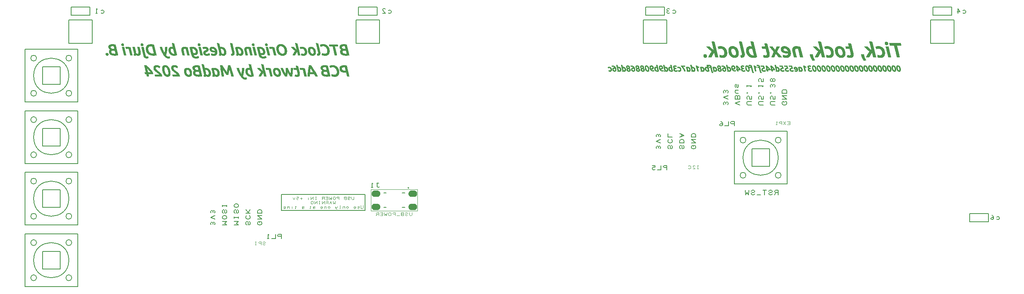
<source format=gbr>
G04 DesignSpark PCB Gerber Version 11.0 Build 5877*
G04 #@! TF.Part,Single*
G04 #@! TF.FileFunction,Legend,Bot*
G04 #@! TF.FilePolarity,Positive*
%FSLAX35Y35*%
%MOIN*%
%ADD26C,0.00100*%
%ADD106C,0.00197*%
%ADD81C,0.00394*%
%ADD18C,0.00500*%
%ADD82C,0.00787*%
G04 #@! TD.AperFunction*
X0Y0D02*
D02*
D18*
X30250Y85250D02*
G75*
G03*
X25250I-2500J0D01*
G01*
G75*
G03*
X30250I2500J0D01*
G01*
Y115250D02*
G75*
G03*
X25250I-2500J0D01*
G01*
G75*
G03*
X30250I2500J0D01*
G01*
Y137750D02*
G75*
G03*
X25250I-2500J0D01*
G01*
G75*
G03*
X30250I2500J0D01*
G01*
Y167750D02*
G75*
G03*
X25250I-2500J0D01*
G01*
G75*
G03*
X30250I2500J0D01*
G01*
Y190250D02*
G75*
G03*
X25250I-2500J0D01*
G01*
G75*
G03*
X30250I2500J0D01*
G01*
Y220250D02*
G75*
G03*
X25250I-2500J0D01*
G01*
G75*
G03*
X30250I2500J0D01*
G01*
Y242750D02*
G75*
G03*
X25250I-2500J0D01*
G01*
G75*
G03*
X30250I2500J0D01*
G01*
Y272750D02*
G75*
G03*
X25250I-2500J0D01*
G01*
G75*
G03*
X30250I2500J0D01*
G01*
X57750Y285250D02*
X77750D01*
Y305250D01*
X57750D01*
Y285250D01*
X59750Y309250D02*
X75750D01*
Y316250D01*
X59750D01*
Y309250D01*
X60250Y85250D02*
G75*
G03*
X55250I-2500J0D01*
G01*
G75*
G03*
X60250I2500J0D01*
G01*
Y115250D02*
G75*
G03*
X55250I-2500J0D01*
G01*
G75*
G03*
X60250I2500J0D01*
G01*
Y137750D02*
G75*
G03*
X55250I-2500J0D01*
G01*
G75*
G03*
X60250I2500J0D01*
G01*
Y167750D02*
G75*
G03*
X55250I-2500J0D01*
G01*
G75*
G03*
X60250I2500J0D01*
G01*
Y190250D02*
G75*
G03*
X55250I-2500J0D01*
G01*
G75*
G03*
X60250I2500J0D01*
G01*
Y220250D02*
G75*
G03*
X55250I-2500J0D01*
G01*
G75*
G03*
X60250I2500J0D01*
G01*
Y242750D02*
G75*
G03*
X55250I-2500J0D01*
G01*
G75*
G03*
X60250I2500J0D01*
G01*
Y272750D02*
G75*
G03*
X55250I-2500J0D01*
G01*
G75*
G03*
X60250I2500J0D01*
G01*
X85250Y313375D02*
X85875Y313687D01*
X86813D01*
X87437Y313375D01*
X87750Y312750D01*
Y312125D01*
X87437Y311500D01*
X86813Y311187D01*
X85875D01*
X85250Y311500D01*
X82125Y311187D02*
X80875D01*
X81500D02*
Y314937D01*
X82125Y314313D01*
X179000Y130563D02*
X178687Y131187D01*
Y131813D01*
X179000Y132437D01*
X179625Y132750D01*
X180250Y132437D01*
X180563Y131813D01*
Y131187D01*
Y131813D02*
X180875Y132437D01*
X181500Y132750D01*
X182125Y132437D01*
X182437Y131813D01*
Y131187D01*
X182125Y130563D01*
X182437Y135250D02*
X178687Y136813D01*
X182437Y138375D01*
X179000Y140563D02*
X178687Y141187D01*
Y141813D01*
X179000Y142437D01*
X179625Y142750D01*
X180250Y142437D01*
X180563Y141813D01*
Y141187D01*
Y141813D02*
X180875Y142437D01*
X181500Y142750D01*
X182125Y142437D01*
X182437Y141813D01*
Y141187D01*
X182125Y140563D01*
X188687Y130250D02*
X192437D01*
X190563Y131813D01*
X192437Y133375D01*
X188687D01*
X189937Y135250D02*
X191187D01*
X191813Y135563D01*
X192125Y135875D01*
X192437Y136500D01*
Y137125D01*
X192125Y137750D01*
X191813Y138063D01*
X191187Y138375D01*
X189937D01*
X189313Y138063D01*
X189000Y137750D01*
X188687Y137125D01*
Y136500D01*
X189000Y135875D01*
X189313Y135563D01*
X189937Y135250D01*
X189625Y140250D02*
X189000Y140563D01*
X188687Y141187D01*
Y142437D01*
X189000Y143063D01*
X189625Y143375D01*
X190250Y143063D01*
X190563Y142437D01*
Y141187D01*
X190875Y140563D01*
X191500Y140250D01*
X192125Y140563D01*
X192437Y141187D01*
Y142437D01*
X192125Y143063D01*
X191500Y143375D01*
X188687Y146187D02*
Y147437D01*
Y146813D02*
X192437D01*
Y146187D02*
Y147437D01*
X198687Y130250D02*
X202437D01*
X200563Y131813D01*
X202437Y133375D01*
X198687D01*
Y136187D02*
Y137437D01*
Y136813D02*
X202437D01*
Y136187D02*
Y137437D01*
X199625Y140250D02*
X199000Y140563D01*
X198687Y141187D01*
Y142437D01*
X199000Y143063D01*
X199625Y143375D01*
X200250Y143063D01*
X200563Y142437D01*
Y141187D01*
X200875Y140563D01*
X201500Y140250D01*
X202125Y140563D01*
X202437Y141187D01*
Y142437D01*
X202125Y143063D01*
X201500Y143375D01*
X199937Y145250D02*
X201187D01*
X201813Y145563D01*
X202125Y145875D01*
X202437Y146500D01*
Y147125D01*
X202125Y147750D01*
X201813Y148063D01*
X201187Y148375D01*
X199937D01*
X199313Y148063D01*
X199000Y147750D01*
X198687Y147125D01*
Y146500D01*
X199000Y145875D01*
X199313Y145563D01*
X199937Y145250D01*
X209625Y130250D02*
X209000Y130563D01*
X208687Y131187D01*
Y132437D01*
X209000Y133063D01*
X209625Y133375D01*
X210250Y133063D01*
X210563Y132437D01*
Y131187D01*
X210875Y130563D01*
X211500Y130250D01*
X212125Y130563D01*
X212437Y131187D01*
Y132437D01*
X212125Y133063D01*
X211500Y133375D01*
X209313Y138375D02*
X209000Y138063D01*
X208687Y137437D01*
Y136500D01*
X209000Y135875D01*
X209313Y135563D01*
X209937Y135250D01*
X211187D01*
X211813Y135563D01*
X212125Y135875D01*
X212437Y136500D01*
Y137437D01*
X212125Y138063D01*
X211813Y138375D01*
X208687Y140250D02*
X212437D01*
X210563D02*
Y141187D01*
X212437Y143375D01*
X210563Y141187D02*
X208687Y143375D01*
X220250Y132437D02*
Y133375D01*
X219937D01*
X219313Y133063D01*
X219000Y132750D01*
X218687Y132125D01*
Y131500D01*
X219000Y130875D01*
X219313Y130563D01*
X219937Y130250D01*
X221187D01*
X221813Y130563D01*
X222125Y130875D01*
X222437Y131500D01*
Y132125D01*
X222125Y132750D01*
X221813Y133063D01*
X221187Y133375D01*
X218687Y135250D02*
X222437D01*
X218687Y138375D01*
X222437D01*
X218687Y140250D02*
X222437D01*
Y142125D01*
X222125Y142750D01*
X221813Y143063D01*
X221187Y143375D01*
X219937D01*
X219313Y143063D01*
X219000Y142750D01*
X218687Y142125D01*
Y140250D01*
X239000Y118687D02*
Y122437D01*
X236813D01*
X236187Y122125D01*
X235875Y121500D01*
X236187Y120875D01*
X236813Y120563D01*
X239000D01*
X234000Y122437D02*
Y118687D01*
X230875D01*
X228375D02*
X227125D01*
X227750D02*
Y122437D01*
X228375Y121813D01*
X239000Y142750D02*
X310250D01*
Y156500D01*
X239000D01*
Y142750D01*
X302750Y285250D02*
X322750D01*
Y305250D01*
X302750D01*
Y285250D01*
X304750Y309250D02*
X320750D01*
Y316250D01*
X304750D01*
Y309250D01*
X322750Y163063D02*
X322437Y162750D01*
X321813Y162437D01*
X321187Y162750D01*
X320875Y163063D01*
Y166187D01*
X320250D01*
X320875D02*
X322125D01*
X317125Y162437D02*
X315875D01*
X316500D02*
Y166187D01*
X317125Y165563D01*
X330250Y313375D02*
X330875Y313687D01*
X331813D01*
X332437Y313375D01*
X332750Y312750D01*
Y312125D01*
X332437Y311500D01*
X331813Y311187D01*
X330875D01*
X330250Y311500D01*
X325250Y311187D02*
X327750D01*
X325563Y313375D01*
X325250Y314000D01*
X325563Y314625D01*
X326187Y314937D01*
X327125D01*
X327750Y314625D01*
X547750Y285250D02*
X567750D01*
Y305250D01*
X547750D01*
Y285250D01*
X549750Y309250D02*
X565750D01*
Y316250D01*
X549750D01*
Y309250D01*
X559000Y195563D02*
X558687Y196187D01*
Y196813D01*
X559000Y197437D01*
X559625Y197750D01*
X560250Y197437D01*
X560563Y196813D01*
Y196187D01*
Y196813D02*
X560875Y197437D01*
X561500Y197750D01*
X562125Y197437D01*
X562437Y196813D01*
Y196187D01*
X562125Y195563D01*
X562437Y200250D02*
X558687Y201813D01*
X562437Y203375D01*
X559000Y205563D02*
X558687Y206187D01*
Y206813D01*
X559000Y207437D01*
X559625Y207750D01*
X560250Y207437D01*
X560563Y206813D01*
Y206187D01*
Y206813D02*
X560875Y207437D01*
X561500Y207750D01*
X562125Y207437D01*
X562437Y206813D01*
Y206187D01*
X562125Y205563D01*
X567750Y177437D02*
Y181187D01*
X565563D01*
X564937Y180875D01*
X564625Y180250D01*
X564937Y179625D01*
X565563Y179313D01*
X567750D01*
X562750Y181187D02*
Y177437D01*
X559625D01*
X557750Y177750D02*
X557125Y177437D01*
X556187D01*
X555563Y177750D01*
X555250Y178375D01*
Y178687D01*
X555563Y179313D01*
X556187Y179625D01*
X557750D01*
Y181187D01*
X555250D01*
X569625Y195250D02*
X569000Y195563D01*
X568687Y196187D01*
Y197437D01*
X569000Y198063D01*
X569625Y198375D01*
X570250Y198063D01*
X570563Y197437D01*
Y196187D01*
X570875Y195563D01*
X571500Y195250D01*
X572125Y195563D01*
X572437Y196187D01*
Y197437D01*
X572125Y198063D01*
X571500Y198375D01*
X569313Y203375D02*
X569000Y203063D01*
X568687Y202437D01*
Y201500D01*
X569000Y200875D01*
X569313Y200563D01*
X569937Y200250D01*
X571187D01*
X571813Y200563D01*
X572125Y200875D01*
X572437Y201500D01*
Y202437D01*
X572125Y203063D01*
X571813Y203375D01*
X572437Y205250D02*
X568687D01*
Y208375D01*
X572750Y313375D02*
X573375Y313687D01*
X574313D01*
X574937Y313375D01*
X575250Y312750D01*
Y312125D01*
X574937Y311500D01*
X574313Y311187D01*
X573375D01*
X572750Y311500D01*
X569937D02*
X569313Y311187D01*
X568687D01*
X568063Y311500D01*
X567750Y312125D01*
X568063Y312750D01*
X568687Y313063D01*
X569313D01*
X568687D02*
X568063Y313375D01*
X567750Y314000D01*
X568063Y314625D01*
X568687Y314937D01*
X569313D01*
X569937Y314625D01*
X579625Y195250D02*
X579000Y195563D01*
X578687Y196187D01*
Y197437D01*
X579000Y198063D01*
X579625Y198375D01*
X580250Y198063D01*
X580563Y197437D01*
Y196187D01*
X580875Y195563D01*
X581500Y195250D01*
X582125Y195563D01*
X582437Y196187D01*
Y197437D01*
X582125Y198063D01*
X581500Y198375D01*
X578687Y200250D02*
X582437D01*
Y202125D01*
X582125Y202750D01*
X581813Y203063D01*
X581187Y203375D01*
X579937D01*
X579313Y203063D01*
X579000Y202750D01*
X578687Y202125D01*
Y200250D01*
Y205250D02*
X582437Y206813D01*
X578687Y208375D01*
X580250Y205875D02*
Y207750D01*
X590250Y197437D02*
Y198375D01*
X589937D01*
X589313Y198063D01*
X589000Y197750D01*
X588687Y197125D01*
Y196500D01*
X589000Y195875D01*
X589313Y195563D01*
X589937Y195250D01*
X591187D01*
X591813Y195563D01*
X592125Y195875D01*
X592437Y196500D01*
Y197125D01*
X592125Y197750D01*
X591813Y198063D01*
X591187Y198375D01*
X588687Y200250D02*
X592437D01*
X588687Y203375D01*
X592437D01*
X588687Y205250D02*
X592437D01*
Y207125D01*
X592125Y207750D01*
X591813Y208063D01*
X591187Y208375D01*
X589937D01*
X589313Y208063D01*
X589000Y207750D01*
X588687Y207125D01*
Y205250D01*
X616500Y233063D02*
X616187Y233687D01*
Y234313D01*
X616500Y234937D01*
X617125Y235250D01*
X617750Y234937D01*
X618063Y234313D01*
Y233687D01*
Y234313D02*
X618375Y234937D01*
X619000Y235250D01*
X619625Y234937D01*
X619937Y234313D01*
Y233687D01*
X619625Y233063D01*
X619937Y237750D02*
X616187Y239313D01*
X619937Y240875D01*
X616500Y243063D02*
X616187Y243687D01*
Y244313D01*
X616500Y244937D01*
X617125Y245250D01*
X617750Y244937D01*
X618063Y244313D01*
Y243687D01*
Y244313D02*
X618375Y244937D01*
X619000Y245250D01*
X619625Y244937D01*
X619937Y244313D01*
Y243687D01*
X619625Y243063D01*
X625250Y214937D02*
Y218687D01*
X623063D01*
X622437Y218375D01*
X622125Y217750D01*
X622437Y217125D01*
X623063Y216813D01*
X625250D01*
X620250Y218687D02*
Y214937D01*
X617125D01*
X615250Y215875D02*
X614937Y216500D01*
X614313Y216813D01*
X613687D01*
X613063Y216500D01*
X612750Y215875D01*
X613063Y215250D01*
X613687Y214937D01*
X614313D01*
X614937Y215250D01*
X615250Y215875D01*
Y216813D01*
X614937Y217750D01*
X614313Y218375D01*
X613687Y218687D01*
X629937Y232750D02*
X626187Y234313D01*
X629937Y235875D01*
X628063Y239937D02*
X627750Y240563D01*
X627125Y240875D01*
X626500Y240563D01*
X626187Y239937D01*
Y237750D01*
X629937D01*
Y239937D01*
X629625Y240563D01*
X629000Y240875D01*
X628375Y240563D01*
X628063Y239937D01*
Y237750D01*
X628687Y242750D02*
X627125D01*
X626500Y243063D01*
X626187Y243687D01*
Y244313D01*
X626500Y244937D01*
X627125Y245250D01*
X628687D02*
X626187D01*
X626500Y247750D02*
X626187Y248375D01*
Y249625D01*
X626500Y250250D01*
X627125D01*
X627437Y249625D01*
Y248375D01*
X627750Y247750D01*
X628375D01*
X628687Y248375D01*
Y249625D01*
X628375Y250250D01*
X635250Y172750D02*
G75*
G03*
X630250I-2500J0D01*
G01*
G75*
G03*
X635250I2500J0D01*
G01*
Y202750D02*
G75*
G03*
X630250I-2500J0D01*
G01*
G75*
G03*
X635250I2500J0D01*
G01*
X639937Y232750D02*
X637125D01*
X636500Y233063D01*
X636187Y233687D01*
Y234937D01*
X636500Y235563D01*
X637125Y235875D01*
X639937D01*
X636500Y237750D02*
X636187Y238375D01*
Y239313D01*
X636500Y239937D01*
X637125Y240250D01*
X637437D01*
X638063Y239937D01*
X638375Y239313D01*
Y237750D01*
X639937D01*
Y240250D01*
X636187Y243063D02*
X636500Y243375D01*
X636813Y243063D01*
X636500Y242750D01*
X636187Y243063D01*
Y248375D02*
Y249625D01*
Y249000D02*
X639937D01*
X639313Y248375D01*
X649937Y232750D02*
X647125D01*
X646500Y233063D01*
X646187Y233687D01*
Y234937D01*
X646500Y235563D01*
X647125Y235875D01*
X649937D01*
X646500Y237750D02*
X646187Y238375D01*
Y239313D01*
X646500Y239937D01*
X647125Y240250D01*
X647437D01*
X648063Y239937D01*
X648375Y239313D01*
Y237750D01*
X649937D01*
Y240250D01*
X646187Y243063D02*
X646500Y243375D01*
X646813Y243063D01*
X646500Y242750D01*
X646187Y243063D01*
Y248375D02*
Y249625D01*
Y249000D02*
X649937D01*
X649313Y248375D01*
X646500Y252750D02*
X646187Y253375D01*
Y254313D01*
X646500Y254937D01*
X647125Y255250D01*
X647437D01*
X648063Y254937D01*
X648375Y254313D01*
Y252750D01*
X649937D01*
Y255250D01*
X659937Y232750D02*
X657125D01*
X656500Y233063D01*
X656187Y233687D01*
Y234937D01*
X656500Y235563D01*
X657125Y235875D01*
X659937D01*
X656500Y237750D02*
X656187Y238375D01*
Y239313D01*
X656500Y239937D01*
X657125Y240250D01*
X657437D01*
X658063Y239937D01*
X658375Y239313D01*
Y237750D01*
X659937D01*
Y240250D01*
X656187Y243063D02*
X656500Y243375D01*
X656813Y243063D01*
X656500Y242750D01*
X656187Y243063D01*
X656500Y248063D02*
X656187Y248687D01*
Y249313D01*
X656500Y249937D01*
X657125Y250250D01*
X657750Y249937D01*
X658063Y249313D01*
Y248687D01*
Y249313D02*
X658375Y249937D01*
X659000Y250250D01*
X659625Y249937D01*
X659937Y249313D01*
Y248687D01*
X659625Y248063D01*
X658063Y253687D02*
Y254313D01*
X658375Y254937D01*
X659000Y255250D01*
X659625Y254937D01*
X659937Y254313D01*
Y253687D01*
X659625Y253063D01*
X659000Y252750D01*
X658375Y253063D01*
X658063Y253687D01*
X657750Y253063D01*
X657125Y252750D01*
X656500Y253063D01*
X656187Y253687D01*
Y254313D01*
X656500Y254937D01*
X657125Y255250D01*
X657750Y254937D01*
X658063Y254313D01*
X665250Y172750D02*
G75*
G03*
X660250I-2500J0D01*
G01*
G75*
G03*
X665250I2500J0D01*
G01*
Y202750D02*
G75*
G03*
X660250I-2500J0D01*
G01*
G75*
G03*
X665250I2500J0D01*
G01*
X667750Y234937D02*
Y235875D01*
X667437D01*
X666813Y235563D01*
X666500Y235250D01*
X666187Y234625D01*
Y234000D01*
X666500Y233375D01*
X666813Y233063D01*
X667437Y232750D01*
X668687D01*
X669313Y233063D01*
X669625Y233375D01*
X669937Y234000D01*
Y234625D01*
X669625Y235250D01*
X669313Y235563D01*
X668687Y235875D01*
X666187Y237750D02*
X669937D01*
X666187Y240875D01*
X669937D01*
X666187Y242750D02*
X669937D01*
Y244625D01*
X669625Y245250D01*
X669313Y245563D01*
X668687Y245875D01*
X667437D01*
X666813Y245563D01*
X666500Y245250D01*
X666187Y244625D01*
Y242750D01*
X792750Y285250D02*
X812750D01*
Y305250D01*
X792750D01*
Y285250D01*
X794750Y309250D02*
X810750D01*
Y316250D01*
X794750D01*
Y309250D01*
X820250Y313375D02*
X820875Y313687D01*
X821813D01*
X822437Y313375D01*
X822750Y312750D01*
Y312125D01*
X822437Y311500D01*
X821813Y311187D01*
X820875D01*
X820250Y311500D01*
X816187Y311187D02*
Y314937D01*
X817750Y312437D01*
X815250D01*
X826000Y133000D02*
X842000D01*
Y140000D01*
X826000D01*
Y133000D01*
X849000Y137125D02*
X849625Y137437D01*
X850563D01*
X851187Y137125D01*
X851500Y136500D01*
Y135875D01*
X851187Y135250D01*
X850563Y134937D01*
X849625D01*
X849000Y135250D01*
X846500Y135875D02*
X846187Y136500D01*
X845563Y136813D01*
X844937D01*
X844313Y136500D01*
X844000Y135875D01*
X844313Y135250D01*
X844937Y134937D01*
X845563D01*
X846187Y135250D01*
X846500Y135875D01*
Y136813D01*
X846187Y137750D01*
X845563Y138375D01*
X844937Y138687D01*
D02*
D26*
X293893Y275161D02*
X294236D01*
X294594Y275175D01*
X294952Y275197D01*
X295325Y275219D01*
X295697Y275256D01*
X296041Y275300D01*
X296362Y275350D01*
X296669Y275416D01*
X294521Y284372D01*
X294215Y284431D01*
X293900Y284482D01*
X293579Y284526D01*
X293250Y284562D01*
X292585Y284599D01*
X291906Y284613D01*
X291621Y284606D01*
X291336Y284591D01*
X291051Y284569D01*
X290767Y284533D01*
X290481Y284482D01*
X290211Y284416D01*
X289956Y284328D01*
X289715Y284219D01*
X289495Y284094D01*
X289291Y283941D01*
X289108Y283773D01*
X288948Y283576D01*
X288874Y283474D01*
X288816Y283357D01*
X288765Y283240D01*
X288721Y283116D01*
X288692Y282977D01*
X288670Y282838D01*
X288655Y282685D01*
X288648Y282531D01*
X288655Y282356D01*
X288670Y282181D01*
X288706Y282013D01*
X288743Y281845D01*
X288802Y281677D01*
X288867Y281516D01*
X288948Y281355D01*
X289043Y281194D01*
X289152Y281041D01*
X289276Y280895D01*
X289415Y280756D01*
X289569Y280632D01*
X289744Y280508D01*
X289941Y280391D01*
X290146Y280281D01*
X290372Y280179D01*
X290233Y280121D01*
X290094Y280048D01*
X289970Y279975D01*
X289853Y279887D01*
X289744Y279799D01*
X289641Y279704D01*
X289546Y279595D01*
X289466Y279485D01*
X289393Y279369D01*
X289327Y279252D01*
X289269Y279127D01*
X289225Y278996D01*
X289189Y278864D01*
X289167Y278726D01*
X289152Y278580D01*
X289145Y278433D01*
X289152Y278243D01*
X289167Y278054D01*
X289189Y277871D01*
X289218Y277696D01*
X289261Y277528D01*
X289313Y277359D01*
X289378Y277199D01*
X289452Y277045D01*
X289532Y276899D01*
X289620Y276753D01*
X289722Y276614D01*
X289831Y276483D01*
X289948Y276359D01*
X290080Y276242D01*
X290219Y276125D01*
X290365Y276015D01*
X290525Y275913D01*
X290686Y275811D01*
X290861Y275723D01*
X291044Y275643D01*
X291234Y275563D01*
X291431Y275497D01*
X291643Y275431D01*
X291855Y275372D01*
X292081Y275321D01*
X292315Y275278D01*
X292556Y275241D01*
X292804Y275212D01*
X293067Y275190D01*
X293330Y275175D01*
X293608Y275161D01*
X293893D01*
X294032Y279449D02*
X294719Y276600D01*
X294616Y276585D01*
X294507Y276570D01*
X294375Y276563D01*
X294229Y276556D01*
X294068Y276541D01*
X293900D01*
X293732Y276534D01*
X293550D01*
X293323D01*
X293097Y276548D01*
X292863Y276570D01*
X292629Y276600D01*
X292395Y276644D01*
X292169Y276695D01*
X291957Y276768D01*
X291760Y276856D01*
X291577Y276957D01*
X291402Y277082D01*
X291248Y277228D01*
X291117Y277389D01*
X291051Y277476D01*
X291000Y277579D01*
X290956Y277681D01*
X290920Y277783D01*
X290891Y277900D01*
X290869Y278024D01*
X290861Y278148D01*
X290854Y278287D01*
X290861Y278411D01*
X290876Y278528D01*
X290905Y278638D01*
X290949Y278747D01*
X291007Y278850D01*
X291073Y278944D01*
X291146Y279032D01*
X291241Y279120D01*
X291344Y279200D01*
X291460Y279266D01*
X291599Y279317D01*
X291753Y279369D01*
X291920Y279405D01*
X292103Y279427D01*
X292300Y279441D01*
X292520Y279449D01*
X294032D01*
X293725Y280742D02*
X292439D01*
X292235Y280749D01*
X292030Y280763D01*
X291833Y280785D01*
X291636Y280822D01*
X291453Y280866D01*
X291278Y280924D01*
X291110Y280997D01*
X290964Y281085D01*
X290825Y281180D01*
X290701Y281282D01*
X290598Y281399D01*
X290504Y281531D01*
X290423Y281669D01*
X290372Y281830D01*
X290335Y281998D01*
X290328Y282188D01*
X290335Y282334D01*
X290357Y282466D01*
X290394Y282590D01*
X290445Y282699D01*
X290511Y282802D01*
X290584Y282889D01*
X290679Y282962D01*
X290788Y283028D01*
X290905Y283079D01*
X291037Y283123D01*
X291176Y283167D01*
X291329Y283196D01*
X291490Y283225D01*
X291657Y283240D01*
X291833Y283247D01*
X292023Y283255D01*
X292330Y283247D01*
X292637Y283233D01*
X292783Y283225D01*
X292914Y283211D01*
X293031Y283204D01*
X293133Y283189D01*
X293725Y280742D01*
X279561Y284519D02*
X279911Y283101D01*
X282658D01*
X284543Y275270D01*
X286223D01*
X284338Y283101D01*
X287092D01*
X286756Y284519D01*
X279561D01*
X273519Y275672D02*
X273636Y275621D01*
X273753Y275563D01*
X273885Y275511D01*
X274016Y275453D01*
X274162Y275402D01*
X274316Y275358D01*
X274476Y275307D01*
X274637Y275263D01*
X274812Y275219D01*
X275002Y275175D01*
X275192Y275146D01*
X275397Y275117D01*
X275609Y275102D01*
X275828Y275087D01*
X276054Y275073D01*
X276295D01*
X276507Y275080D01*
X276711Y275087D01*
X276909Y275109D01*
X277099Y275139D01*
X277289Y275175D01*
X277471Y275219D01*
X277646Y275270D01*
X277815Y275336D01*
X277983Y275402D01*
X278136Y275475D01*
X278289Y275563D01*
X278435Y275650D01*
X278574Y275745D01*
X278706Y275855D01*
X278830Y275964D01*
X278947Y276088D01*
X279173Y276344D01*
X279363Y276629D01*
X279524Y276936D01*
X279663Y277272D01*
X279721Y277447D01*
X279772Y277630D01*
X279816Y277820D01*
X279845Y278009D01*
X279875Y278207D01*
X279896Y278411D01*
X279904Y278623D01*
X279911Y278835D01*
X279904Y279113D01*
X279889Y279390D01*
X279860Y279668D01*
X279816Y279938D01*
X279765Y280208D01*
X279699Y280479D01*
X279626Y280749D01*
X279539Y281012D01*
X279436Y281275D01*
X279327Y281531D01*
X279210Y281779D01*
X279078Y282013D01*
X278940Y282246D01*
X278786Y282473D01*
X278626Y282692D01*
X278457Y282904D01*
X278275Y283101D01*
X278085Y283298D01*
X277880Y283474D01*
X277669Y283649D01*
X277450Y283810D01*
X277223Y283956D01*
X276982Y284102D01*
X276733Y284226D01*
X276478Y284343D01*
X276207Y284445D01*
X275937Y284533D01*
X275652Y284606D01*
X275360Y284657D01*
X275061Y284701D01*
X274754Y284723D01*
X274440Y284730D01*
X274031Y284716D01*
X273651Y284686D01*
X273300Y284628D01*
X272979Y284540D01*
X272679Y284445D01*
X272394Y284336D01*
X272131Y284219D01*
X271890Y284087D01*
X272533Y282743D01*
X272745Y282860D01*
X272971Y282970D01*
X273205Y283057D01*
X273446Y283138D01*
X273694Y283196D01*
X273965Y283240D01*
X274250Y283269D01*
X274549Y283276D01*
X274754Y283269D01*
X274958Y283255D01*
X275156Y283225D01*
X275346Y283181D01*
X275528Y283130D01*
X275711Y283065D01*
X275886Y282992D01*
X276054Y282904D01*
X276376Y282699D01*
X276675Y282473D01*
X276945Y282210D01*
X277077Y282071D01*
X277194Y281925D01*
X277420Y281611D01*
X277617Y281275D01*
X277778Y280917D01*
X277917Y280544D01*
X277975Y280347D01*
X278026Y280150D01*
X278070Y279960D01*
X278100Y279763D01*
X278129Y279566D01*
X278151Y279369D01*
X278158Y279171D01*
X278165Y278967D01*
X278158Y278667D01*
X278129Y278389D01*
X278092Y278126D01*
X278026Y277893D01*
X277954Y277674D01*
X277859Y277469D01*
X277749Y277294D01*
X277625Y277133D01*
X277479Y276994D01*
X277325Y276877D01*
X277150Y276775D01*
X276960Y276687D01*
X276756Y276622D01*
X276529Y276578D01*
X276295Y276548D01*
X276039Y276541D01*
X275842D01*
X275660Y276548D01*
X275477Y276563D01*
X275302Y276585D01*
X275134Y276614D01*
X274973Y276644D01*
X274827Y276680D01*
X274681Y276724D01*
X274411Y276811D01*
X274162Y276907D01*
X273928Y276994D01*
X273717Y277089D01*
X273519Y275672D01*
X269787Y275139D02*
X270093Y275153D01*
X270371Y275183D01*
X270626Y275234D01*
X270853Y275300D01*
X271057Y275380D01*
X271240Y275475D01*
X271408Y275577D01*
X271547Y275701D01*
X271671Y275833D01*
X271774Y275979D01*
X271854Y276132D01*
X271920Y276300D01*
X271971Y276476D01*
X272007Y276665D01*
X272029Y276856D01*
X272036Y277060D01*
X272029Y277279D01*
X272015Y277498D01*
X271978Y277725D01*
X271934Y277958D01*
X271832Y278433D01*
X271715Y278901D01*
X270166Y285358D01*
X268486Y285629D01*
X268903Y283883D01*
X269312Y282152D01*
X269735Y280420D01*
X270159Y278674D01*
X270298Y278119D01*
X270334Y277988D01*
X270356Y277849D01*
X270371Y277717D01*
X270378Y277579D01*
Y277359D01*
X270371Y277162D01*
X270363Y277067D01*
X270342Y276980D01*
X270305Y276899D01*
X270261Y276826D01*
X270210Y276761D01*
X270137Y276702D01*
X270057Y276644D01*
X269962Y276593D01*
X269859Y276556D01*
X269735Y276519D01*
X269596Y276490D01*
X269443Y276476D01*
X269787Y275139D01*
X265622Y275080D02*
X265922Y275095D01*
X266207Y275124D01*
X266470Y275183D01*
X266719Y275263D01*
X266945Y275365D01*
X267157Y275489D01*
X267346Y275643D01*
X267515Y275811D01*
X267668Y276008D01*
X267807Y276213D01*
X267917Y276432D01*
X268011Y276665D01*
X268077Y276914D01*
X268128Y277177D01*
X268165Y277454D01*
X268172Y277746D01*
X268165Y277944D01*
X268157Y278141D01*
X268135Y278338D01*
X268114Y278535D01*
X268077Y278740D01*
X268033Y278937D01*
X267989Y279142D01*
X267931Y279354D01*
X267865Y279558D01*
X267792Y279756D01*
X267712Y279953D01*
X267624Y280143D01*
X267529Y280325D01*
X267427Y280508D01*
X267317Y280683D01*
X267200Y280859D01*
X267069Y281026D01*
X266937Y281187D01*
X266791Y281333D01*
X266638Y281480D01*
X266477Y281618D01*
X266317Y281743D01*
X266141Y281867D01*
X265959Y281983D01*
X265761Y282086D01*
X265564Y282174D01*
X265360Y282246D01*
X265141Y282312D01*
X264914Y282356D01*
X264680Y282393D01*
X264439Y282415D01*
X264191Y282422D01*
X263891Y282407D01*
X263606Y282378D01*
X263343Y282320D01*
X263095Y282239D01*
X262869Y282137D01*
X262657Y282013D01*
X262467Y281867D01*
X262299Y281691D01*
X262145Y281502D01*
X262007Y281297D01*
X261897Y281085D01*
X261802Y280851D01*
X261736Y280603D01*
X261685Y280333D01*
X261649Y280055D01*
X261641Y279763D01*
X261656Y279369D01*
X261670Y279171D01*
X261700Y278967D01*
X261729Y278762D01*
X261773Y278557D01*
X261817Y278353D01*
X261875Y278148D01*
X261941Y277944D01*
X262007Y277746D01*
X262087Y277549D01*
X262175Y277359D01*
X262270Y277170D01*
X262372Y276994D01*
X262481Y276811D01*
X262598Y276644D01*
X262722Y276476D01*
X262854Y276315D01*
X263000Y276161D01*
X263154Y276022D01*
X263307Y275884D01*
X263475Y275752D01*
X263650Y275635D01*
X263840Y275519D01*
X264030Y275416D01*
X264235Y275329D01*
X264439Y275248D01*
X264658Y275190D01*
X264885Y275139D01*
X265126Y275109D01*
X265367Y275087D01*
X265622Y275080D01*
X264388Y281063D02*
X264520Y281056D01*
X264644Y281041D01*
X264768Y281019D01*
X264885Y280990D01*
X265002Y280946D01*
X265111Y280895D01*
X265221Y280829D01*
X265323Y280763D01*
X265520Y280603D01*
X265696Y280420D01*
X265856Y280216D01*
X266002Y279996D01*
X266134Y279756D01*
X266244Y279507D01*
X266346Y279244D01*
X266426Y278974D01*
X266492Y278696D01*
X266536Y278426D01*
X266565Y278156D01*
X266572Y277893D01*
X266565Y277732D01*
X266557Y277579D01*
X266536Y277433D01*
X266507Y277301D01*
X266470Y277170D01*
X266426Y277053D01*
X266375Y276943D01*
X266317Y276841D01*
X266251Y276753D01*
X266163Y276673D01*
X266076Y276607D01*
X265966Y276548D01*
X265849Y276505D01*
X265718Y276476D01*
X265579Y276461D01*
X265418Y276454D01*
X265294Y276461D01*
X265170Y276468D01*
X265046Y276498D01*
X264929Y276527D01*
X264812Y276570D01*
X264702Y276622D01*
X264593Y276680D01*
X264491Y276753D01*
X264293Y276914D01*
X264118Y277096D01*
X263957Y277294D01*
X263811Y277513D01*
X263680Y277754D01*
X263570Y278002D01*
X263468Y278265D01*
X263387Y278535D01*
X263322Y278813D01*
X263278Y279083D01*
X263248Y279346D01*
X263241Y279609D01*
X263248Y279770D01*
X263256Y279924D01*
X263278Y280070D01*
X263307Y280208D01*
X263343Y280333D01*
X263387Y280457D01*
X263439Y280567D01*
X263497Y280669D01*
X263563Y280763D01*
X263643Y280844D01*
X263738Y280910D01*
X263848Y280961D01*
X263965Y281005D01*
X264096Y281041D01*
X264235Y281056D01*
X264388Y281063D01*
X260655Y277907D02*
X260648Y278134D01*
X260641Y278360D01*
X260611Y278580D01*
X260582Y278798D01*
X260546Y279010D01*
X260494Y279222D01*
X260436Y279434D01*
X260370Y279639D01*
X260290Y279843D01*
X260209Y280033D01*
X260115Y280223D01*
X260020Y280406D01*
X259910Y280588D01*
X259800Y280756D01*
X259676Y280924D01*
X259545Y281078D01*
X259406Y281231D01*
X259267Y281377D01*
X259114Y281509D01*
X258953Y281633D01*
X258785Y281757D01*
X258610Y281867D01*
X258427Y281969D01*
X258237Y282064D01*
X258040Y282144D01*
X257835Y282217D01*
X257631Y282283D01*
X257412Y282334D01*
X257185Y282371D01*
X256959Y282400D01*
X256718Y282415D01*
X256477Y282422D01*
X256221Y282415D01*
X255980Y282400D01*
X255746Y282371D01*
X255520Y282334D01*
X255308Y282283D01*
X255104Y282224D01*
X254899Y282152D01*
X254702Y282071D01*
X255279Y280778D01*
X255527Y280880D01*
X255812Y280968D01*
X255965Y281005D01*
X256133Y281026D01*
X256323Y281041D01*
X256528Y281048D01*
X256813Y281034D01*
X257076Y280990D01*
X257324Y280917D01*
X257565Y280815D01*
X257784Y280683D01*
X257989Y280537D01*
X258179Y280369D01*
X258347Y280179D01*
X258493Y279967D01*
X258624Y279741D01*
X258741Y279493D01*
X258836Y279230D01*
X258917Y278952D01*
X258968Y278667D01*
X258997Y278375D01*
X259011Y278068D01*
X259004Y277900D01*
X258990Y277739D01*
X258968Y277586D01*
X258939Y277433D01*
X258895Y277294D01*
X258844Y277162D01*
X258778Y277045D01*
X258698Y276928D01*
X258610Y276826D01*
X258500Y276731D01*
X258376Y276651D01*
X258237Y276585D01*
X258084Y276534D01*
X257909Y276498D01*
X257711Y276476D01*
X257507Y276468D01*
X257280Y276476D01*
X257061Y276498D01*
X256842Y276534D01*
X256630Y276585D01*
X256433Y276644D01*
X256257Y276709D01*
X256104Y276768D01*
X255980Y276826D01*
X255848Y275504D01*
X256017Y275431D01*
X256206Y275358D01*
X256419Y275292D01*
X256659Y275219D01*
X256922Y275161D01*
X257200Y275117D01*
X257500Y275087D01*
X257814Y275080D01*
X258164Y275095D01*
X258493Y275131D01*
X258800Y275204D01*
X259077Y275300D01*
X259333Y275416D01*
X259567Y275563D01*
X259779Y275723D01*
X259969Y275898D01*
X260129Y276096D01*
X260275Y276315D01*
X260392Y276548D01*
X260487Y276797D01*
X260560Y277060D01*
X260611Y277330D01*
X260648Y277615D01*
X260655Y277907D01*
X252196Y279595D02*
X251780Y279924D01*
X251356Y280267D01*
X250947Y280625D01*
X250552Y280976D01*
X250187Y281326D01*
X249837Y281655D01*
X249676Y281815D01*
X249530Y281969D01*
X249391Y282115D01*
X249267Y282254D01*
X247411D01*
X247579Y282064D01*
X247755Y281867D01*
X247944Y281669D01*
X248149Y281465D01*
X248573Y281048D01*
X249011Y280639D01*
X249471Y280223D01*
X249946Y279821D01*
X250421Y279434D01*
X250881Y279061D01*
X250713Y278879D01*
X250552Y278681D01*
X250384Y278470D01*
X250217Y278243D01*
X249888Y277769D01*
X249574Y277272D01*
X249281Y276761D01*
X249019Y276242D01*
X248894Y275986D01*
X248785Y275738D01*
X248690Y275497D01*
X248602Y275270D01*
X250392D01*
X250589Y275716D01*
X250801Y276161D01*
X251042Y276614D01*
X251298Y277053D01*
X251568Y277469D01*
X251860Y277863D01*
X252006Y278054D01*
X252152Y278221D01*
X252298Y278389D01*
X252444Y278543D01*
X253241Y275270D01*
X254848D01*
X252430Y285358D01*
X250750Y285629D01*
X252196Y279595D01*
X238463Y283276D02*
X238645Y283269D01*
X238828Y283255D01*
X239011Y283225D01*
X239186Y283181D01*
X239354Y283130D01*
X239522Y283065D01*
X239683Y282984D01*
X239843Y282896D01*
X240143Y282692D01*
X240420Y282458D01*
X240669Y282195D01*
X240793Y282049D01*
X240902Y281903D01*
X241115Y281582D01*
X241297Y281246D01*
X241458Y280888D01*
X241589Y280508D01*
X241648Y280311D01*
X241699Y280113D01*
X241743Y279916D01*
X241772Y279719D01*
X241801Y279522D01*
X241823Y279324D01*
X241830Y279127D01*
X241837Y278930D01*
X241830Y278660D01*
X241808Y278411D01*
X241772Y278170D01*
X241721Y277944D01*
X241655Y277732D01*
X241574Y277535D01*
X241480Y277352D01*
X241370Y277177D01*
X241246Y277023D01*
X241100Y276892D01*
X240939Y276782D01*
X240764Y276687D01*
X240567Y276622D01*
X240355Y276570D01*
X240121Y276534D01*
X239872Y276527D01*
X239690Y276534D01*
X239500Y276548D01*
X239325Y276578D01*
X239149Y276622D01*
X238974Y276673D01*
X238806Y276739D01*
X238645Y276819D01*
X238485Y276907D01*
X238331Y277002D01*
X238185Y277111D01*
X238039Y277220D01*
X237907Y277345D01*
X237776Y277469D01*
X237652Y277608D01*
X237418Y277900D01*
X237206Y278214D01*
X237024Y278557D01*
X236863Y278915D01*
X236731Y279295D01*
X236673Y279493D01*
X236622Y279682D01*
X236578Y279880D01*
X236541Y280077D01*
X236520Y280274D01*
X236498Y280479D01*
X236483Y280676D01*
Y280873D01*
X236490Y281143D01*
X236512Y281392D01*
X236549Y281633D01*
X236600Y281859D01*
X236666Y282071D01*
X236746Y282269D01*
X236848Y282451D01*
X236958Y282619D01*
X237082Y282772D01*
X237228Y282911D01*
X237389Y283021D01*
X237571Y283116D01*
X237769Y283181D01*
X237981Y283233D01*
X238214Y283269D01*
X238463Y283276D01*
X240048Y275073D02*
X240238D01*
X240428Y275087D01*
X240610Y275109D01*
X240786Y275131D01*
X240961Y275168D01*
X241136Y275212D01*
X241304Y275263D01*
X241465Y275321D01*
X241779Y275453D01*
X242071Y275621D01*
X242342Y275811D01*
X242590Y276030D01*
X242809Y276278D01*
X243006Y276556D01*
X243181Y276863D01*
X243320Y277191D01*
X243386Y277367D01*
X243437Y277549D01*
X243481Y277739D01*
X243518Y277937D01*
X243547Y278141D01*
X243569Y278346D01*
X243576Y278557D01*
X243583Y278784D01*
X243576Y279047D01*
X243561Y279317D01*
X243532Y279580D01*
X243496Y279850D01*
X243444Y280113D01*
X243386Y280384D01*
X243320Y280647D01*
X243233Y280917D01*
X243145Y281180D01*
X243043Y281436D01*
X242933Y281684D01*
X242809Y281925D01*
X242678Y282159D01*
X242531Y282393D01*
X242378Y282612D01*
X242217Y282831D01*
X242042Y283035D01*
X241859Y283233D01*
X241662Y283415D01*
X241465Y283598D01*
X241246Y283759D01*
X241027Y283919D01*
X240793Y284065D01*
X240552Y284204D01*
X240304Y284328D01*
X240041Y284431D01*
X239770Y284526D01*
X239493Y284599D01*
X239200Y284657D01*
X238908Y284694D01*
X238602Y284723D01*
X238280Y284730D01*
X238090Y284723D01*
X237900Y284716D01*
X237718Y284694D01*
X237535Y284665D01*
X237359Y284635D01*
X237192Y284591D01*
X237016Y284540D01*
X236856Y284482D01*
X236541Y284343D01*
X236249Y284182D01*
X235979Y283993D01*
X235731Y283766D01*
X235511Y283525D01*
X235314Y283247D01*
X235146Y282941D01*
X235007Y282612D01*
X234942Y282429D01*
X234891Y282246D01*
X234847Y282057D01*
X234810Y281867D01*
X234781Y281662D01*
X234759Y281457D01*
X234752Y281239D01*
X234744Y281019D01*
X234752Y280756D01*
X234766Y280486D01*
X234796Y280223D01*
X234832Y279953D01*
X234883Y279690D01*
X234942Y279419D01*
X235007Y279156D01*
X235088Y278886D01*
X235183Y278623D01*
X235285Y278368D01*
X235394Y278119D01*
X235519Y277878D01*
X235650Y277637D01*
X235789Y277411D01*
X235943Y277191D01*
X236103Y276972D01*
X236278Y276768D01*
X236461Y276570D01*
X236651Y276381D01*
X236856Y276205D01*
X237067Y276037D01*
X237294Y275884D01*
X237528Y275738D01*
X237769Y275599D01*
X238024Y275475D01*
X238287Y275365D01*
X238557Y275278D01*
X238835Y275204D01*
X239128Y275146D01*
X239420Y275102D01*
X239726Y275080D01*
X240048Y275073D01*
X229156Y280829D02*
X229434Y280910D01*
X229733Y280976D01*
X229887Y280997D01*
X230062Y281012D01*
X230252Y281019D01*
X230449Y281026D01*
X230683Y281019D01*
X230931Y280990D01*
X231056Y280976D01*
X231165Y280954D01*
X231267Y280931D01*
X231362Y280910D01*
X232706Y275270D01*
X234321D01*
X232721Y281932D01*
X232436Y282020D01*
X232137Y282108D01*
X231830Y282188D01*
X231508Y282261D01*
X231172Y282320D01*
X230822Y282363D01*
X230464Y282393D01*
X230091Y282400D01*
X229923Y282393D01*
X229733Y282378D01*
X229339Y282334D01*
X229149Y282305D01*
X228974Y282269D01*
X228820Y282224D01*
X228689Y282174D01*
X229156Y280829D01*
X227388Y275270D02*
X229003D01*
X227322Y282254D01*
X225708D01*
X227388Y275270D01*
X226183Y283306D02*
X226358Y283320D01*
X226526Y283357D01*
X226672Y283422D01*
X226811Y283518D01*
X226877Y283576D01*
X226928Y283642D01*
X226979Y283707D01*
X227016Y283788D01*
X227045Y283868D01*
X227067Y283956D01*
X227074Y284058D01*
X227081Y284160D01*
X227074Y284277D01*
X227059Y284394D01*
X227030Y284504D01*
X226994Y284606D01*
X226950Y284708D01*
X226892Y284803D01*
X226819Y284891D01*
X226738Y284971D01*
X226650Y285044D01*
X226563Y285110D01*
X226468Y285169D01*
X226373Y285212D01*
X226278Y285249D01*
X226176Y285271D01*
X226066Y285285D01*
X225957Y285293D01*
X225781Y285278D01*
X225620Y285234D01*
X225467Y285169D01*
X225321Y285074D01*
X225263Y285015D01*
X225204Y284949D01*
X225160Y284876D01*
X225117Y284803D01*
X225087Y284716D01*
X225065Y284628D01*
X225058Y284526D01*
X225051Y284423D01*
X225058Y284307D01*
X225072Y284190D01*
X225102Y284080D01*
X225138Y283978D01*
X225189Y283876D01*
X225248Y283788D01*
X225314Y283700D01*
X225401Y283620D01*
X225489Y283547D01*
X225577Y283481D01*
X225672Y283430D01*
X225767Y283386D01*
X225869Y283350D01*
X225971Y283328D01*
X226081Y283313D01*
X226183Y283306D01*
X223414Y274123D02*
X223173Y274131D01*
X222954Y274152D01*
X222742Y274189D01*
X222545Y274233D01*
X222370Y274299D01*
X222209Y274379D01*
X222056Y274467D01*
X221924Y274576D01*
X221807Y274693D01*
X221698Y274825D01*
X221595Y274963D01*
X221508Y275109D01*
X221428Y275270D01*
X221362Y275438D01*
X221296Y275621D01*
X221252Y275811D01*
X221208Y276001D01*
X221354Y275935D01*
X221508Y275869D01*
X221669Y275811D01*
X221851Y275752D01*
X222041Y275709D01*
X222238Y275672D01*
X222435Y275650D01*
X222640Y275643D01*
X222925Y275650D01*
X223188Y275679D01*
X223436Y275730D01*
X223663Y275804D01*
X223867Y275891D01*
X224057Y276001D01*
X224233Y276125D01*
X224379Y276278D01*
X224510Y276439D01*
X224627Y276622D01*
X224729Y276811D01*
X224809Y277016D01*
X224868Y277235D01*
X224912Y277462D01*
X224941Y277710D01*
X224948Y277966D01*
X224941Y278200D01*
X224926Y278433D01*
X224905Y278660D01*
X224868Y278886D01*
X224817Y279106D01*
X224759Y279324D01*
X224693Y279529D01*
X224612Y279741D01*
X224525Y279938D01*
X224430Y280128D01*
X224328Y280318D01*
X224211Y280493D01*
X224087Y280669D01*
X223962Y280837D01*
X223824Y280990D01*
X223670Y281143D01*
X223517Y281289D01*
X223356Y281428D01*
X223181Y281552D01*
X223005Y281677D01*
X222815Y281786D01*
X222626Y281889D01*
X222421Y281983D01*
X222209Y282071D01*
X221997Y282152D01*
X221771Y282217D01*
X221544Y282276D01*
X221311Y282320D01*
X221069Y282356D01*
X220821Y282385D01*
X220573Y282400D01*
X220317Y282407D01*
X220054Y282400D01*
X219784Y282378D01*
X219513Y282341D01*
X219221Y282298D01*
X218944Y282232D01*
X218674Y282144D01*
X218418Y282049D01*
X218177Y281932D01*
X219594Y276008D01*
X219696Y275628D01*
X219806Y275263D01*
X219930Y274927D01*
X220069Y274613D01*
X220222Y274320D01*
X220397Y274057D01*
X220602Y273817D01*
X220821Y273597D01*
X221069Y273407D01*
X221347Y273239D01*
X221646Y273093D01*
X221975Y272976D01*
X222158Y272925D01*
X222341Y272881D01*
X222538Y272845D01*
X222735Y272816D01*
X222947Y272794D01*
X223173Y272779D01*
X223400Y272765D01*
X223641D01*
X223984Y272772D01*
X224313Y272801D01*
X224627Y272852D01*
X224919Y272918D01*
X225189Y272998D01*
X225452Y273086D01*
X225694Y273188D01*
X225913Y273298D01*
X225335Y274606D01*
X225153Y274503D01*
X224948Y274408D01*
X224737Y274328D01*
X224503Y274255D01*
X224254Y274196D01*
X223991Y274160D01*
X223714Y274131D01*
X223414Y274123D01*
X222246Y276950D02*
X222063Y276957D01*
X221880Y276980D01*
X221691Y277023D01*
X221500Y277082D01*
X221318Y277155D01*
X221157Y277235D01*
X221004Y277323D01*
X220872Y277418D01*
X220010Y280983D01*
X220164Y281012D01*
X220317Y281034D01*
X220463Y281041D01*
X220609Y281048D01*
X220909Y281034D01*
X221201Y280990D01*
X221471Y280917D01*
X221727Y280822D01*
X221968Y280698D01*
X222194Y280552D01*
X222399Y280391D01*
X222589Y280208D01*
X222757Y280004D01*
X222910Y279785D01*
X223035Y279551D01*
X223152Y279303D01*
X223239Y279047D01*
X223298Y278777D01*
X223334Y278492D01*
X223349Y278207D01*
X223341Y278061D01*
X223334Y277929D01*
X223312Y277798D01*
X223283Y277681D01*
X223246Y277571D01*
X223202Y277469D01*
X223152Y277374D01*
X223093Y277286D01*
X223027Y277206D01*
X222947Y277140D01*
X222859Y277082D01*
X222757Y277031D01*
X222640Y276994D01*
X222523Y276972D01*
X222384Y276957D01*
X222246Y276950D01*
X216175Y275270D02*
X217789D01*
X216109Y282254D01*
X214495D01*
X216175Y275270D01*
X214970Y283306D02*
X215145Y283320D01*
X215313Y283357D01*
X215459Y283422D01*
X215598Y283518D01*
X215664Y283576D01*
X215715Y283642D01*
X215766Y283707D01*
X215803Y283788D01*
X215832Y283868D01*
X215854Y283956D01*
X215861Y284058D01*
X215869Y284160D01*
X215861Y284277D01*
X215846Y284394D01*
X215817Y284504D01*
X215781Y284606D01*
X215737Y284708D01*
X215678Y284803D01*
X215606Y284891D01*
X215525Y284971D01*
X215437Y285044D01*
X215350Y285110D01*
X215255Y285169D01*
X215160Y285212D01*
X215065Y285249D01*
X214963Y285271D01*
X214853Y285285D01*
X214743Y285293D01*
X214568Y285278D01*
X214407Y285234D01*
X214254Y285169D01*
X214108Y285074D01*
X214049Y285015D01*
X213991Y284949D01*
X213947Y284876D01*
X213903Y284803D01*
X213874Y284716D01*
X213852Y284628D01*
X213845Y284526D01*
X213837Y284423D01*
X213845Y284307D01*
X213859Y284190D01*
X213889Y284080D01*
X213925Y283978D01*
X213976Y283876D01*
X214035Y283788D01*
X214100Y283700D01*
X214188Y283620D01*
X214276Y283547D01*
X214363Y283481D01*
X214458Y283430D01*
X214554Y283386D01*
X214656Y283350D01*
X214758Y283328D01*
X214868Y283313D01*
X214970Y283306D01*
X212567Y281961D02*
X212289Y282042D01*
X211989Y282115D01*
X211675Y282188D01*
X211346Y282261D01*
X210989Y282320D01*
X210623Y282363D01*
X210236Y282393D01*
X209842Y282400D01*
X209542Y282393D01*
X209265Y282363D01*
X209009Y282312D01*
X208775Y282246D01*
X208556Y282166D01*
X208366Y282064D01*
X208191Y281940D01*
X208037Y281801D01*
X207898Y281640D01*
X207781Y281472D01*
X207687Y281289D01*
X207606Y281092D01*
X207541Y280888D01*
X207497Y280661D01*
X207468Y280428D01*
X207460Y280187D01*
X207475Y279894D01*
X207504Y279587D01*
X207555Y279273D01*
X207621Y278944D01*
X208505Y275270D01*
X210127D01*
X209287Y278769D01*
X209221Y279061D01*
X209155Y279369D01*
X209104Y279668D01*
X209075Y279960D01*
Y280070D01*
X209082Y280179D01*
X209096Y280289D01*
X209126Y280384D01*
X209155Y280479D01*
X209192Y280567D01*
X209243Y280654D01*
X209294Y280734D01*
X209359Y280807D01*
X209440Y280866D01*
X209535Y280917D01*
X209644Y280961D01*
X209761Y280997D01*
X209900Y281019D01*
X210046Y281034D01*
X210214Y281041D01*
X210492Y281034D01*
X210748Y281012D01*
X210989Y280976D01*
X211200Y280924D01*
X212552Y275270D01*
X214166D01*
X212567Y281961D01*
X200557Y277980D02*
X200572Y277893D01*
X200594Y277783D01*
X200615Y277652D01*
X200630Y277498D01*
X200667Y277170D01*
X200674Y276870D01*
X200667Y276673D01*
X200659Y276483D01*
X200637Y276300D01*
X200608Y276110D01*
X200572Y275928D01*
X200520Y275745D01*
X200462Y275555D01*
X200396Y275372D01*
X201835Y275161D01*
X201916Y275321D01*
X201981Y275489D01*
X202040Y275665D01*
X202091Y275840D01*
X202267Y275701D01*
X202464Y275563D01*
X202676Y275431D01*
X202909Y275314D01*
X203033Y275256D01*
X203157Y275212D01*
X203289Y275168D01*
X203428Y275139D01*
X203713Y275095D01*
X204005Y275080D01*
X204312Y275095D01*
X204589Y275131D01*
X204845Y275197D01*
X205079Y275285D01*
X205291Y275402D01*
X205481Y275533D01*
X205656Y275687D01*
X205802Y275862D01*
X205933Y276052D01*
X206050Y276256D01*
X206138Y276483D01*
X206219Y276724D01*
X206277Y276972D01*
X206313Y277235D01*
X206343Y277506D01*
X206350Y277791D01*
X206343Y278031D01*
X206328Y278272D01*
X206299Y278506D01*
X206262Y278733D01*
X206211Y278959D01*
X206153Y279178D01*
X206087Y279398D01*
X206007Y279609D01*
X205911Y279814D01*
X205809Y280011D01*
X205707Y280208D01*
X205590Y280391D01*
X205466Y280567D01*
X205327Y280742D01*
X205189Y280902D01*
X205035Y281063D01*
X204881Y281209D01*
X204713Y281355D01*
X204538Y281487D01*
X204356Y281611D01*
X204173Y281728D01*
X203976Y281837D01*
X203771Y281940D01*
X203567Y282027D01*
X203348Y282115D01*
X203128Y282188D01*
X202902Y282246D01*
X202668Y282298D01*
X202434Y282334D01*
X202193Y282363D01*
X201952Y282378D01*
X201696Y282385D01*
X201441Y282378D01*
X201178Y282363D01*
X200915Y282334D01*
X200652Y282298D01*
X200389Y282246D01*
X200126Y282174D01*
X199856Y282078D01*
X199593Y281969D01*
X200557Y277980D01*
X201433Y280997D02*
X201565Y281019D01*
X201704Y281034D01*
X201850Y281041D01*
X202011Y281048D01*
X202157Y281041D01*
X202303Y281034D01*
X202442Y281012D01*
X202581Y280983D01*
X202719Y280946D01*
X202851Y280902D01*
X202982Y280851D01*
X203114Y280785D01*
X203355Y280647D01*
X203581Y280486D01*
X203793Y280296D01*
X203983Y280091D01*
X204158Y279865D01*
X204312Y279624D01*
X204443Y279369D01*
X204553Y279098D01*
X204641Y278813D01*
X204699Y278521D01*
X204735Y278229D01*
X204750Y277922D01*
X204735Y277622D01*
X204699Y277345D01*
X204663Y277220D01*
X204626Y277096D01*
X204575Y276980D01*
X204517Y276877D01*
X204451Y276782D01*
X204370Y276702D01*
X204275Y276622D01*
X204180Y276556D01*
X204063Y276505D01*
X203932Y276468D01*
X203793Y276446D01*
X203632Y276439D01*
X203428Y276446D01*
X203231Y276483D01*
X203048Y276541D01*
X202880Y276622D01*
X202719Y276717D01*
X202566Y276833D01*
X202420Y276965D01*
X202274Y277111D01*
X202252Y277447D01*
X202215Y277761D01*
X202157Y278068D01*
X202091Y278375D01*
X201433Y280997D01*
X196525Y275139D02*
X196831Y275153D01*
X197109Y275183D01*
X197365Y275234D01*
X197591Y275300D01*
X197796Y275380D01*
X197978Y275475D01*
X198146Y275577D01*
X198285Y275701D01*
X198409Y275833D01*
X198512Y275979D01*
X198592Y276132D01*
X198658Y276300D01*
X198709Y276476D01*
X198745Y276665D01*
X198767Y276856D01*
X198775Y277060D01*
X198767Y277279D01*
X198753Y277498D01*
X198716Y277725D01*
X198672Y277958D01*
X198570Y278433D01*
X198453Y278901D01*
X196905Y285358D01*
X195224Y285629D01*
X195641Y283883D01*
X196050Y282152D01*
X196474Y280420D01*
X196897Y278674D01*
X197036Y278119D01*
X197072Y277988D01*
X197094Y277849D01*
X197109Y277717D01*
X197117Y277579D01*
Y277359D01*
X197109Y277162D01*
X197102Y277067D01*
X197080Y276980D01*
X197043Y276899D01*
X197000Y276826D01*
X196948Y276761D01*
X196875Y276702D01*
X196795Y276644D01*
X196700Y276593D01*
X196598Y276556D01*
X196474Y276519D01*
X196335Y276490D01*
X196181Y276476D01*
X196525Y275139D01*
X189395Y275080D02*
X189694Y275095D01*
X189980Y275131D01*
X190235Y275197D01*
X190476Y275285D01*
X190688Y275402D01*
X190885Y275533D01*
X191061Y275687D01*
X191214Y275855D01*
X191345Y276044D01*
X191462Y276249D01*
X191557Y276468D01*
X191638Y276709D01*
X191696Y276957D01*
X191733Y277220D01*
X191762Y277498D01*
X191769Y277776D01*
X191762Y278002D01*
X191747Y278221D01*
X191725Y278441D01*
X191689Y278660D01*
X191645Y278872D01*
X191594Y279083D01*
X191528Y279295D01*
X191455Y279507D01*
X191375Y279712D01*
X191280Y279909D01*
X191185Y280106D01*
X191075Y280289D01*
X190958Y280471D01*
X190834Y280647D01*
X190703Y280815D01*
X190564Y280976D01*
X190410Y281129D01*
X190257Y281275D01*
X190089Y281414D01*
X189914Y281545D01*
X189738Y281669D01*
X189548Y281786D01*
X189351Y281889D01*
X189139Y281991D01*
X188928Y282078D01*
X188708Y282159D01*
X188482Y282224D01*
X188248Y282276D01*
X188007Y282320D01*
X187752Y282349D01*
X187496Y282363D01*
X187233Y282371D01*
X187087Y282363D01*
X186919Y282356D01*
X186721Y282334D01*
X186502Y282290D01*
X185765Y285358D01*
X184084Y285629D01*
X185918Y278061D01*
X185976Y277746D01*
X186013Y277433D01*
X186042Y277133D01*
X186049Y276841D01*
X186042Y276658D01*
X186035Y276483D01*
X186013Y276300D01*
X185983Y276118D01*
X185947Y275935D01*
X185896Y275752D01*
X185837Y275563D01*
X185772Y275372D01*
X187211Y275161D01*
X187276Y275307D01*
X187342Y275467D01*
X187401Y275650D01*
X187459Y275840D01*
X187635Y275694D01*
X187832Y275563D01*
X188044Y275431D01*
X188270Y275314D01*
X188394Y275256D01*
X188526Y275212D01*
X188657Y275168D01*
X188796Y275139D01*
X189081Y275095D01*
X189395Y275080D01*
X186824Y280983D02*
X186963Y281005D01*
X187109Y281019D01*
X187269Y281026D01*
X187437Y281034D01*
X187591Y281026D01*
X187737Y281019D01*
X187883Y280997D01*
X188022Y280968D01*
X188161Y280931D01*
X188299Y280888D01*
X188431Y280837D01*
X188555Y280771D01*
X188803Y280632D01*
X189030Y280471D01*
X189234Y280281D01*
X189424Y280077D01*
X189592Y279850D01*
X189738Y279609D01*
X189870Y279354D01*
X189980Y279083D01*
X190060Y278798D01*
X190118Y278514D01*
X190155Y278221D01*
X190169Y277922D01*
X190162Y277769D01*
X190155Y277622D01*
X190133Y277483D01*
X190111Y277345D01*
X190074Y277220D01*
X190031Y277096D01*
X189980Y276980D01*
X189914Y276877D01*
X189841Y276782D01*
X189760Y276702D01*
X189665Y276622D01*
X189563Y276556D01*
X189446Y276505D01*
X189315Y276468D01*
X189176Y276446D01*
X189022Y276439D01*
X188818Y276446D01*
X188621Y276483D01*
X188438Y276534D01*
X188270Y276614D01*
X188109Y276709D01*
X187948Y276819D01*
X187795Y276950D01*
X187649Y277096D01*
X187627Y277381D01*
X187591Y277681D01*
X187539Y277988D01*
X187481Y278287D01*
X186824Y280983D01*
X184113Y277791D02*
X184106Y278009D01*
X184099Y278236D01*
X184070Y278448D01*
X184041Y278667D01*
X184004Y278886D01*
X183953Y279098D01*
X183894Y279310D01*
X183829Y279515D01*
X183748Y279726D01*
X183668Y279924D01*
X183573Y280121D01*
X183478Y280304D01*
X183369Y280486D01*
X183252Y280661D01*
X183127Y280837D01*
X182996Y280997D01*
X182857Y281158D01*
X182711Y281304D01*
X182557Y281450D01*
X182404Y281582D01*
X182236Y281706D01*
X182061Y281823D01*
X181878Y281932D01*
X181696Y282035D01*
X181498Y282122D01*
X181301Y282203D01*
X181096Y282269D01*
X180885Y282327D01*
X180673Y282363D01*
X180446Y282400D01*
X180220Y282415D01*
X179986Y282422D01*
X179738Y282415D01*
X179504Y282385D01*
X179285Y282349D01*
X179080Y282290D01*
X178891Y282217D01*
X178715Y282130D01*
X178554Y282020D01*
X178408Y281903D01*
X178277Y281764D01*
X178160Y281618D01*
X178065Y281472D01*
X177985Y281304D01*
X177926Y281136D01*
X177882Y280954D01*
X177853Y280763D01*
X177846Y280567D01*
X177853Y280362D01*
X177875Y280165D01*
X177904Y279982D01*
X177948Y279807D01*
X178007Y279639D01*
X178080Y279485D01*
X178160Y279339D01*
X178262Y279200D01*
X178365Y279076D01*
X178481Y278959D01*
X178606Y278843D01*
X178737Y278740D01*
X178876Y278638D01*
X179022Y278550D01*
X179175Y278463D01*
X179336Y278389D01*
X179680Y278251D01*
X180037Y278141D01*
X180424Y278054D01*
X180833Y277988D01*
X181250Y277944D01*
X181674Y277900D01*
X182097Y277871D01*
X182521Y277856D01*
X182535Y277805D01*
Y277666D01*
X182528Y277520D01*
X182514Y277381D01*
X182485Y277257D01*
X182441Y277140D01*
X182382Y277031D01*
X182317Y276928D01*
X182243Y276841D01*
X182148Y276761D01*
X182046Y276687D01*
X181937Y276622D01*
X181805Y276570D01*
X181666Y276527D01*
X181520Y276498D01*
X181359Y276476D01*
X181184Y276461D01*
X180994Y276454D01*
X180768Y276461D01*
X180541Y276476D01*
X180315Y276505D01*
X180089Y276548D01*
X179862Y276600D01*
X179635Y276665D01*
X179402Y276739D01*
X179175Y276826D01*
X179044Y275519D01*
X179131Y275482D01*
X179219Y275446D01*
X179321Y275409D01*
X179431Y275372D01*
X179548Y275336D01*
X179680Y275300D01*
X179811Y275263D01*
X179957Y275226D01*
X180256Y275161D01*
X180585Y275117D01*
X180928Y275087D01*
X181294Y275080D01*
X181652Y275095D01*
X181988Y275131D01*
X182294Y275197D01*
X182572Y275292D01*
X182828Y275409D01*
X183061Y275548D01*
X183266Y275701D01*
X183449Y275884D01*
X183609Y276074D01*
X183748Y276285D01*
X183858Y276505D01*
X183953Y276739D01*
X184026Y276987D01*
X184070Y277250D01*
X184106Y277513D01*
X184113Y277791D01*
X180220Y281100D02*
X180417Y281092D01*
X180615Y281056D01*
X180797Y281012D01*
X180980Y280939D01*
X181162Y280851D01*
X181323Y280749D01*
X181476Y280632D01*
X181622Y280501D01*
X181761Y280354D01*
X181885Y280194D01*
X182002Y280019D01*
X182112Y279836D01*
X182207Y279646D01*
X182294Y279441D01*
X182360Y279237D01*
X182419Y279018D01*
X182024Y279032D01*
X181666Y279061D01*
X181330Y279098D01*
X181031Y279142D01*
X180753Y279193D01*
X180498Y279252D01*
X180278Y279324D01*
X180081Y279405D01*
X179906Y279493D01*
X179760Y279595D01*
X179635Y279704D01*
X179533Y279821D01*
X179453Y279953D01*
X179394Y280091D01*
X179365Y280245D01*
X179351Y280406D01*
X179365Y280537D01*
X179402Y280661D01*
X179460Y280778D01*
X179548Y280888D01*
X179599Y280939D01*
X179657Y280976D01*
X179730Y281012D01*
X179811Y281048D01*
X179898Y281070D01*
X180001Y281085D01*
X180103Y281092D01*
X180220Y281100D01*
X175435Y276402D02*
X175282D01*
X175128Y276417D01*
X174989Y276432D01*
X174858Y276454D01*
X174741Y276483D01*
X174624Y276519D01*
X174515Y276563D01*
X174420Y276607D01*
X174332Y276665D01*
X174259Y276724D01*
X174193Y276797D01*
X174142Y276870D01*
X174098Y276950D01*
X174069Y277045D01*
X174054Y277140D01*
X174047Y277243D01*
Y277330D01*
X174062Y277411D01*
X174084Y277483D01*
X174106Y277557D01*
X174142Y277622D01*
X174179Y277681D01*
X174230Y277739D01*
X174288Y277798D01*
X174354Y277849D01*
X174427Y277907D01*
X174515Y277958D01*
X174617Y278024D01*
X174727Y278083D01*
X174851Y278148D01*
X174982Y278214D01*
X175128Y278280D01*
X175435Y278433D01*
X175720Y278587D01*
X175852Y278674D01*
X175976Y278762D01*
X176085Y278857D01*
X176195Y278967D01*
X176290Y279076D01*
X176370Y279193D01*
X176450Y279324D01*
X176516Y279463D01*
X176567Y279617D01*
X176604Y279778D01*
X176626Y279960D01*
X176633Y280150D01*
X176619Y280406D01*
X176582Y280647D01*
X176524Y280873D01*
X176443Y281085D01*
X176334Y281289D01*
X176202Y281472D01*
X176049Y281648D01*
X175874Y281808D01*
X175676Y281954D01*
X175450Y282078D01*
X175209Y282181D01*
X174946Y282269D01*
X174661Y282334D01*
X174354Y282385D01*
X174025Y282415D01*
X173675Y282422D01*
X173346Y282415D01*
X173039Y282385D01*
X172754Y282341D01*
X172484Y282283D01*
X172352Y282246D01*
X172235Y282210D01*
X172119Y282174D01*
X172017Y282137D01*
X171922Y282100D01*
X171834Y282064D01*
X171761Y282035D01*
X171688Y281998D01*
X172265Y280742D01*
X172389Y280807D01*
X172535Y280873D01*
X172710Y280939D01*
X172915Y281005D01*
X173134Y281056D01*
X173353Y281100D01*
X173580Y281122D01*
X173806Y281129D01*
X174033Y281122D01*
X174252Y281085D01*
X174464Y281034D01*
X174646Y280954D01*
X174734Y280902D01*
X174807Y280844D01*
X174873Y280771D01*
X174931Y280691D01*
X174982Y280603D01*
X175019Y280508D01*
X175041Y280406D01*
X175048Y280289D01*
X175041Y280208D01*
X175033Y280143D01*
X175011Y280070D01*
X174989Y280004D01*
X174953Y279945D01*
X174909Y279887D01*
X174858Y279836D01*
X174800Y279785D01*
X174661Y279690D01*
X174500Y279587D01*
X174310Y279485D01*
X174091Y279376D01*
X173879Y279281D01*
X173682Y279178D01*
X173499Y279083D01*
X173339Y278989D01*
X173193Y278893D01*
X173061Y278791D01*
X172944Y278681D01*
X172835Y278572D01*
X172740Y278448D01*
X172659Y278324D01*
X172594Y278192D01*
X172543Y278046D01*
X172498Y277900D01*
X172469Y277732D01*
X172455Y277557D01*
X172447Y277359D01*
X172462Y277119D01*
X172498Y276885D01*
X172557Y276665D01*
X172644Y276446D01*
X172761Y276242D01*
X172893Y276059D01*
X173046Y275884D01*
X173229Y275730D01*
X173426Y275584D01*
X173653Y275460D01*
X173901Y275350D01*
X174171Y275256D01*
X174456Y275175D01*
X174770Y275124D01*
X175099Y275087D01*
X175450Y275080D01*
X175691Y275087D01*
X175917Y275095D01*
X176137Y275117D01*
X176334Y275146D01*
X176524Y275183D01*
X176706Y275219D01*
X176867Y275256D01*
X177020Y275300D01*
X177167Y275343D01*
X177291Y275387D01*
X177407Y275431D01*
X177517Y275482D01*
X177612Y275526D01*
X177693Y275570D01*
X177765Y275606D01*
X177824Y275643D01*
X177247Y276907D01*
X177196Y276877D01*
X177137Y276841D01*
X177064Y276804D01*
X176976Y276768D01*
X176779Y276680D01*
X176560Y276600D01*
X176319Y276527D01*
X176041Y276461D01*
X175895Y276432D01*
X175749Y276417D01*
X175596Y276402D01*
X175435D01*
X170000Y275270D02*
X171615D01*
X169935Y282254D01*
X168320D01*
X170000Y275270D01*
X168795Y283306D02*
X168970Y283320D01*
X169138Y283357D01*
X169284Y283422D01*
X169423Y283518D01*
X169489Y283576D01*
X169540Y283642D01*
X169591Y283707D01*
X169628Y283788D01*
X169657Y283868D01*
X169679Y283956D01*
X169686Y284058D01*
X169693Y284160D01*
X169686Y284277D01*
X169672Y284394D01*
X169642Y284504D01*
X169606Y284606D01*
X169562Y284708D01*
X169504Y284803D01*
X169430Y284891D01*
X169350Y284971D01*
X169263Y285044D01*
X169175Y285110D01*
X169080Y285169D01*
X168985Y285212D01*
X168890Y285249D01*
X168788Y285271D01*
X168678Y285285D01*
X168569Y285293D01*
X168393Y285278D01*
X168232Y285234D01*
X168079Y285169D01*
X167933Y285074D01*
X167874Y285015D01*
X167816Y284949D01*
X167772Y284876D01*
X167728Y284803D01*
X167699Y284716D01*
X167677Y284628D01*
X167670Y284526D01*
X167663Y284423D01*
X167670Y284307D01*
X167685Y284190D01*
X167714Y284080D01*
X167750Y283978D01*
X167802Y283876D01*
X167860Y283788D01*
X167926Y283700D01*
X168013Y283620D01*
X168101Y283547D01*
X168189Y283481D01*
X168283Y283430D01*
X168378Y283386D01*
X168481Y283350D01*
X168583Y283328D01*
X168693Y283313D01*
X168795Y283306D01*
X166026Y274123D02*
X165785Y274131D01*
X165566Y274152D01*
X165354Y274189D01*
X165157Y274233D01*
X164982Y274299D01*
X164821Y274379D01*
X164668Y274467D01*
X164536Y274576D01*
X164419Y274693D01*
X164310Y274825D01*
X164207Y274963D01*
X164120Y275109D01*
X164039Y275270D01*
X163974Y275438D01*
X163908Y275621D01*
X163864Y275811D01*
X163820Y276001D01*
X163966Y275935D01*
X164120Y275869D01*
X164280Y275811D01*
X164463Y275752D01*
X164653Y275709D01*
X164850Y275672D01*
X165048Y275650D01*
X165252Y275643D01*
X165537Y275650D01*
X165800Y275679D01*
X166048Y275730D01*
X166275Y275804D01*
X166479Y275891D01*
X166669Y276001D01*
X166844Y276125D01*
X166991Y276278D01*
X167122Y276439D01*
X167239Y276622D01*
X167341Y276811D01*
X167422Y277016D01*
X167480Y277235D01*
X167524Y277462D01*
X167553Y277710D01*
X167560Y277966D01*
X167553Y278200D01*
X167539Y278433D01*
X167517Y278660D01*
X167480Y278886D01*
X167429Y279106D01*
X167370Y279324D01*
X167305Y279529D01*
X167224Y279741D01*
X167137Y279938D01*
X167042Y280128D01*
X166939Y280318D01*
X166822Y280493D01*
X166698Y280669D01*
X166574Y280837D01*
X166435Y280990D01*
X166282Y281143D01*
X166129Y281289D01*
X165968Y281428D01*
X165793Y281552D01*
X165617Y281677D01*
X165427Y281786D01*
X165237Y281889D01*
X165033Y281983D01*
X164821Y282071D01*
X164609Y282152D01*
X164383Y282217D01*
X164156Y282276D01*
X163922Y282320D01*
X163681Y282356D01*
X163433Y282385D01*
X163185Y282400D01*
X162929Y282407D01*
X162666Y282400D01*
X162396Y282378D01*
X162126Y282341D01*
X161833Y282298D01*
X161556Y282232D01*
X161285Y282144D01*
X161030Y282049D01*
X160789Y281932D01*
X162206Y276008D01*
X162308Y275628D01*
X162418Y275263D01*
X162542Y274927D01*
X162681Y274613D01*
X162834Y274320D01*
X163009Y274057D01*
X163214Y273817D01*
X163433Y273597D01*
X163681Y273407D01*
X163959Y273239D01*
X164259Y273093D01*
X164587Y272976D01*
X164770Y272925D01*
X164952Y272881D01*
X165150Y272845D01*
X165347Y272816D01*
X165559Y272794D01*
X165785Y272779D01*
X166012Y272765D01*
X166253D01*
X166596Y272772D01*
X166925Y272801D01*
X167239Y272852D01*
X167531Y272918D01*
X167802Y272998D01*
X168065Y273086D01*
X168306Y273188D01*
X168525Y273298D01*
X167948Y274606D01*
X167765Y274503D01*
X167560Y274408D01*
X167348Y274328D01*
X167115Y274255D01*
X166867Y274196D01*
X166604Y274160D01*
X166326Y274131D01*
X166026Y274123D01*
X164857Y276950D02*
X164675Y276957D01*
X164492Y276980D01*
X164302Y277023D01*
X164113Y277082D01*
X163930Y277155D01*
X163769Y277235D01*
X163616Y277323D01*
X163484Y277418D01*
X162622Y280983D01*
X162776Y281012D01*
X162929Y281034D01*
X163075Y281041D01*
X163221Y281048D01*
X163521Y281034D01*
X163813Y280990D01*
X164083Y280917D01*
X164339Y280822D01*
X164580Y280698D01*
X164806Y280552D01*
X165011Y280391D01*
X165201Y280208D01*
X165369Y280004D01*
X165522Y279785D01*
X165646Y279551D01*
X165763Y279303D01*
X165851Y279047D01*
X165909Y278777D01*
X165946Y278492D01*
X165961Y278207D01*
X165953Y278061D01*
X165946Y277929D01*
X165924Y277798D01*
X165895Y277681D01*
X165858Y277571D01*
X165815Y277469D01*
X165763Y277374D01*
X165705Y277286D01*
X165639Y277206D01*
X165559Y277140D01*
X165471Y277082D01*
X165369Y277031D01*
X165252Y276994D01*
X165135Y276972D01*
X164996Y276957D01*
X164857Y276950D01*
X158794Y281961D02*
X158517Y282042D01*
X158217Y282115D01*
X157903Y282188D01*
X157574Y282261D01*
X157217Y282320D01*
X156851Y282363D01*
X156464Y282393D01*
X156070Y282400D01*
X155770Y282393D01*
X155493Y282363D01*
X155237Y282312D01*
X155003Y282246D01*
X154784Y282166D01*
X154594Y282064D01*
X154419Y281940D01*
X154265Y281801D01*
X154126Y281640D01*
X154009Y281472D01*
X153915Y281289D01*
X153834Y281092D01*
X153769Y280888D01*
X153725Y280661D01*
X153696Y280428D01*
X153688Y280187D01*
X153703Y279894D01*
X153732Y279587D01*
X153783Y279273D01*
X153849Y278944D01*
X154733Y275270D01*
X156354D01*
X155515Y278769D01*
X155449Y279061D01*
X155383Y279369D01*
X155332Y279668D01*
X155303Y279960D01*
Y280070D01*
X155310Y280179D01*
X155324Y280289D01*
X155354Y280384D01*
X155383Y280479D01*
X155419Y280567D01*
X155470Y280654D01*
X155522Y280734D01*
X155587Y280807D01*
X155668Y280866D01*
X155763Y280917D01*
X155872Y280961D01*
X155989Y280997D01*
X156128Y281019D01*
X156274Y281034D01*
X156442Y281041D01*
X156720Y281034D01*
X156976Y281012D01*
X157217Y280976D01*
X157428Y280924D01*
X158780Y275270D01*
X160394D01*
X158794Y281961D01*
X145141Y282407D02*
X144842Y282393D01*
X144572Y282356D01*
X144316Y282290D01*
X144082Y282203D01*
X143863Y282086D01*
X143673Y281954D01*
X143498Y281801D01*
X143337Y281633D01*
X143206Y281443D01*
X143081Y281239D01*
X142979Y281019D01*
X142899Y280785D01*
X142833Y280537D01*
X142789Y280281D01*
X142760Y280011D01*
X142753Y279741D01*
X142760Y279507D01*
X142774Y279281D01*
X142796Y279061D01*
X142833Y278835D01*
X142877Y278616D01*
X142935Y278404D01*
X143001Y278185D01*
X143074Y277973D01*
X143154Y277769D01*
X143249Y277571D01*
X143352Y277374D01*
X143461Y277184D01*
X143578Y277002D01*
X143709Y276826D01*
X143841Y276658D01*
X143987Y276498D01*
X144141Y276337D01*
X144301Y276191D01*
X144469Y276052D01*
X144644Y275920D01*
X144835Y275796D01*
X145024Y275679D01*
X145229Y275577D01*
X145433Y275475D01*
X145653Y275387D01*
X145879Y275307D01*
X146106Y275241D01*
X146347Y275190D01*
X146588Y275146D01*
X146836Y275117D01*
X147092Y275102D01*
X147355Y275095D01*
X147443D01*
X147545D01*
X147661Y275102D01*
X147786Y275109D01*
X148063Y275131D01*
X148370Y275175D01*
X148699Y275241D01*
X149028Y275321D01*
X149349Y275431D01*
X149641Y275563D01*
X147304Y285358D01*
X145616Y285629D01*
X146478Y282049D01*
X146171Y282181D01*
X145850Y282298D01*
X145682Y282349D01*
X145507Y282378D01*
X145324Y282400D01*
X145141Y282407D01*
X147143Y276454D02*
X146997Y276461D01*
X146843Y276468D01*
X146697Y276490D01*
X146559Y276519D01*
X146420Y276556D01*
X146281Y276600D01*
X146150Y276651D01*
X146018Y276717D01*
X145770Y276856D01*
X145536Y277016D01*
X145324Y277206D01*
X145134Y277418D01*
X144959Y277644D01*
X144813Y277885D01*
X144681Y278148D01*
X144564Y278426D01*
X144477Y278711D01*
X144418Y279003D01*
X144381Y279303D01*
X144367Y279602D01*
X144381Y279902D01*
X144418Y280172D01*
X144455Y280296D01*
X144491Y280413D01*
X144543Y280522D01*
X144608Y280625D01*
X144681Y280720D01*
X144761Y280800D01*
X144856Y280873D01*
X144966Y280931D01*
X145090Y280983D01*
X145222Y281019D01*
X145375Y281041D01*
X145543Y281048D01*
X145689Y281041D01*
X145850Y281019D01*
X146011Y280990D01*
X146179Y280939D01*
X146354Y280880D01*
X146515Y280807D01*
X146668Y280713D01*
X146822Y280610D01*
X147800Y276519D01*
X147669Y276490D01*
X147523Y276476D01*
X147443Y276461D01*
X147355D01*
X147252Y276454D01*
X147143D01*
X135302Y282254D02*
X135440Y281867D01*
X135579Y281480D01*
X135733Y281078D01*
X135893Y280669D01*
X136054Y280259D01*
X136229Y279850D01*
X136412Y279434D01*
X136602Y279025D01*
X136806Y278609D01*
X137011Y278200D01*
X137230Y277783D01*
X137449Y277374D01*
X137683Y276965D01*
X137924Y276563D01*
X138172Y276169D01*
X138428Y275781D01*
X138822Y275204D01*
X139224Y274649D01*
X139436Y274386D01*
X139663Y274138D01*
X139889Y273911D01*
X140130Y273693D01*
X140378Y273495D01*
X140641Y273320D01*
X140919Y273159D01*
X141204Y273028D01*
X141350Y272969D01*
X141504Y272918D01*
X141664Y272874D01*
X141832Y272838D01*
X142000Y272808D01*
X142176Y272787D01*
X142351Y272779D01*
X142541Y272772D01*
X142738Y272779D01*
X142928Y272794D01*
X143111Y272823D01*
X143279Y272867D01*
X143439Y272911D01*
X143578Y272962D01*
X143717Y273020D01*
X143834Y273079D01*
X143315Y274372D01*
X143118Y274277D01*
X142891Y274196D01*
X142774Y274167D01*
X142650Y274145D01*
X142519Y274138D01*
X142380Y274131D01*
X142227Y274138D01*
X142073Y274152D01*
X141935Y274174D01*
X141796Y274211D01*
X141657Y274262D01*
X141525Y274313D01*
X141401Y274379D01*
X141284Y274459D01*
X141167Y274547D01*
X141050Y274635D01*
X140941Y274737D01*
X140831Y274846D01*
X140722Y274963D01*
X140620Y275080D01*
X140517Y275212D01*
X140422Y275350D01*
X140524Y275723D01*
X140627Y276110D01*
X140722Y276498D01*
X140817Y276899D01*
X140904Y277301D01*
X140985Y277717D01*
X141065Y278141D01*
X141138Y278565D01*
X141270Y279449D01*
X141379Y280354D01*
X141467Y281289D01*
X141525Y282254D01*
X139896D01*
X139889Y281969D01*
X139874Y281662D01*
X139860Y281348D01*
X139838Y281012D01*
X139780Y280325D01*
X139714Y279617D01*
X139633Y278908D01*
X139531Y278207D01*
X139480Y277871D01*
X139422Y277542D01*
X139356Y277228D01*
X139290Y276928D01*
X139100Y277250D01*
X138903Y277586D01*
X138720Y277929D01*
X138545Y278272D01*
X138209Y278981D01*
X137902Y279682D01*
X137763Y280033D01*
X137632Y280376D01*
X137507Y280713D01*
X137391Y281048D01*
X137281Y281370D01*
X137186Y281677D01*
X137091Y281969D01*
X137011Y282254D01*
X135302D01*
X130276Y276636D02*
X130115Y276614D01*
X129932Y276607D01*
X129823Y276600D01*
X129684D01*
X129516D01*
X129326D01*
X129085Y276607D01*
X128859Y276622D01*
X128632Y276644D01*
X128413Y276673D01*
X128194Y276717D01*
X127989Y276775D01*
X127785Y276833D01*
X127587Y276907D01*
X127398Y276987D01*
X127215Y277074D01*
X127040Y277170D01*
X126872Y277279D01*
X126711Y277389D01*
X126557Y277513D01*
X126411Y277644D01*
X126272Y277783D01*
X126141Y277929D01*
X126017Y278075D01*
X125907Y278236D01*
X125798Y278404D01*
X125695Y278580D01*
X125600Y278762D01*
X125520Y278944D01*
X125440Y279142D01*
X125374Y279346D01*
X125316Y279551D01*
X125265Y279763D01*
X125220Y279982D01*
X125191Y280208D01*
X125162Y280435D01*
X125155Y280669D01*
X125148Y280910D01*
X125155Y281165D01*
X125184Y281414D01*
X125235Y281640D01*
X125301Y281859D01*
X125381Y282057D01*
X125483Y282246D01*
X125608Y282422D01*
X125746Y282583D01*
X125907Y282729D01*
X126097Y282853D01*
X126309Y282955D01*
X126535Y283043D01*
X126798Y283109D01*
X127076Y283159D01*
X127383Y283189D01*
X127712Y283196D01*
X127872D01*
X128026Y283189D01*
X128150D01*
X128267Y283181D01*
X128479Y283167D01*
X128713Y283145D01*
X130276Y276636D01*
X123409Y280968D02*
X123416Y280661D01*
X123431Y280354D01*
X123467Y280062D01*
X123511Y279770D01*
X123562Y279485D01*
X123635Y279200D01*
X123716Y278930D01*
X123811Y278660D01*
X123913Y278397D01*
X124037Y278141D01*
X124161Y277900D01*
X124307Y277666D01*
X124461Y277440D01*
X124629Y277220D01*
X124804Y277016D01*
X124994Y276819D01*
X125199Y276629D01*
X125418Y276446D01*
X125644Y276278D01*
X125885Y276125D01*
X126134Y275979D01*
X126404Y275840D01*
X126674Y275716D01*
X126967Y275599D01*
X127266Y275497D01*
X127580Y275409D01*
X127909Y275329D01*
X128245Y275270D01*
X128596Y275219D01*
X128954Y275190D01*
X129326Y275168D01*
X129713Y275161D01*
X129998D01*
X130305Y275175D01*
X130626Y275197D01*
X130970Y275219D01*
X131306Y275256D01*
X131634Y275300D01*
X131948Y275350D01*
X132248Y275416D01*
X130100Y284372D01*
X129772Y284438D01*
X129443Y284496D01*
X129114Y284533D01*
X128778Y284562D01*
X128450Y284584D01*
X128135Y284599D01*
X127836Y284613D01*
X127551D01*
X127302Y284606D01*
X127054Y284599D01*
X126820Y284577D01*
X126594Y284548D01*
X126375Y284511D01*
X126163Y284467D01*
X125958Y284416D01*
X125761Y284350D01*
X125571Y284285D01*
X125389Y284211D01*
X125213Y284124D01*
X125045Y284036D01*
X124892Y283941D01*
X124739Y283839D01*
X124600Y283730D01*
X124461Y283620D01*
X124337Y283496D01*
X124220Y283372D01*
X124110Y283233D01*
X124008Y283094D01*
X123913Y282948D01*
X123825Y282794D01*
X123745Y282633D01*
X123679Y282473D01*
X123613Y282298D01*
X123562Y282122D01*
X123511Y281940D01*
X123475Y281757D01*
X123446Y281567D01*
X123424Y281370D01*
X123416Y281173D01*
X123409Y280968D01*
X120100Y283306D02*
X120275Y283320D01*
X120443Y283357D01*
X120589Y283422D01*
X120728Y283518D01*
X120794Y283576D01*
X120845Y283642D01*
X120896Y283707D01*
X120933Y283788D01*
X120962Y283868D01*
X120984Y283956D01*
X120991Y284058D01*
X120998Y284160D01*
X120991Y284277D01*
X120976Y284394D01*
X120947Y284504D01*
X120911Y284606D01*
X120867Y284708D01*
X120808Y284803D01*
X120735Y284891D01*
X120655Y284971D01*
X120567Y285044D01*
X120480Y285110D01*
X120385Y285169D01*
X120290Y285212D01*
X120195Y285249D01*
X120093Y285271D01*
X119983Y285285D01*
X119873Y285293D01*
X119698Y285278D01*
X119537Y285234D01*
X119384Y285169D01*
X119238Y285074D01*
X119180Y285015D01*
X119121Y284949D01*
X119077Y284876D01*
X119033Y284803D01*
X119004Y284716D01*
X118982Y284628D01*
X118975Y284526D01*
X118968Y284423D01*
X118975Y284307D01*
X118989Y284190D01*
X119019Y284080D01*
X119055Y283978D01*
X119106Y283876D01*
X119165Y283788D01*
X119231Y283700D01*
X119318Y283620D01*
X119406Y283547D01*
X119494Y283481D01*
X119589Y283430D01*
X119683Y283386D01*
X119786Y283350D01*
X119888Y283328D01*
X119998Y283313D01*
X120100Y283306D01*
X121247Y275526D02*
X121334Y275175D01*
X121437Y274854D01*
X121539Y274554D01*
X121656Y274284D01*
X121780Y274028D01*
X121911Y273809D01*
X122065Y273605D01*
X122226Y273430D01*
X122408Y273269D01*
X122598Y273137D01*
X122803Y273020D01*
X123029Y272933D01*
X123270Y272859D01*
X123533Y272808D01*
X123818Y272779D01*
X124125Y272772D01*
X124285Y272779D01*
X124439Y272787D01*
X124600Y272816D01*
X124760Y272845D01*
X124921Y272881D01*
X125060Y272925D01*
X125199Y272976D01*
X125316Y273028D01*
X124914Y274320D01*
X124746Y274255D01*
X124548Y274196D01*
X124337Y274160D01*
X124103Y274145D01*
X123972Y274152D01*
X123847Y274167D01*
X123730Y274196D01*
X123628Y274240D01*
X123526Y274291D01*
X123438Y274357D01*
X123350Y274437D01*
X123278Y274525D01*
X123212Y274628D01*
X123146Y274730D01*
X123087Y274846D01*
X123037Y274971D01*
X122985Y275102D01*
X122934Y275241D01*
X122890Y275394D01*
X122854Y275548D01*
X121247Y282254D01*
X119632D01*
X121247Y275526D01*
X112167Y282254D02*
X113153Y278097D01*
X113211Y277791D01*
X113248Y277483D01*
X113277Y277177D01*
X113284Y276870D01*
X113277Y276673D01*
X113270Y276483D01*
X113248Y276293D01*
X113226Y276110D01*
X113189Y275920D01*
X113138Y275738D01*
X113080Y275555D01*
X113014Y275372D01*
X114453Y275161D01*
X114533Y275314D01*
X114599Y275489D01*
X114709Y275855D01*
X114884Y275723D01*
X115081Y275592D01*
X115300Y275467D01*
X115541Y275343D01*
X115666Y275285D01*
X115797Y275234D01*
X115929Y275190D01*
X116075Y275153D01*
X116221Y275131D01*
X116367Y275109D01*
X116528Y275095D01*
X116689D01*
X116973Y275102D01*
X117229Y275139D01*
X117470Y275190D01*
X117689Y275270D01*
X117886Y275365D01*
X118062Y275475D01*
X118222Y275599D01*
X118361Y275745D01*
X118485Y275898D01*
X118588Y276067D01*
X118668Y276249D01*
X118734Y276446D01*
X118785Y276658D01*
X118821Y276870D01*
X118843Y277089D01*
X118851Y277308D01*
X118843Y277608D01*
X118807Y277922D01*
X118763Y278243D01*
X118690Y278580D01*
X117806Y282254D01*
X116192D01*
X117068Y278623D01*
X117105Y278448D01*
X117141Y278287D01*
X117170Y278134D01*
X117193Y277988D01*
X117214Y277849D01*
X117229Y277717D01*
X117236Y277600D01*
Y277483D01*
X117229Y277279D01*
X117193Y277082D01*
X117170Y276994D01*
X117141Y276907D01*
X117105Y276826D01*
X117054Y276753D01*
X117002Y276687D01*
X116937Y276629D01*
X116864Y276578D01*
X116776Y276534D01*
X116681Y276498D01*
X116572Y276476D01*
X116455Y276461D01*
X116330Y276454D01*
X116111Y276461D01*
X115907Y276498D01*
X115717Y276556D01*
X115541Y276629D01*
X115366Y276731D01*
X115206Y276841D01*
X115045Y276972D01*
X114899Y277119D01*
X114869Y277411D01*
X114833Y277703D01*
X114774Y278002D01*
X114709Y278302D01*
X113781Y282254D01*
X112167D01*
X106571Y280829D02*
X106848Y280910D01*
X107148Y280976D01*
X107302Y280997D01*
X107477Y281012D01*
X107667Y281019D01*
X107864Y281026D01*
X108098Y281019D01*
X108346Y280990D01*
X108470Y280976D01*
X108580Y280954D01*
X108682Y280931D01*
X108777Y280910D01*
X110121Y275270D01*
X111735D01*
X110136Y281932D01*
X109851Y282020D01*
X109552Y282108D01*
X109244Y282188D01*
X108923Y282261D01*
X108587Y282320D01*
X108237Y282363D01*
X107879Y282393D01*
X107506Y282400D01*
X107338Y282393D01*
X107148Y282378D01*
X106754Y282334D01*
X106564Y282305D01*
X106388Y282269D01*
X106235Y282224D01*
X106104Y282174D01*
X106571Y280829D01*
X104803Y275270D02*
X106418D01*
X104737Y282254D01*
X103123D01*
X104803Y275270D01*
X103598Y283306D02*
X103773Y283320D01*
X103941Y283357D01*
X104087Y283422D01*
X104226Y283518D01*
X104292Y283576D01*
X104343Y283642D01*
X104394Y283707D01*
X104431Y283788D01*
X104460Y283868D01*
X104482Y283956D01*
X104489Y284058D01*
X104496Y284160D01*
X104489Y284277D01*
X104474Y284394D01*
X104445Y284504D01*
X104409Y284606D01*
X104365Y284708D01*
X104306Y284803D01*
X104233Y284891D01*
X104153Y284971D01*
X104065Y285044D01*
X103978Y285110D01*
X103883Y285169D01*
X103788Y285212D01*
X103693Y285249D01*
X103591Y285271D01*
X103481Y285285D01*
X103371Y285293D01*
X103196Y285278D01*
X103035Y285234D01*
X102882Y285169D01*
X102736Y285074D01*
X102678Y285015D01*
X102619Y284949D01*
X102575Y284876D01*
X102531Y284803D01*
X102502Y284716D01*
X102480Y284628D01*
X102473Y284526D01*
X102466Y284423D01*
X102473Y284307D01*
X102487Y284190D01*
X102517Y284080D01*
X102553Y283978D01*
X102604Y283876D01*
X102663Y283788D01*
X102729Y283700D01*
X102816Y283620D01*
X102904Y283547D01*
X102991Y283481D01*
X103087Y283430D01*
X103181Y283386D01*
X103284Y283350D01*
X103386Y283328D01*
X103496Y283313D01*
X103598Y283306D01*
X96746Y275161D02*
X97089D01*
X97447Y275175D01*
X97805Y275197D01*
X98178Y275219D01*
X98550Y275256D01*
X98893Y275300D01*
X99215Y275350D01*
X99522Y275416D01*
X97374Y284372D01*
X97067Y284431D01*
X96753Y284482D01*
X96431Y284526D01*
X96103Y284562D01*
X95438Y284599D01*
X94759Y284613D01*
X94474Y284606D01*
X94189Y284591D01*
X93904Y284569D01*
X93619Y284533D01*
X93334Y284482D01*
X93064Y284416D01*
X92808Y284328D01*
X92567Y284219D01*
X92348Y284094D01*
X92144Y283941D01*
X91961Y283773D01*
X91800Y283576D01*
X91727Y283474D01*
X91669Y283357D01*
X91618Y283240D01*
X91574Y283116D01*
X91544Y282977D01*
X91523Y282838D01*
X91508Y282685D01*
X91501Y282531D01*
X91508Y282356D01*
X91523Y282181D01*
X91559Y282013D01*
X91596Y281845D01*
X91654Y281677D01*
X91720Y281516D01*
X91800Y281355D01*
X91895Y281194D01*
X92005Y281041D01*
X92129Y280895D01*
X92268Y280756D01*
X92421Y280632D01*
X92596Y280508D01*
X92794Y280391D01*
X92998Y280281D01*
X93225Y280179D01*
X93086Y280121D01*
X92947Y280048D01*
X92823Y279975D01*
X92706Y279887D01*
X92596Y279799D01*
X92494Y279704D01*
X92399Y279595D01*
X92319Y279485D01*
X92246Y279369D01*
X92180Y279252D01*
X92122Y279127D01*
X92078Y278996D01*
X92041Y278864D01*
X92019Y278726D01*
X92005Y278580D01*
X91998Y278433D01*
X92005Y278243D01*
X92019Y278054D01*
X92041Y277871D01*
X92070Y277696D01*
X92115Y277528D01*
X92165Y277359D01*
X92231Y277199D01*
X92304Y277045D01*
X92385Y276899D01*
X92472Y276753D01*
X92574Y276614D01*
X92684Y276483D01*
X92801Y276359D01*
X92933Y276242D01*
X93071Y276125D01*
X93217Y276015D01*
X93378Y275913D01*
X93539Y275811D01*
X93714Y275723D01*
X93897Y275643D01*
X94087Y275563D01*
X94284Y275497D01*
X94496Y275431D01*
X94707Y275372D01*
X94934Y275321D01*
X95168Y275278D01*
X95409Y275241D01*
X95657Y275212D01*
X95920Y275190D01*
X96183Y275175D01*
X96461Y275161D01*
X96746D01*
X96885Y279449D02*
X97571Y276600D01*
X97469Y276585D01*
X97359Y276570D01*
X97228Y276563D01*
X97082Y276556D01*
X96921Y276541D01*
X96753D01*
X96585Y276534D01*
X96402D01*
X96176D01*
X95950Y276548D01*
X95716Y276570D01*
X95482Y276600D01*
X95248Y276644D01*
X95022Y276695D01*
X94810Y276768D01*
X94613Y276856D01*
X94430Y276957D01*
X94255Y277082D01*
X94101Y277228D01*
X93970Y277389D01*
X93904Y277476D01*
X93853Y277579D01*
X93809Y277681D01*
X93772Y277783D01*
X93743Y277900D01*
X93722Y278024D01*
X93714Y278148D01*
X93707Y278287D01*
X93714Y278411D01*
X93729Y278528D01*
X93758Y278638D01*
X93802Y278747D01*
X93860Y278850D01*
X93926Y278944D01*
X93999Y279032D01*
X94094Y279120D01*
X94196Y279200D01*
X94313Y279266D01*
X94452Y279317D01*
X94606Y279369D01*
X94773Y279405D01*
X94956Y279427D01*
X95153Y279441D01*
X95372Y279449D01*
X96885D01*
X96578Y280742D02*
X95292D01*
X95087Y280749D01*
X94883Y280763D01*
X94686Y280785D01*
X94489Y280822D01*
X94306Y280866D01*
X94131Y280924D01*
X93963Y280997D01*
X93817Y281085D01*
X93678Y281180D01*
X93554Y281282D01*
X93451Y281399D01*
X93356Y281531D01*
X93276Y281669D01*
X93225Y281830D01*
X93188Y281998D01*
X93181Y282188D01*
X93188Y282334D01*
X93210Y282466D01*
X93247Y282590D01*
X93298Y282699D01*
X93363Y282802D01*
X93437Y282889D01*
X93531Y282962D01*
X93641Y283028D01*
X93758Y283079D01*
X93889Y283123D01*
X94028Y283167D01*
X94182Y283196D01*
X94343Y283225D01*
X94510Y283240D01*
X94686Y283247D01*
X94876Y283255D01*
X95183Y283247D01*
X95489Y283233D01*
X95635Y283225D01*
X95767Y283211D01*
X95884Y283204D01*
X95986Y283189D01*
X96578Y280742D01*
X90149Y277213D02*
X90040Y277206D01*
X89945Y277199D01*
X89850Y277177D01*
X89762Y277155D01*
X89674Y277119D01*
X89594Y277074D01*
X89521Y277031D01*
X89456Y276972D01*
X89390Y276907D01*
X89339Y276841D01*
X89287Y276761D01*
X89251Y276673D01*
X89222Y276585D01*
X89200Y276483D01*
X89193Y276381D01*
X89185Y276264D01*
X89193Y276139D01*
X89207Y276015D01*
X89244Y275891D01*
X89287Y275781D01*
X89339Y275672D01*
X89397Y275577D01*
X89470Y275489D01*
X89543Y275409D01*
X89631Y275336D01*
X89719Y275270D01*
X89813Y275219D01*
X89916Y275175D01*
X90018Y275139D01*
X90120Y275117D01*
X90230Y275102D01*
X90332Y275095D01*
X90537Y275109D01*
X90719Y275153D01*
X90880Y275226D01*
X91019Y275329D01*
X91084Y275387D01*
X91135Y275460D01*
X91180Y275533D01*
X91216Y275621D01*
X91245Y275709D01*
X91267Y275811D01*
X91274Y275913D01*
X91281Y276030D01*
X91274Y276161D01*
X91260Y276293D01*
X91230Y276410D01*
X91194Y276527D01*
X91143Y276629D01*
X91084Y276724D01*
X91019Y276819D01*
X90931Y276899D01*
X90843Y276972D01*
X90756Y277038D01*
X90661Y277089D01*
X90566Y277133D01*
X90463Y277170D01*
X90361Y277191D01*
X90252Y277206D01*
X90149Y277213D01*
X123351Y272844D02*
X124755D01*
X141805D02*
X143189D01*
X165150D02*
X167186D01*
X222538D02*
X224574D01*
X123017Y272937D02*
X125093D01*
X141446D02*
X143512D01*
X164726D02*
X167596D01*
X222114D02*
X224984D01*
X122784Y273031D02*
X125315D01*
X141196D02*
X143738D01*
X164433D02*
X167900D01*
X221821D02*
X225287D01*
X122619Y273125D02*
X125285D01*
X140993D02*
X143815D01*
X164194D02*
X168156D01*
X221582D02*
X225544D01*
X122480Y273219D02*
X125256D01*
X140816D02*
X143778D01*
X164002D02*
X168366D01*
X221390D02*
X225754D01*
X122359Y273312D02*
X125227D01*
X140654D02*
X143740D01*
X163839D02*
X168519D01*
X221227D02*
X225906D01*
X122252Y273406D02*
X125198D01*
X140512D02*
X143702D01*
X163681D02*
X168477D01*
X221069D02*
X225865D01*
X122161Y273500D02*
X125169D01*
X140373D02*
X143665D01*
X163561D02*
X168436D01*
X220949D02*
X225824D01*
X122076Y273593D02*
X125140D01*
X140255D02*
X143627D01*
X163438D02*
X168394D01*
X220826D02*
X225782D01*
X122003Y273687D02*
X125111D01*
X140137D02*
X143590D01*
X163343D02*
X168353D01*
X220731D02*
X225741D01*
X121933Y273781D02*
X125081D01*
X140033D02*
X143552D01*
X163250D02*
X168312D01*
X220638D02*
X225700D01*
X121872Y273874D02*
X125052D01*
X139930D02*
X143515D01*
X163165D02*
X168270D01*
X220553D02*
X225658D01*
X121816Y273968D02*
X125023D01*
X139832D02*
X143477D01*
X163085D02*
X168229D01*
X220473D02*
X225617D01*
X121764Y274062D02*
X124994D01*
X139739D02*
X143439D01*
X163007D02*
X168188D01*
X220394D02*
X225576D01*
X121718Y274156D02*
X123945D01*
X124267D02*
X124965D01*
X139646D02*
X142054D01*
X142708D02*
X143402D01*
X162944D02*
X165548D01*
X166562D02*
X168146D01*
X220332D02*
X222936D01*
X223950D02*
X225534D01*
X121673Y274249D02*
X123610D01*
X124727D02*
X124936D01*
X139561D02*
X141692D01*
X143040D02*
X143364D01*
X162881D02*
X165114D01*
X167091D02*
X168105D01*
X220270D02*
X222502D01*
X224479D02*
X225493D01*
X121630Y274343D02*
X123457D01*
X139476D02*
X141470D01*
X143255D02*
X143326D01*
X162822D02*
X164893D01*
X167388D02*
X168063D01*
X220210D02*
X222281D01*
X224776D02*
X225451D01*
X121590Y274437D02*
X123351D01*
X139396D02*
X141317D01*
X162773D02*
X164720D01*
X167621D02*
X168022D01*
X220161D02*
X222108D01*
X225009D02*
X225410D01*
X121549Y274530D02*
X123274D01*
X139320D02*
X141189D01*
X162724D02*
X164591D01*
X167813D02*
X167981D01*
X220112D02*
X221979D01*
X225202D02*
X225369D01*
X121515Y274624D02*
X123214D01*
X139245D02*
X141065D01*
X162676D02*
X164489D01*
X220063D02*
X221876D01*
X121483Y274718D02*
X123154D01*
X139175D02*
X140961D01*
X162634D02*
X164399D01*
X220022D02*
X221787D01*
X121451Y274811D02*
X123105D01*
X139107D02*
X140867D01*
X162593D02*
X164321D01*
X219981D02*
X221709D01*
X121420Y274905D02*
X123063D01*
X139039D02*
X140776D01*
X162551D02*
X164250D01*
X219939D02*
X221638D01*
X121391Y274999D02*
X123026D01*
X138971D02*
X140691D01*
X162515D02*
X164186D01*
X219903D02*
X221574D01*
X121361Y275093D02*
X122989D01*
X138904D02*
X140610D01*
X162481D02*
X164130D01*
X175053D02*
X175846D01*
X180869D02*
X181594D01*
X189131D02*
X189646D01*
X203760D02*
X204262D01*
X219869D02*
X221518D01*
X239557D02*
X240470D01*
X257448D02*
X258107D01*
X265311D02*
X265874D01*
X275753D02*
X276757D01*
X89890Y275186D02*
X90792D01*
X95984D02*
X97626D01*
X114279D02*
X114467D01*
X115943D02*
X117454D01*
X121331D02*
X122954D01*
X129015D02*
X130466D01*
X138835D02*
X140537D01*
X146367D02*
X148425D01*
X162446D02*
X164081D01*
X174417D02*
X176541D01*
X180140D02*
X182243D01*
X187037D02*
X187222D01*
X188603D02*
X190192D01*
X196513D02*
X197127D01*
X201661D02*
X201848D01*
X203235D02*
X204802D01*
X219834D02*
X221469D01*
X238926D02*
X241033D01*
X256807D02*
X258723D01*
X264674D02*
X266481D01*
X269774D02*
X270389D01*
X274954D02*
X277335D01*
X293131D02*
X294773D01*
X89706Y275280D02*
X90952D01*
X95155D02*
X98740D01*
X104801D02*
X106415D01*
X110119D02*
X111733D01*
X113643D02*
X114515D01*
X115678D02*
X117710D01*
X121308D02*
X122923D01*
X128189D02*
X131487D01*
X138771D02*
X140471D01*
X145971D02*
X148858D01*
X154730D02*
X156352D01*
X158778D02*
X160392D01*
X162413D02*
X164035D01*
X169998D02*
X171612D01*
X174102D02*
X176952D01*
X179750D02*
X182536D01*
X186400D02*
X187264D01*
X188343D02*
X190463D01*
X196489D02*
X197524D01*
X201025D02*
X201895D01*
X202982D02*
X205066D01*
X208502D02*
X210124D01*
X212550D02*
X214164D01*
X216173D02*
X217787D01*
X219800D02*
X221424D01*
X227386D02*
X229000D01*
X232704D02*
X234319D01*
X238550D02*
X241351D01*
X248606D02*
X250396D01*
X253238D02*
X254845D01*
X256459D02*
X259020D01*
X264359D02*
X266756D01*
X269750D02*
X270785D01*
X274575D02*
X277672D01*
X284540D02*
X286220D01*
X292302D02*
X295887D01*
X89585Y275374D02*
X91069D01*
X94707D02*
X99323D01*
X104778D02*
X106393D01*
X110096D02*
X111711D01*
X113014D02*
X114556D01*
X115482D02*
X117900D01*
X121285D02*
X122896D01*
X127725D02*
X132054D01*
X138707D02*
X140429D01*
X145691D02*
X149181D01*
X154708D02*
X156330D01*
X158755D02*
X160369D01*
X162385D02*
X163999D01*
X169976D02*
X171590D01*
X173849D02*
X177253D01*
X179431D02*
X182750D01*
X185772D02*
X187304D01*
X188155D02*
X190637D01*
X196465D02*
X197780D01*
X200396D02*
X201936D01*
X202791D02*
X205240D01*
X208480D02*
X210102D01*
X212527D02*
X214141D01*
X216150D02*
X217765D01*
X219772D02*
X221387D01*
X227363D02*
X228978D01*
X232681D02*
X234296D01*
X238268D02*
X241590D01*
X248642D02*
X250437D01*
X253215D02*
X254823D01*
X256165D02*
X259240D01*
X264130D02*
X266959D01*
X269726D02*
X271041D01*
X274260D02*
X277911D01*
X284518D02*
X286198D01*
X291855D02*
X296470D01*
X89490Y275467D02*
X91140D01*
X94379D02*
X99509D01*
X104756D02*
X106370D01*
X110074D02*
X111688D01*
X113048D02*
X114591D01*
X115300D02*
X118050D01*
X121261D02*
X122873D01*
X127372D02*
X132236D01*
X138643D02*
X140454D01*
X145452D02*
X149430D01*
X154685D02*
X156307D01*
X158733D02*
X160347D01*
X162357D02*
X163963D01*
X169953D02*
X171567D01*
X173640D02*
X177485D01*
X179167D02*
X182926D01*
X185804D02*
X187342D01*
X187985D02*
X190787D01*
X196441D02*
X197964D01*
X200431D02*
X201973D01*
X202617D02*
X205385D01*
X208457D02*
X210080D01*
X212505D02*
X214119D01*
X216128D02*
X217742D01*
X219744D02*
X221351D01*
X227341D02*
X228955D01*
X232659D02*
X234274D01*
X238043D02*
X241804D01*
X248678D02*
X250479D01*
X253193D02*
X254800D01*
X255933D02*
X259415D01*
X263935D02*
X267119D01*
X269702D02*
X271226D01*
X273983D02*
X278120D01*
X284495D02*
X286175D01*
X291526D02*
X296657D01*
X89410Y275561D02*
X91191D01*
X94087D02*
X99487D01*
X104733D02*
X106348D01*
X110052D02*
X111666D01*
X113081D02*
X114621D01*
X115135D02*
X118174D01*
X121239D02*
X122851D01*
X127078D02*
X132213D01*
X138579D02*
X140480D01*
X145261D02*
X149642D01*
X154663D02*
X156285D01*
X158710D02*
X160324D01*
X162328D02*
X163930D01*
X169930D02*
X171544D01*
X173469D02*
X177677D01*
X179048D02*
X183079D01*
X185837D02*
X187372D01*
X187832D02*
X190917D01*
X196416D02*
X198120D01*
X200464D02*
X202006D01*
X202464D02*
X205513D01*
X208435D02*
X210057D01*
X212482D02*
X214096D01*
X216105D02*
X217719D01*
X219716D02*
X221318D01*
X227318D02*
X228933D01*
X232637D02*
X234251D01*
X237846D02*
X241967D01*
X248715D02*
X250520D01*
X253170D02*
X254778D01*
X255854D02*
X259565D01*
X263771D02*
X267245D01*
X269678D02*
X271382D01*
X273753D02*
X278287D01*
X284472D02*
X286153D01*
X291234D02*
X296634D01*
X89349Y275655D02*
X91227D01*
X93870D02*
X99465D01*
X104711D02*
X106325D01*
X110030D02*
X111643D01*
X113111D02*
X114649D01*
X114987D02*
X118276D01*
X121216D02*
X122828D01*
X126827D02*
X132191D01*
X138515D02*
X140506D01*
X145073D02*
X149619D01*
X154640D02*
X156262D01*
X158688D02*
X160302D01*
X162301D02*
X163900D01*
X165006D02*
X165580D01*
X169908D02*
X171522D01*
X173331D02*
X177819D01*
X179057D02*
X183204D01*
X185866D02*
X187402D01*
X187694D02*
X191024D01*
X196392D02*
X198233D01*
X200493D02*
X202037D01*
X202333D02*
X205620D01*
X208412D02*
X210034D01*
X212460D02*
X214074D01*
X216083D02*
X217697D01*
X219689D02*
X221288D01*
X222393D02*
X222967D01*
X227296D02*
X228910D01*
X232615D02*
X234228D01*
X237672D02*
X242120D01*
X248752D02*
X250562D01*
X253147D02*
X254756D01*
X255863D02*
X259689D01*
X263621D02*
X267358D01*
X269654D02*
X271495D01*
X273559D02*
X278443D01*
X284450D02*
X286130D01*
X291017D02*
X296612D01*
X89303Y275748D02*
X91254D01*
X93664D02*
X99442D01*
X104688D02*
X106303D01*
X110007D02*
X111620D01*
X113141D02*
X114677D01*
X114851D02*
X118364D01*
X121193D02*
X122806D01*
X126604D02*
X132169D01*
X138450D02*
X140531D01*
X144912D02*
X149597D01*
X154618D02*
X156239D01*
X158666D02*
X160280D01*
X162276D02*
X163878D01*
X164480D02*
X166104D01*
X169885D02*
X171500D01*
X173207D02*
X177776D01*
X179067D02*
X183313D01*
X185895D02*
X187431D01*
X187569D02*
X191117D01*
X196368D02*
X198330D01*
X200522D02*
X202064D01*
X202207D02*
X205707D01*
X208390D02*
X210012D01*
X212438D02*
X214052D01*
X216060D02*
X217674D01*
X219664D02*
X221267D01*
X221868D02*
X223492D01*
X227273D02*
X228888D01*
X232592D02*
X234206D01*
X237511D02*
X242253D01*
X248789D02*
X250604D01*
X253124D02*
X254733D01*
X255873D02*
X259806D01*
X263481D02*
X267452D01*
X269630D02*
X271592D01*
X273530D02*
X278579D01*
X284428D02*
X286108D01*
X290811D02*
X296589D01*
X89263Y275842D02*
X91269D01*
X93489D02*
X99420D01*
X104665D02*
X106280D01*
X109985D02*
X111598D01*
X113167D02*
X114705D01*
X114726D02*
X118440D01*
X121171D02*
X122783D01*
X126400D02*
X132146D01*
X138388D02*
X140556D01*
X144764D02*
X149575D01*
X154595D02*
X156217D01*
X158643D02*
X160257D01*
X162251D02*
X163857D01*
X164194D02*
X166365D01*
X169863D02*
X171477D01*
X173096D02*
X177733D01*
X179076D02*
X183407D01*
X185921D02*
X191202D01*
X196344D02*
X198416D01*
X200548D02*
X205785D01*
X208367D02*
X209989D01*
X212415D02*
X214030D01*
X216037D02*
X217652D01*
X219639D02*
X221245D01*
X221582D02*
X223753D01*
X227250D02*
X228865D01*
X232570D02*
X234183D01*
X237361D02*
X242378D01*
X248831D02*
X250649D01*
X253102D02*
X254711D01*
X255882D02*
X259907D01*
X263360D02*
X267539D01*
X269606D02*
X271678D01*
X273543D02*
X278691D01*
X284405D02*
X286085D01*
X290637D02*
X296567D01*
X89231Y275936D02*
X91276D01*
X93343D02*
X99397D01*
X104643D02*
X106257D01*
X109963D02*
X111576D01*
X113193D02*
X118508D01*
X121148D02*
X122761D01*
X126217D02*
X132123D01*
X138326D02*
X140581D01*
X144624D02*
X149552D01*
X154572D02*
X156194D01*
X158621D02*
X160235D01*
X162225D02*
X163835D01*
X163966D02*
X166556D01*
X169840D02*
X171454D01*
X173001D02*
X177690D01*
X179086D02*
X183493D01*
X185947D02*
X191270D01*
X196320D02*
X198482D01*
X200573D02*
X205853D01*
X208344D02*
X209967D01*
X212393D02*
X214007D01*
X216015D02*
X217629D01*
X219613D02*
X221223D01*
X221354D02*
X223944D01*
X227228D02*
X228843D01*
X232548D02*
X234161D01*
X237217D02*
X242483D01*
X248872D02*
X250694D01*
X253079D02*
X254688D01*
X255891D02*
X259999D01*
X263250D02*
X267612D01*
X269582D02*
X271744D01*
X273556D02*
X278798D01*
X284382D02*
X286063D01*
X290489D02*
X296544D01*
X89206Y276030D02*
X91281D01*
X93198D02*
X99374D01*
X104620D02*
X106235D01*
X109940D02*
X111553D01*
X113210D02*
X118565D01*
X121126D02*
X122739D01*
X126048D02*
X132101D01*
X138264D02*
X140606D01*
X144499D02*
X149530D01*
X154550D02*
X156172D01*
X158598D02*
X160213D01*
X162201D02*
X166710D01*
X169818D02*
X171432D01*
X172919D02*
X177648D01*
X179095D02*
X183572D01*
X185966D02*
X191335D01*
X196296D02*
X198538D01*
X200592D02*
X205918D01*
X208322D02*
X209944D01*
X212370D02*
X213985D01*
X215993D02*
X217607D01*
X219589D02*
X224098D01*
X227206D02*
X228820D01*
X232525D02*
X234139D01*
X237079D02*
X242590D01*
X248915D02*
X250738D01*
X253056D02*
X254666D01*
X255901D02*
X260075D01*
X263146D02*
X267683D01*
X269558D02*
X271800D01*
X273569D02*
X278892D01*
X284360D02*
X286040D01*
X290346D02*
X296522D01*
X89194Y276123D02*
X91276D01*
X93071D02*
X99352D01*
X104598D02*
X106213D01*
X109918D02*
X111531D01*
X113228D02*
X118613D01*
X121104D02*
X122716D01*
X125885D02*
X132078D01*
X138203D02*
X140630D01*
X144383D02*
X149507D01*
X154528D02*
X156150D01*
X158576D02*
X160190D01*
X162178D02*
X166843D01*
X169795D02*
X171409D01*
X172847D02*
X177605D01*
X179104D02*
X183642D01*
X185984D02*
X191390D01*
X196272D02*
X198587D01*
X200610D02*
X205974D01*
X208300D02*
X209922D01*
X212348D02*
X213962D01*
X215970D02*
X217584D01*
X219566D02*
X224231D01*
X227183D02*
X228798D01*
X232503D02*
X234116D01*
X236959D02*
X242672D01*
X248961D02*
X250783D01*
X253033D02*
X254643D01*
X255910D02*
X260148D01*
X263042D02*
X267746D01*
X269534D02*
X271849D01*
X273582D02*
X278978D01*
X284337D02*
X286017D01*
X290219D02*
X296499D01*
X89188Y276217D02*
X91268D01*
X92962D02*
X99330D01*
X104575D02*
X106190D01*
X109896D02*
X111508D01*
X113239D02*
X118654D01*
X121081D02*
X122694D01*
X125741D02*
X132056D01*
X138142D02*
X140653D01*
X144272D02*
X149485D01*
X154505D02*
X156127D01*
X158554D02*
X160168D01*
X162156D02*
X166932D01*
X169772D02*
X171387D01*
X172779D02*
X177562D01*
X179114D02*
X183704D01*
X185999D02*
X191444D01*
X196248D02*
X198625D01*
X200625D02*
X206028D01*
X208277D02*
X209900D01*
X212326D02*
X213940D01*
X215947D02*
X217561D01*
X219544D02*
X224320D01*
X227160D02*
X228775D01*
X232481D02*
X234093D01*
X236842D02*
X242755D01*
X249006D02*
X250830D01*
X253010D02*
X254621D01*
X255919D02*
X260210D01*
X262947D02*
X267809D01*
X269510D02*
X271887D01*
X273595D02*
X279061D01*
X284315D02*
X285995D01*
X290109D02*
X296477D01*
X89188Y276311D02*
X91256D01*
X92855D02*
X99307D01*
X104553D02*
X106167D01*
X109873D02*
X111485D01*
X113250D02*
X118689D01*
X121059D02*
X122671D01*
X125601D02*
X132033D01*
X138083D02*
X140676D01*
X144169D02*
X149463D01*
X154482D02*
X156105D01*
X158531D02*
X160145D01*
X162133D02*
X167017D01*
X169750D02*
X171364D01*
X172722D02*
X177519D01*
X179123D02*
X183761D01*
X186014D02*
X191489D01*
X196224D02*
X198661D01*
X200639D02*
X206072D01*
X208254D02*
X209877D01*
X212303D02*
X213917D01*
X215925D02*
X217539D01*
X219521D02*
X224405D01*
X227138D02*
X228752D01*
X232458D02*
X234071D01*
X236733D02*
X242832D01*
X249054D02*
X250880D01*
X252987D02*
X254598D01*
X255929D02*
X260272D01*
X262858D02*
X267856D01*
X269486D02*
X271923D01*
X273608D02*
X279144D01*
X284292D02*
X285972D01*
X290002D02*
X296454D01*
X89194Y276404D02*
X91232D01*
X92758D02*
X99285D01*
X104530D02*
X106145D01*
X109851D02*
X111463D01*
X113261D02*
X118720D01*
X121036D02*
X122649D01*
X125474D02*
X132011D01*
X138024D02*
X140699D01*
X144076D02*
X149441D01*
X154460D02*
X156082D01*
X158509D02*
X160123D01*
X162111D02*
X167094D01*
X169728D02*
X171342D01*
X172669D02*
X175261D01*
X175617D02*
X177476D01*
X179133D02*
X183808D01*
X186025D02*
X191530D01*
X196200D02*
X198688D01*
X200650D02*
X206108D01*
X208232D02*
X209854D01*
X212281D02*
X213895D01*
X215902D02*
X217517D01*
X219499D02*
X224482D01*
X227115D02*
X228730D01*
X232436D02*
X234048D01*
X236628D02*
X242898D01*
X249101D02*
X250930D01*
X252965D02*
X254576D01*
X255938D02*
X260320D01*
X262781D02*
X267903D01*
X269461D02*
X271950D01*
X273621D02*
X279213D01*
X284270D02*
X285950D01*
X289906D02*
X296432D01*
X89203Y276498D02*
X91203D01*
X92671D02*
X99262D01*
X104508D02*
X106122D01*
X109829D02*
X111441D01*
X113270D02*
X115906D01*
X116681D02*
X118746D01*
X121013D02*
X122626D01*
X125356D02*
X131989D01*
X137965D02*
X140722D01*
X143987D02*
X146660D01*
X147704D02*
X149418D01*
X154437D02*
X156059D01*
X158486D02*
X160100D01*
X162089D02*
X167160D01*
X169705D02*
X171319D01*
X172624D02*
X174692D01*
X176198D02*
X177433D01*
X179142D02*
X180367D01*
X181520D02*
X183855D01*
X186035D02*
X188566D01*
X189422D02*
X191567D01*
X196372D02*
X198713D01*
X200660D02*
X203183D01*
X204039D02*
X206143D01*
X208209D02*
X209832D01*
X212258D02*
X213872D01*
X215880D02*
X217494D01*
X219476D02*
X224548D01*
X227093D02*
X228707D01*
X232414D02*
X234026D01*
X236533D02*
X242965D01*
X249148D02*
X250980D01*
X252942D02*
X254554D01*
X255947D02*
X257059D01*
X257909D02*
X260367D01*
X262706D02*
X265044D01*
X265819D02*
X267943D01*
X269634D02*
X271975D01*
X273634D02*
X279276D01*
X284247D02*
X285927D01*
X289819D02*
X296409D01*
X89224Y276592D02*
X91161D01*
X92593D02*
X95545D01*
X97516D02*
X99240D01*
X104485D02*
X106100D01*
X109806D02*
X111418D01*
X113274D02*
X115631D01*
X116883D02*
X118769D01*
X120991D02*
X122604D01*
X125244D02*
X131966D01*
X137907D02*
X140744D01*
X143902D02*
X146306D01*
X147783D02*
X149396D01*
X154415D02*
X156037D01*
X158464D02*
X160078D01*
X162066D02*
X167220D01*
X169682D02*
X171296D01*
X172587D02*
X174453D01*
X176534D02*
X177391D01*
X179152D02*
X179897D01*
X181860D02*
X183893D01*
X186039D02*
X188317D01*
X189619D02*
X191598D01*
X196700D02*
X198731D01*
X200663D02*
X202943D01*
X204232D02*
X206174D01*
X208187D02*
X209809D01*
X212236D02*
X213850D01*
X215857D02*
X217471D01*
X219454D02*
X224608D01*
X227070D02*
X228685D01*
X232391D02*
X234004D01*
X236441D02*
X239269D01*
X240443D02*
X243027D01*
X249196D02*
X251030D01*
X252919D02*
X254531D01*
X255957D02*
X256608D01*
X258252D02*
X260409D01*
X262637D02*
X264767D01*
X266047D02*
X267981D01*
X269962D02*
X271993D01*
X273647D02*
X275263D01*
X276600D02*
X279339D01*
X284224D02*
X285905D01*
X289741D02*
X292693D01*
X294663D02*
X296387D01*
X89256Y276685D02*
X91108D01*
X92522D02*
X95063D01*
X97550D02*
X99217D01*
X104463D02*
X106077D01*
X109784D02*
X111396D01*
X113277D02*
X115444D01*
X117000D02*
X118790D01*
X120969D02*
X122581D01*
X125138D02*
X128350D01*
X130264D02*
X131944D01*
X137851D02*
X140766D01*
X143820D02*
X146080D01*
X147761D02*
X149373D01*
X154392D02*
X156015D01*
X158442D02*
X160056D01*
X162044D02*
X167273D01*
X169660D02*
X171274D01*
X172552D02*
X174307D01*
X176791D02*
X177348D01*
X179161D02*
X179571D01*
X182043D02*
X183931D01*
X186043D02*
X188150D01*
X189741D02*
X191630D01*
X196852D02*
X198748D01*
X200667D02*
X202772D01*
X204350D02*
X206206D01*
X208164D02*
X209787D01*
X212214D02*
X213828D01*
X215835D02*
X217449D01*
X219431D02*
X224661D01*
X227048D02*
X228662D01*
X232369D02*
X233981D01*
X236355D02*
X238942D01*
X240758D02*
X243080D01*
X249243D02*
X251083D01*
X252896D02*
X254508D01*
X255966D02*
X256322D01*
X258430D02*
X260444D01*
X262569D02*
X264585D01*
X266177D02*
X268017D01*
X270114D02*
X272009D01*
X273660D02*
X274809D01*
X276954D02*
X279393D01*
X284202D02*
X285882D01*
X289669D02*
X292211D01*
X294698D02*
X296365D01*
X89299Y276779D02*
X91046D01*
X92457D02*
X94784D01*
X97528D02*
X99195D01*
X104440D02*
X106055D01*
X109762D02*
X111373D01*
X113281D02*
X115296D01*
X117072D02*
X118806D01*
X120946D02*
X122559D01*
X125037D02*
X127976D01*
X130241D02*
X131921D01*
X137794D02*
X140789D01*
X143746D02*
X145906D01*
X147738D02*
X149351D01*
X154370D02*
X155992D01*
X158419D02*
X160033D01*
X162021D02*
X167324D01*
X169637D02*
X171252D01*
X172527D02*
X174209D01*
X177004D02*
X177305D01*
X179170D02*
X179297D01*
X182170D02*
X183965D01*
X186047D02*
X188007D01*
X189837D02*
X191654D01*
X196963D02*
X198759D01*
X200670D02*
X202637D01*
X204448D02*
X206231D01*
X208142D02*
X209765D01*
X212191D02*
X213806D01*
X215812D02*
X217426D01*
X219409D02*
X224712D01*
X227025D02*
X228640D01*
X232347D02*
X233958D01*
X236269D02*
X238725D01*
X240933D02*
X243134D01*
X249292D02*
X251138D01*
X252874D02*
X254486D01*
X255975D02*
X256080D01*
X258556D02*
X260481D01*
X262504D02*
X264459D01*
X266270D02*
X268041D01*
X270225D02*
X272020D01*
X273673D02*
X274510D01*
X277157D02*
X279442D01*
X284180D02*
X285860D01*
X289604D02*
X291931D01*
X294675D02*
X296342D01*
X89363Y276873D02*
X90960D01*
X92400D02*
X94581D01*
X97506D02*
X99172D01*
X104418D02*
X106032D01*
X109739D02*
X111351D01*
X113284D02*
X115167D01*
X117126D02*
X118822D01*
X120924D02*
X122536D01*
X124942D02*
X127679D01*
X130219D02*
X131899D01*
X137738D02*
X140811D01*
X143674D02*
X145744D01*
X147716D02*
X149329D01*
X154347D02*
X155970D01*
X158397D02*
X160011D01*
X161999D02*
X167365D01*
X169615D02*
X171229D01*
X172502D02*
X174141D01*
X177189D02*
X177262D01*
X182270D02*
X183993D01*
X186048D02*
X187885D01*
X189911D02*
X191676D01*
X197028D02*
X198768D01*
X200674D02*
X202522D01*
X204513D02*
X206254D01*
X208119D02*
X209742D01*
X212169D02*
X213783D01*
X215790D02*
X217404D01*
X219387D02*
X224753D01*
X227003D02*
X228617D01*
X232324D02*
X233936D01*
X236189D02*
X238546D01*
X241071D02*
X243186D01*
X249346D02*
X251193D01*
X252851D02*
X254463D01*
X258650D02*
X260508D01*
X262445D02*
X264344D01*
X266335D02*
X268066D01*
X270289D02*
X272030D01*
X273687D02*
X274250D01*
X277318D02*
X279491D01*
X284157D02*
X285837D01*
X289548D02*
X291729D01*
X294653D02*
X296320D01*
X89450Y276967D02*
X90850D01*
X92348D02*
X94417D01*
X97483D02*
X99150D01*
X104395D02*
X106009D01*
X109717D02*
X111328D01*
X113282D02*
X115052D01*
X117161D02*
X118831D01*
X120901D02*
X122514D01*
X124852D02*
X127446D01*
X130196D02*
X131876D01*
X137683D02*
X139268D01*
X139298D02*
X140831D01*
X143604D02*
X145608D01*
X147693D02*
X149306D01*
X154324D02*
X155947D01*
X158374D02*
X159989D01*
X161976D02*
X164600D01*
X165080D02*
X167402D01*
X169592D02*
X171206D01*
X172486D02*
X174093D01*
X182341D02*
X184020D01*
X186046D02*
X187779D01*
X189971D02*
X191697D01*
X197074D02*
X198771D01*
X200672D02*
X202418D01*
X204567D02*
X206275D01*
X208096D02*
X209719D01*
X212146D02*
X213761D01*
X215767D02*
X217381D01*
X219365D02*
X221988D01*
X222469D02*
X224790D01*
X226980D02*
X228594D01*
X232302D02*
X233913D01*
X236108D02*
X238388D01*
X241183D02*
X243226D01*
X249399D02*
X251247D01*
X252828D02*
X254441D01*
X258724D02*
X260534D01*
X262389D02*
X264243D01*
X266386D02*
X268087D01*
X270336D02*
X272033D01*
X273700D02*
X274002D01*
X277443D02*
X279537D01*
X284134D02*
X285815D01*
X289495D02*
X291565D01*
X294630D02*
X296297D01*
X89570Y277060D02*
X90714D01*
X92297D02*
X94285D01*
X97460D02*
X99128D01*
X104372D02*
X105987D01*
X109694D02*
X111306D01*
X113280D02*
X114957D01*
X117187D02*
X118841D01*
X120879D02*
X122491D01*
X124767D02*
X127244D01*
X130174D02*
X131854D01*
X137629D02*
X139212D01*
X139319D02*
X140852D01*
X143541D02*
X145487D01*
X147671D02*
X149284D01*
X154302D02*
X155925D01*
X158352D02*
X159966D01*
X161954D02*
X164183D01*
X165428D02*
X167433D01*
X169570D02*
X171184D01*
X172471D02*
X174067D01*
X182398D02*
X184038D01*
X186044D02*
X187685D01*
X190015D02*
X191710D01*
X197100D02*
X198775D01*
X200669D02*
X202324D01*
X204610D02*
X206289D01*
X208074D02*
X209697D01*
X212124D02*
X213738D01*
X215744D02*
X217359D01*
X219342D02*
X221570D01*
X222816D02*
X224821D01*
X226957D02*
X228572D01*
X232280D02*
X233891D01*
X236039D02*
X238253D01*
X241276D02*
X243265D01*
X249453D02*
X251302D01*
X252805D02*
X254419D01*
X258786D02*
X260560D01*
X262333D02*
X264152D01*
X266429D02*
X268106D01*
X270362D02*
X272036D01*
X273713D02*
X273781D01*
X277548D02*
X279576D01*
X284112D02*
X285792D01*
X289444D02*
X291432D01*
X294607D02*
X296275D01*
X89762Y277154D02*
X90507D01*
X92252D02*
X94179D01*
X97438D02*
X99105D01*
X104350D02*
X105965D01*
X109672D02*
X111283D01*
X113277D02*
X114895D01*
X117206D02*
X118846D01*
X120856D02*
X122469D01*
X124686D02*
X127069D01*
X130151D02*
X131831D01*
X137575D02*
X139157D01*
X139340D02*
X140872D01*
X143480D02*
X145382D01*
X147648D02*
X149261D01*
X154280D02*
X155902D01*
X158330D02*
X159944D01*
X161932D02*
X163931D01*
X165576D02*
X167458D01*
X169547D02*
X171161D01*
X172460D02*
X174054D01*
X182446D02*
X184054D01*
X186040D02*
X187645D01*
X190051D02*
X191723D01*
X197108D02*
X198772D01*
X200667D02*
X202271D01*
X204643D02*
X206302D01*
X208052D02*
X209674D01*
X212102D02*
X213716D01*
X215722D02*
X217336D01*
X219320D02*
X221319D01*
X222964D02*
X224846D01*
X226935D02*
X228550D01*
X232257D02*
X233869D01*
X235970D02*
X238128D01*
X241352D02*
X243305D01*
X249506D02*
X251363D01*
X252782D02*
X254396D01*
X258839D02*
X260578D01*
X262279D02*
X264071D01*
X266464D02*
X268124D01*
X270370D02*
X272033D01*
X277641D02*
X279614D01*
X284089D02*
X285769D01*
X289400D02*
X291326D01*
X294585D02*
X296252D01*
X92211Y277248D02*
X94085D01*
X97415D02*
X99082D01*
X104327D02*
X105942D01*
X109650D02*
X111261D01*
X113270D02*
X114886D01*
X117223D02*
X118849D01*
X120834D02*
X122446D01*
X124608D02*
X126920D01*
X130129D02*
X131809D01*
X137522D02*
X139102D01*
X139360D02*
X140893D01*
X143424D02*
X145287D01*
X147626D02*
X149239D01*
X154257D02*
X155880D01*
X158307D02*
X159921D01*
X161909D02*
X163748D01*
X165673D02*
X167482D01*
X169524D02*
X171139D01*
X172454D02*
X174047D01*
X182481D02*
X184069D01*
X186031D02*
X187637D01*
X190082D02*
X191735D01*
X197112D02*
X198769D01*
X200658D02*
X202265D01*
X204670D02*
X206315D01*
X208029D02*
X209652D01*
X212079D02*
X213693D01*
X215699D02*
X217314D01*
X219297D02*
X221136D01*
X223061D02*
X224870D01*
X226913D02*
X228527D01*
X232235D02*
X233846D01*
X235903D02*
X238010D01*
X241414D02*
X243342D01*
X249560D02*
X251424D01*
X252759D02*
X254374D01*
X258877D02*
X260596D01*
X262231D02*
X263994D01*
X266492D02*
X268138D01*
X270374D02*
X272030D01*
X277713D02*
X279653D01*
X284067D02*
X285747D01*
X289358D02*
X291232D01*
X294562D02*
X296230D01*
X92173Y277341D02*
X94008D01*
X97393D02*
X99060D01*
X104305D02*
X105919D01*
X109628D02*
X111238D01*
X113261D02*
X114876D01*
X117231D02*
X118850D01*
X120811D02*
X122424D01*
X124536D02*
X126780D01*
X130106D02*
X131786D01*
X137468D02*
X139046D01*
X139380D02*
X140912D01*
X143370D02*
X145202D01*
X147604D02*
X149217D01*
X154234D02*
X155857D01*
X158285D02*
X159899D01*
X161887D02*
X163590D01*
X165742D02*
X167500D01*
X169502D02*
X171117D01*
X172448D02*
X174049D01*
X182504D02*
X184082D01*
X186022D02*
X187630D01*
X190110D02*
X191745D01*
X197116D02*
X198763D01*
X200647D02*
X202259D01*
X204698D02*
X206325D01*
X208006D02*
X209630D01*
X212057D02*
X213671D01*
X215677D02*
X217291D01*
X219275D02*
X220978D01*
X223130D02*
X224889D01*
X226890D02*
X228504D01*
X232213D02*
X233824D01*
X235837D02*
X237911D01*
X241473D02*
X243377D01*
X249618D02*
X251485D01*
X252737D02*
X254351D01*
X258910D02*
X260613D01*
X262184D02*
X263925D01*
X266516D02*
X268150D01*
X270378D02*
X272025D01*
X277779D02*
X279686D01*
X284044D02*
X285724D01*
X289320D02*
X291156D01*
X294540D02*
X296207D01*
X92143Y277435D02*
X93935D01*
X97370D02*
X99037D01*
X104282D02*
X105897D01*
X109605D02*
X111216D01*
X113252D02*
X114866D01*
X117235D02*
X118848D01*
X120789D02*
X122402D01*
X124465D02*
X126654D01*
X130084D02*
X131764D01*
X137417D02*
X138991D01*
X139399D02*
X140930D01*
X143320D02*
X145120D01*
X147581D02*
X149194D01*
X154212D02*
X155835D01*
X158263D02*
X159876D01*
X161865D02*
X163480D01*
X165796D02*
X167519D01*
X169480D02*
X171094D01*
X172450D02*
X174069D01*
X182519D02*
X184095D01*
X186012D02*
X187620D01*
X190125D02*
X191755D01*
X197117D02*
X198757D01*
X200637D02*
X202253D01*
X204711D02*
X206335D01*
X207984D02*
X209607D01*
X212035D02*
X213648D01*
X215654D02*
X217269D01*
X219252D02*
X220868D01*
X223184D02*
X224907D01*
X226867D02*
X228482D01*
X232190D02*
X233801D01*
X235774D02*
X237812D01*
X241523D02*
X243406D01*
X249677D02*
X251546D01*
X252714D02*
X254329D01*
X258939D02*
X260625D01*
X262140D02*
X263863D01*
X266536D02*
X268163D01*
X270378D02*
X272019D01*
X277837D02*
X279717D01*
X284022D02*
X285702D01*
X289290D02*
X291082D01*
X294517D02*
X296185D01*
X92115Y277529D02*
X93878D01*
X97347D02*
X99015D01*
X104260D02*
X105874D01*
X109583D02*
X111193D01*
X113242D02*
X114855D01*
X117236D02*
X118845D01*
X120766D02*
X122379D01*
X124401D02*
X126540D01*
X130061D02*
X131741D01*
X137366D02*
X138936D01*
X139419D02*
X140948D01*
X143271D02*
X145048D01*
X147559D02*
X149172D01*
X154189D02*
X155812D01*
X158240D02*
X159854D01*
X161842D02*
X163457D01*
X165840D02*
X167532D01*
X169457D02*
X171071D01*
X172454D02*
X174097D01*
X182529D02*
X184107D01*
X186002D02*
X187609D01*
X190140D02*
X191763D01*
X197117D02*
X198748D01*
X200627D02*
X202243D01*
X204723D02*
X206343D01*
X207961D02*
X209585D01*
X212012D02*
X213626D01*
X215632D02*
X217246D01*
X219230D02*
X220845D01*
X223228D02*
X224920D01*
X226845D02*
X228459D01*
X232168D02*
X233778D01*
X235717D02*
X237722D01*
X241571D02*
X243431D01*
X249736D02*
X251612D01*
X252691D02*
X254306D01*
X258957D02*
X260637D01*
X262096D02*
X263802D01*
X266550D02*
X268167D01*
X270378D02*
X272010D01*
X277886D02*
X279744D01*
X283999D02*
X285679D01*
X289261D02*
X291025D01*
X294494D02*
X296162D01*
X92090Y277622D02*
X93834D01*
X97325D02*
X98993D01*
X104237D02*
X105852D01*
X109561D02*
X111170D01*
X113231D02*
X114843D01*
X117235D02*
X118842D01*
X120744D02*
X122357D01*
X124337D02*
X126436D01*
X130039D02*
X131719D01*
X137316D02*
X138883D01*
X139436D02*
X140966D01*
X143224D02*
X144976D01*
X147537D02*
X149150D01*
X154167D02*
X155790D01*
X158218D02*
X159832D01*
X161820D02*
X163435D01*
X165875D02*
X167543D01*
X169434D02*
X171049D01*
X172460D02*
X174142D01*
X182533D02*
X184109D01*
X185991D02*
X187598D01*
X190155D02*
X191765D01*
X197114D02*
X198733D01*
X200618D02*
X202231D01*
X204735D02*
X206346D01*
X207939D02*
X209562D01*
X211990D02*
X213604D01*
X215609D02*
X217224D01*
X219207D02*
X220822D01*
X223263D02*
X224931D01*
X226822D02*
X228437D01*
X232146D02*
X233756D01*
X235659D02*
X237640D01*
X241610D02*
X243454D01*
X249795D02*
X251681D01*
X252669D02*
X254284D01*
X258973D02*
X260648D01*
X262057D02*
X263751D01*
X266559D02*
X268169D01*
X270376D02*
X271994D01*
X277930D02*
X279770D01*
X283976D02*
X285657D01*
X289237D02*
X290981D01*
X294472D02*
X296140D01*
X92067Y277716D02*
X93796D01*
X97302D02*
X98970D01*
X104215D02*
X105829D01*
X109538D02*
X111148D01*
X113220D02*
X114830D01*
X117229D02*
X118831D01*
X120721D02*
X122334D01*
X124276D02*
X126339D01*
X130016D02*
X131696D01*
X137266D02*
X138833D01*
X139452D02*
X140984D01*
X143180D02*
X144915D01*
X147514D02*
X149128D01*
X154144D02*
X155767D01*
X158195D02*
X159809D01*
X161797D02*
X163412D01*
X165904D02*
X167553D01*
X169412D02*
X171026D01*
X172468D02*
X174210D01*
X182535D02*
X184111D01*
X185980D02*
X187585D01*
X190159D02*
X191768D01*
X197109D02*
X198718D01*
X200605D02*
X202220D01*
X204740D02*
X206348D01*
X207916D02*
X209539D01*
X211967D02*
X213581D01*
X215587D02*
X217201D01*
X219185D02*
X220800D01*
X223292D02*
X224941D01*
X226800D02*
X228414D01*
X232123D02*
X233733D01*
X235607D02*
X237565D01*
X241649D02*
X243476D01*
X249855D02*
X251751D01*
X252646D02*
X254261D01*
X258987D02*
X260650D01*
X262019D02*
X263700D01*
X266564D02*
X268171D01*
X270371D02*
X271980D01*
X277968D02*
X279792D01*
X283954D02*
X285634D01*
X289214D02*
X290944D01*
X294450D02*
X296117D01*
X92052Y277810D02*
X93766D01*
X97280D02*
X98948D01*
X104192D02*
X105807D01*
X109516D02*
X111126D01*
X113207D02*
X114812D01*
X117219D02*
X118820D01*
X120699D02*
X122312D01*
X124218D02*
X126248D01*
X129994D02*
X131674D01*
X137216D02*
X138783D01*
X139469D02*
X141002D01*
X143138D02*
X144858D01*
X147492D02*
X149105D01*
X154122D02*
X155745D01*
X158173D02*
X159787D01*
X161775D02*
X163389D01*
X165926D02*
X167556D01*
X169389D02*
X171004D01*
X172483D02*
X174304D01*
X182534D02*
X184113D01*
X185965D02*
X187569D01*
X190164D02*
X191768D01*
X197099D02*
X198700D01*
X200588D02*
X202206D01*
X204744D02*
X206349D01*
X207894D02*
X209517D01*
X211945D02*
X213559D01*
X215564D02*
X217178D01*
X219163D02*
X220777D01*
X223314D02*
X224944D01*
X226777D02*
X228392D01*
X232101D02*
X233711D01*
X235556D02*
X237490D01*
X241679D02*
X243494D01*
X249917D02*
X251820D01*
X252623D02*
X254239D01*
X258996D02*
X260653D01*
X261985D02*
X263655D01*
X266569D02*
X268170D01*
X270361D02*
X271962D01*
X277999D02*
X279814D01*
X283931D02*
X285611D01*
X289199D02*
X290913D01*
X294427D02*
X296095D01*
X92037Y277904D02*
X93743D01*
X97257D02*
X98925D01*
X104170D02*
X105784D01*
X109494D02*
X111103D01*
X113189D02*
X114794D01*
X117206D02*
X118809D01*
X120676D02*
X122289D01*
X124159D02*
X126164D01*
X129971D02*
X131652D01*
X137167D02*
X138734D01*
X139485D02*
X141020D01*
X143101D02*
X144804D01*
X147469D02*
X149083D01*
X154099D02*
X155722D01*
X158150D02*
X159765D01*
X161752D02*
X163367D01*
X165942D02*
X167559D01*
X169367D02*
X170981D01*
X172500D02*
X174422D01*
X181639D02*
X184110D01*
X185947D02*
X187554D01*
X190169D02*
X191765D01*
X197086D02*
X198683D01*
X200570D02*
X202188D01*
X204749D02*
X206346D01*
X207871D02*
X209494D01*
X211922D02*
X213537D01*
X215542D02*
X217156D01*
X219140D02*
X220755D01*
X223330D02*
X224946D01*
X226755D02*
X228369D01*
X232079D02*
X233689D01*
X235506D02*
X237416D01*
X241708D02*
X243511D01*
X249981D02*
X251891D01*
X252600D02*
X254217D01*
X259004D02*
X260655D01*
X261954D02*
X263614D01*
X266572D02*
X268167D01*
X270348D02*
X271944D01*
X278030D02*
X279829D01*
X283909D02*
X285589D01*
X289185D02*
X290890D01*
X294404D02*
X296072D01*
X92026Y277997D02*
X93726D01*
X97235D02*
X98903D01*
X104147D02*
X105761D01*
X109471D02*
X111081D01*
X113172D02*
X114776D01*
X117191D02*
X118796D01*
X120654D02*
X122267D01*
X124111D02*
X126083D01*
X129949D02*
X131629D01*
X137117D02*
X138685D01*
X139499D02*
X141038D01*
X143066D02*
X144757D01*
X147447D02*
X149060D01*
X154077D02*
X155700D01*
X158128D02*
X159742D01*
X161730D02*
X163344D01*
X165950D02*
X167559D01*
X169344D02*
X170959D01*
X172528D02*
X174575D01*
X180775D02*
X184107D01*
X185930D02*
X187537D01*
X190166D02*
X191762D01*
X197070D02*
X198664D01*
X200553D02*
X202170D01*
X204746D02*
X206344D01*
X207849D02*
X209472D01*
X211900D02*
X213514D01*
X215519D02*
X217133D01*
X219118D02*
X220732D01*
X223338D02*
X224947D01*
X226732D02*
X228346D01*
X232056D02*
X233666D01*
X235457D02*
X237352D01*
X241733D02*
X243526D01*
X250046D02*
X251963D01*
X252577D02*
X254194D01*
X259008D02*
X260652D01*
X261924D02*
X263572D01*
X266569D02*
X268163D01*
X270331D02*
X271926D01*
X278056D02*
X279843D01*
X283886D02*
X285567D01*
X289173D02*
X290873D01*
X294382D02*
X296050D01*
X92017Y278091D02*
X93718D01*
X97212D02*
X98880D01*
X104124D02*
X105739D01*
X109449D02*
X111058D01*
X113154D02*
X114755D01*
X117177D02*
X118784D01*
X120631D02*
X122244D01*
X124063D02*
X126006D01*
X129926D02*
X131607D01*
X137068D02*
X138637D01*
X139513D02*
X141056D01*
X143033D02*
X144710D01*
X147424D02*
X149038D01*
X154054D02*
X155677D01*
X158106D02*
X159720D01*
X161707D02*
X163321D01*
X165955D02*
X167556D01*
X169322D02*
X170936D01*
X172558D02*
X174743D01*
X180259D02*
X184104D01*
X185910D02*
X187519D01*
X190161D02*
X191756D01*
X197044D02*
X198644D01*
X200530D02*
X202152D01*
X204742D02*
X206339D01*
X207826D02*
X209450D01*
X211878D02*
X213492D01*
X215496D02*
X217111D01*
X219096D02*
X220709D01*
X223343D02*
X224944D01*
X226710D02*
X228324D01*
X232034D02*
X233643D01*
X235409D02*
X237289D01*
X241754D02*
X243540D01*
X250111D02*
X252039D01*
X252554D02*
X254172D01*
X259010D02*
X260649D01*
X261894D02*
X263535D01*
X266567D02*
X268159D01*
X270306D02*
X271906D01*
X278082D02*
X279857D01*
X283864D02*
X285544D01*
X289164D02*
X290865D01*
X294359D02*
X296028D01*
X92009Y278185D02*
X93712D01*
X97189D02*
X98858D01*
X104102D02*
X105717D01*
X109427D02*
X111036D01*
X113132D02*
X114734D01*
X117161D02*
X118771D01*
X120609D02*
X122222D01*
X124016D02*
X125943D01*
X129904D02*
X131584D01*
X137019D02*
X138590D01*
X139528D02*
X141073D01*
X143001D02*
X144666D01*
X147402D02*
X149016D01*
X154031D02*
X155655D01*
X158083D02*
X159697D01*
X161685D02*
X163299D01*
X165959D02*
X167554D01*
X169299D02*
X170913D01*
X172591D02*
X174923D01*
X179895D02*
X184100D01*
X185888D02*
X187501D01*
X190157D02*
X191750D01*
X197020D02*
X198624D01*
X200508D02*
X202132D01*
X204737D02*
X206333D01*
X207804D02*
X209427D01*
X211855D02*
X213469D01*
X215474D02*
X217088D01*
X219073D02*
X220687D01*
X223348D02*
X224941D01*
X226687D02*
X228302D01*
X232012D02*
X233621D01*
X235366D02*
X237226D01*
X241774D02*
X243552D01*
X250176D02*
X252120D01*
X252531D02*
X254149D01*
X259006D02*
X260646D01*
X261865D02*
X263499D01*
X266562D02*
X268153D01*
X270281D02*
X271885D01*
X278100D02*
X279872D01*
X283841D02*
X285521D01*
X289156D02*
X290859D01*
X294337D02*
X296005D01*
X92004Y278278D02*
X93707D01*
X97167D02*
X98835D01*
X104080D02*
X105694D01*
X109404D02*
X111013D01*
X113110D02*
X114714D01*
X117143D02*
X118756D01*
X120586D02*
X122200D01*
X123970D02*
X125880D01*
X129881D02*
X131562D01*
X136972D02*
X138542D01*
X139542D02*
X141089D01*
X142973D02*
X144626D01*
X147380D02*
X148993D01*
X154009D02*
X155632D01*
X158061D02*
X159675D01*
X161663D02*
X163276D01*
X165957D02*
X167548D01*
X169277D02*
X170891D01*
X172637D02*
X175125D01*
X179611D02*
X184093D01*
X185865D02*
X187483D01*
X190148D02*
X191741D01*
X196996D02*
X198604D01*
X200485D02*
X202112D01*
X204729D02*
X206327D01*
X207781D02*
X209404D01*
X211833D02*
X213447D01*
X215452D02*
X217066D01*
X219051D02*
X220664D01*
X223345D02*
X224936D01*
X226665D02*
X228279D01*
X231989D02*
X233598D01*
X235324D02*
X237172D01*
X241788D02*
X243562D01*
X250243D02*
X252202D01*
X252509D02*
X254127D01*
X259002D02*
X260643D01*
X261838D02*
X263464D01*
X266552D02*
X268142D01*
X270258D02*
X271865D01*
X278113D02*
X279882D01*
X283819D02*
X285499D01*
X289151D02*
X290854D01*
X294314D02*
X295983D01*
X92000Y278372D02*
X93712D01*
X97144D02*
X98813D01*
X104057D02*
X105671D01*
X109382D02*
X110991D01*
X113087D02*
X114692D01*
X117122D02*
X118735D01*
X120564D02*
X122177D01*
X123925D02*
X125819D01*
X129859D02*
X131539D01*
X136925D02*
X138498D01*
X139555D02*
X141105D01*
X142945D02*
X144587D01*
X147357D02*
X148971D01*
X153987D02*
X155610D01*
X158039D02*
X159652D01*
X161640D02*
X163254D01*
X165952D02*
X167543D01*
X169254D02*
X170869D01*
X172691D02*
X175312D01*
X179379D02*
X184080D01*
X185842D02*
X187460D01*
X190136D02*
X191732D01*
X196973D02*
X198583D01*
X200462D02*
X202092D01*
X204717D02*
X206315D01*
X207759D02*
X209382D01*
X211811D02*
X213424D01*
X215429D02*
X217043D01*
X219028D02*
X220641D01*
X223340D02*
X224930D01*
X226642D02*
X228256D01*
X231967D02*
X233576D01*
X235283D02*
X237122D01*
X241802D02*
X243570D01*
X250312D02*
X252283D01*
X252486D02*
X254104D01*
X258997D02*
X260639D01*
X261813D02*
X263436D01*
X266542D02*
X268132D01*
X270235D02*
X271845D01*
X278126D02*
X279892D01*
X283796D02*
X285476D01*
X289147D02*
X290859D01*
X294291D02*
X295960D01*
X91999Y278466D02*
X93721D01*
X97122D02*
X98791D01*
X104034D02*
X105649D01*
X109360D02*
X110968D01*
X113065D02*
X114670D01*
X117101D02*
X118715D01*
X120541D02*
X122155D01*
X123886D02*
X125761D01*
X129836D02*
X131517D01*
X136878D02*
X138453D01*
X139569D02*
X141121D01*
X142919D02*
X144552D01*
X147335D02*
X148948D01*
X153964D02*
X155587D01*
X158016D02*
X159630D01*
X161618D02*
X163231D01*
X165947D02*
X167535D01*
X169231D02*
X170846D01*
X172753D02*
X175495D01*
X179170D02*
X184067D01*
X185820D02*
X187437D01*
X190124D02*
X191721D01*
X196950D02*
X198562D01*
X200440D02*
X202068D01*
X204706D02*
X206304D01*
X207736D02*
X209359D01*
X211788D02*
X213402D01*
X215406D02*
X217021D01*
X219006D02*
X220619D01*
X223335D02*
X224923D01*
X226620D02*
X228234D01*
X231945D02*
X233554D01*
X235246D02*
X237072D01*
X241813D02*
X243573D01*
X250381D02*
X252371D01*
X252463D02*
X254082D01*
X258988D02*
X260626D01*
X261793D02*
X263408D01*
X266530D02*
X268121D01*
X270211D02*
X271824D01*
X278137D02*
X279898D01*
X283774D02*
X285454D01*
X289146D02*
X290868D01*
X294269D02*
X295938D01*
X92004Y278559D02*
X93737D01*
X97099D02*
X98768D01*
X104012D02*
X105626D01*
X109337D02*
X110946D01*
X113043D02*
X114648D01*
X117081D02*
X118694D01*
X120519D02*
X122132D01*
X123850D02*
X125707D01*
X129814D02*
X131494D01*
X136831D02*
X138409D01*
X139583D02*
X141137D01*
X142893D02*
X144523D01*
X147312D02*
X148926D01*
X153941D02*
X155565D01*
X157994D02*
X159608D01*
X161596D02*
X163208D01*
X165937D02*
X167526D01*
X169209D02*
X170823D01*
X172825D02*
X175670D01*
X179006D02*
X184055D01*
X185797D02*
X187415D01*
X190109D02*
X191706D01*
X196926D02*
X198539D01*
X200417D02*
X202044D01*
X204691D02*
X206290D01*
X207713D02*
X209337D01*
X211766D02*
X213380D01*
X215384D02*
X216998D01*
X218983D02*
X220596D01*
X223325D02*
X224914D01*
X226597D02*
X228211D01*
X231922D02*
X233531D01*
X235208D02*
X237023D01*
X241821D02*
X243576D01*
X250456D02*
X254059D01*
X258978D02*
X260614D01*
X261772D02*
X263382D01*
X266514D02*
X268109D01*
X270188D02*
X271800D01*
X278146D02*
X279902D01*
X283751D02*
X285431D01*
X289151D02*
X290884D01*
X294246D02*
X295915D01*
X92012Y278653D02*
X93764D01*
X97076D02*
X98745D01*
X103989D02*
X105604D01*
X109315D02*
X110923D01*
X113021D02*
X114626D01*
X117061D02*
X118672D01*
X120496D02*
X122110D01*
X123813D02*
X125657D01*
X129791D02*
X131472D01*
X136785D02*
X138365D01*
X139596D02*
X141151D01*
X142869D02*
X144494D01*
X147290D02*
X148904D01*
X153919D02*
X155543D01*
X157971D02*
X159585D01*
X161573D02*
X163185D01*
X165925D02*
X167517D01*
X169187D02*
X170801D01*
X172916D02*
X175820D01*
X178855D02*
X184043D01*
X185774D02*
X187392D01*
X190090D02*
X191690D01*
X196903D02*
X198515D01*
X200394D02*
X202021D01*
X204672D02*
X206275D01*
X207691D02*
X209315D01*
X211743D02*
X213357D01*
X215361D02*
X216976D01*
X218961D02*
X220573D01*
X223313D02*
X224906D01*
X226574D02*
X228189D01*
X231900D02*
X233508D01*
X235172D02*
X236981D01*
X241830D02*
X243579D01*
X250530D02*
X254037D01*
X258969D02*
X260602D01*
X261752D02*
X263359D01*
X266499D02*
X268093D01*
X270164D02*
X271777D01*
X278156D02*
X279905D01*
X283728D02*
X285409D01*
X289159D02*
X290911D01*
X294224D02*
X295893D01*
X92023Y278747D02*
X93802D01*
X97054D02*
X98723D01*
X103967D02*
X105581D01*
X109293D02*
X110901D01*
X112999D02*
X114604D01*
X117038D02*
X118650D01*
X120474D02*
X122087D01*
X123780D02*
X125608D01*
X129769D02*
X131449D01*
X136739D02*
X138320D01*
X139610D02*
X141165D01*
X142851D02*
X144470D01*
X147267D02*
X148881D01*
X153896D02*
X155520D01*
X157949D02*
X159563D01*
X161551D02*
X163163D01*
X165913D02*
X167502D01*
X169164D02*
X170778D01*
X173014D02*
X175954D01*
X178728D02*
X184027D01*
X185752D02*
X187369D01*
X190070D02*
X191670D01*
X196880D02*
X198492D01*
X200372D02*
X201998D01*
X204654D02*
X206259D01*
X207669D02*
X209292D01*
X211721D02*
X213335D01*
X215339D02*
X216953D01*
X218939D02*
X220551D01*
X223302D02*
X224891D01*
X226552D02*
X228166D01*
X231878D02*
X233486D01*
X235138D02*
X236939D01*
X241833D02*
X243582D01*
X250606D02*
X254015D01*
X258954D02*
X260589D01*
X261732D02*
X263337D01*
X266480D02*
X268076D01*
X270141D02*
X271754D01*
X278160D02*
X279908D01*
X283706D02*
X285386D01*
X289170D02*
X290949D01*
X294201D02*
X295870D01*
X92037Y278841D02*
X93855D01*
X97031D02*
X98700D01*
X103944D02*
X105559D01*
X109270D02*
X110878D01*
X112976D02*
X114582D01*
X117016D02*
X118627D01*
X120452D02*
X122065D01*
X123747D02*
X125566D01*
X129746D02*
X131427D01*
X136693D02*
X138276D01*
X139624D02*
X141179D01*
X142832D02*
X144451D01*
X147245D02*
X148859D01*
X153874D02*
X155498D01*
X157926D02*
X159541D01*
X161528D02*
X163140D01*
X165896D02*
X167487D01*
X169141D02*
X170756D01*
X173124D02*
X176066D01*
X178608D02*
X184011D01*
X185729D02*
X187346D01*
X190048D02*
X191651D01*
X196857D02*
X198468D01*
X200349D02*
X201974D01*
X204632D02*
X206238D01*
X207646D02*
X209270D01*
X211698D02*
X213313D01*
X215316D02*
X216931D01*
X218916D02*
X220528D01*
X223284D02*
X224876D01*
X226530D02*
X228144D01*
X231856D02*
X233463D01*
X235104D02*
X236896D01*
X241835D02*
X243582D01*
X250682D02*
X253992D01*
X258937D02*
X260575D01*
X261718D02*
X263317D01*
X266457D02*
X268055D01*
X270119D02*
X271730D01*
X278162D02*
X279911D01*
X283683D02*
X285363D01*
X289185D02*
X291002D01*
X294178D02*
X295848D01*
X92061Y278934D02*
X93919D01*
X97009D02*
X98678D01*
X103922D02*
X105536D01*
X109248D02*
X110856D01*
X112954D02*
X114560D01*
X116993D02*
X118604D01*
X120429D02*
X122043D01*
X123715D02*
X125524D01*
X129724D02*
X131404D01*
X136646D02*
X138231D01*
X139636D02*
X141193D01*
X142817D02*
X144432D01*
X147222D02*
X148837D01*
X153851D02*
X155478D01*
X157904D02*
X159518D01*
X161506D02*
X163117D01*
X165876D02*
X167469D01*
X169119D02*
X170733D01*
X173255D02*
X176163D01*
X178508D02*
X183993D01*
X185706D02*
X187323D01*
X190022D02*
X191630D01*
X196834D02*
X198445D01*
X200326D02*
X201951D01*
X204603D02*
X206217D01*
X207623D02*
X209250D01*
X211676D02*
X213290D01*
X215294D02*
X216908D01*
X218894D02*
X220506D01*
X223263D02*
X224857D01*
X226507D02*
X228121D01*
X231833D02*
X233441D01*
X235074D02*
X236856D01*
X241837D02*
X243579D01*
X250764D02*
X253970D01*
X258920D02*
X260559D01*
X261705D02*
X263302D01*
X266435D02*
X268034D01*
X270096D02*
X271707D01*
X278165D02*
X279909D01*
X283661D02*
X285341D01*
X289208D02*
X291066D01*
X294156D02*
X295825D01*
X92089Y279028D02*
X93996D01*
X96986D02*
X98656D01*
X103899D02*
X105513D01*
X109226D02*
X110833D01*
X112932D02*
X114538D01*
X116970D02*
X118582D01*
X120406D02*
X122020D01*
X123687D02*
X125486D01*
X129701D02*
X131382D01*
X136600D02*
X138189D01*
X139647D02*
X141207D01*
X142802D02*
X144415D01*
X147200D02*
X148814D01*
X153832D02*
X155456D01*
X157881D02*
X159496D01*
X161483D02*
X163095D01*
X165855D02*
X167447D01*
X169096D02*
X170711D01*
X173405D02*
X176248D01*
X178413D02*
X182142D01*
X182416D02*
X183970D01*
X185683D02*
X187300D01*
X189995D02*
X191607D01*
X196811D02*
X198423D01*
X200304D02*
X201927D01*
X204574D02*
X206193D01*
X207604D02*
X209228D01*
X211654D02*
X213268D01*
X215271D02*
X216885D01*
X218871D02*
X220483D01*
X223243D02*
X224835D01*
X226484D02*
X228098D01*
X231811D02*
X233419D01*
X235046D02*
X236824D01*
X241834D02*
X243576D01*
X250850D02*
X253947D01*
X258894D02*
X260541D01*
X261691D02*
X263287D01*
X266410D02*
X268014D01*
X270073D02*
X271685D01*
X278163D02*
X279906D01*
X283638D02*
X285319D01*
X289236D02*
X291143D01*
X294133D02*
X295803D01*
X92120Y279122D02*
X94096D01*
X96963D02*
X98633D01*
X103876D02*
X105491D01*
X109203D02*
X110811D01*
X112910D02*
X114516D01*
X116948D02*
X118559D01*
X120384D02*
X121998D01*
X123659D02*
X125448D01*
X129679D02*
X131359D01*
X136557D02*
X138148D01*
X139657D02*
X141221D01*
X142791D02*
X144404D01*
X147178D02*
X148792D01*
X153813D02*
X155436D01*
X157859D02*
X159473D01*
X161461D02*
X163072D01*
X165826D02*
X167424D01*
X169074D02*
X170688D01*
X173573D02*
X176321D01*
X178327D02*
X181169D01*
X182391D02*
X183946D01*
X185661D02*
X187278D01*
X189964D02*
X191582D01*
X196789D02*
X198400D01*
X200281D02*
X201904D01*
X204543D02*
X206168D01*
X207585D02*
X209208D01*
X211631D02*
X213245D01*
X215248D02*
X216863D01*
X218849D02*
X220460D01*
X223213D02*
X224813D01*
X226462D02*
X228076D01*
X231788D02*
X233396D01*
X235018D02*
X236792D01*
X241831D02*
X243572D01*
X250807D02*
X253924D01*
X258867D02*
X260519D01*
X261678D02*
X263273D01*
X266382D02*
X267994D01*
X270050D02*
X271662D01*
X278160D02*
X279904D01*
X283616D02*
X285296D01*
X289267D02*
X291243D01*
X294111D02*
X295780D01*
X92163Y279215D02*
X94223D01*
X96941D02*
X98611D01*
X103854D02*
X105469D01*
X109181D02*
X110788D01*
X112887D02*
X114494D01*
X116925D02*
X118537D01*
X120361D02*
X121975D01*
X123631D02*
X125416D01*
X129656D02*
X131337D01*
X136513D02*
X138106D01*
X139668D02*
X141235D01*
X142781D02*
X144392D01*
X147156D02*
X148770D01*
X153794D02*
X155416D01*
X157837D02*
X159451D01*
X161439D02*
X163050D01*
X165793D02*
X167400D01*
X169051D02*
X170666D01*
X173753D02*
X176384D01*
X178251D02*
X180656D01*
X182366D02*
X183920D01*
X185638D02*
X187255D01*
X189926D02*
X191553D01*
X196766D02*
X198378D01*
X200259D02*
X201880D01*
X204505D02*
X206142D01*
X207567D02*
X209188D01*
X211609D02*
X213223D01*
X215226D02*
X216841D01*
X218826D02*
X220437D01*
X223181D02*
X224788D01*
X226439D02*
X228054D01*
X231766D02*
X233373D01*
X234993D02*
X236759D01*
X241827D02*
X243567D01*
X250691D02*
X253902D01*
X258840D02*
X260496D01*
X261667D02*
X263263D01*
X266354D02*
X267969D01*
X270028D02*
X271639D01*
X278156D02*
X279898D01*
X283593D02*
X285273D01*
X289310D02*
X291370D01*
X294088D02*
X295758D01*
X92213Y279309D02*
X94430D01*
X96919D02*
X98588D01*
X103831D02*
X105446D01*
X109159D02*
X110766D01*
X112865D02*
X114472D01*
X116903D02*
X118514D01*
X120339D02*
X121952D01*
X123607D02*
X125386D01*
X129634D02*
X131315D01*
X136470D02*
X138065D01*
X139679D02*
X141249D01*
X142772D02*
X144381D01*
X147133D02*
X148747D01*
X153777D02*
X155396D01*
X157815D02*
X159429D01*
X161416D02*
X163027D01*
X165760D02*
X167374D01*
X169029D02*
X170643D01*
X173943D02*
X176441D01*
X178182D02*
X180324D01*
X182337D02*
X183895D01*
X185615D02*
X187232D01*
X189888D02*
X191523D01*
X196743D02*
X198355D01*
X200236D02*
X201857D01*
X204467D02*
X206113D01*
X207549D02*
X209168D01*
X211587D02*
X213201D01*
X215204D02*
X216818D01*
X218804D02*
X220415D01*
X223148D02*
X224763D01*
X226417D02*
X228031D01*
X231744D02*
X233351D01*
X234969D02*
X236728D01*
X241823D02*
X243562D01*
X250576D02*
X253880D01*
X258807D02*
X260470D01*
X261660D02*
X263253D01*
X266320D02*
X267943D01*
X270005D02*
X271617D01*
X278153D02*
X279894D01*
X283570D02*
X285251D01*
X289359D02*
X291577D01*
X294066D02*
X295735D01*
X92267Y279403D02*
X94764D01*
X96896D02*
X98566D01*
X103809D02*
X105423D01*
X109136D02*
X110743D01*
X112843D02*
X114450D01*
X116880D02*
X118492D01*
X120317D02*
X121930D01*
X123583D02*
X125358D01*
X129611D02*
X131292D01*
X136426D02*
X138024D01*
X139689D02*
X141263D01*
X142767D02*
X144377D01*
X147111D02*
X148725D01*
X153762D02*
X155377D01*
X157792D02*
X159406D01*
X161394D02*
X163004D01*
X165716D02*
X167345D01*
X169006D02*
X170620D01*
X174145D02*
X176487D01*
X178125D02*
X180086D01*
X182307D02*
X183865D01*
X185593D02*
X187209D01*
X189844D02*
X191491D01*
X196720D02*
X198333D01*
X200213D02*
X201833D01*
X204426D02*
X206085D01*
X207534D02*
X209149D01*
X211564D02*
X213178D01*
X215181D02*
X216795D01*
X218782D02*
X220392D01*
X223104D02*
X224733D01*
X226394D02*
X228008D01*
X231721D02*
X233328D01*
X234946D02*
X236700D01*
X241814D02*
X243552D01*
X250460D02*
X253857D01*
X258774D02*
X260445D01*
X261655D02*
X263247D01*
X266284D02*
X267915D01*
X269982D02*
X271594D01*
X278147D02*
X279888D01*
X283548D02*
X285228D01*
X289415D02*
X291911D01*
X294043D02*
X295713D01*
X92327Y279496D02*
X98543D01*
X103786D02*
X105401D01*
X109114D02*
X110721D01*
X112821D02*
X114428D01*
X116857D02*
X118469D01*
X120294D02*
X121907D01*
X123560D02*
X125331D01*
X129589D02*
X131270D01*
X136385D02*
X137983D01*
X139700D02*
X141276D01*
X142761D02*
X144372D01*
X147088D02*
X148702D01*
X153747D02*
X155361D01*
X157770D02*
X159384D01*
X161371D02*
X162981D01*
X165672D02*
X167315D01*
X168983D02*
X170598D01*
X174331D02*
X176527D01*
X178074D02*
X179900D01*
X182271D02*
X183835D01*
X185570D02*
X187186D01*
X189796D02*
X191459D01*
X196698D02*
X198310D01*
X200191D02*
X201810D01*
X204378D02*
X206050D01*
X207519D02*
X209133D01*
X211542D02*
X213156D01*
X215158D02*
X216773D01*
X218759D02*
X220370D01*
X223060D02*
X224704D01*
X226372D02*
X227986D01*
X231699D02*
X233306D01*
X234925D02*
X236672D01*
X241804D02*
X243542D01*
X250344D02*
X253835D01*
X258739D02*
X260416D01*
X261651D02*
X263244D01*
X266248D02*
X267885D01*
X269959D02*
X271572D01*
X278137D02*
X279878D01*
X283525D02*
X285206D01*
X289474D02*
X295691D01*
X92396Y279590D02*
X98521D01*
X103764D02*
X105378D01*
X109092D02*
X110698D01*
X112798D02*
X114406D01*
X116835D02*
X118447D01*
X120272D02*
X121885D01*
X123543D02*
X125306D01*
X129566D02*
X131247D01*
X136343D02*
X137942D01*
X139711D02*
X141287D01*
X142757D02*
X144367D01*
X147066D02*
X148680D01*
X153731D02*
X155345D01*
X157747D02*
X159361D01*
X161349D02*
X162959D01*
X165626D02*
X167281D01*
X168961D02*
X170576D01*
X174504D02*
X176559D01*
X178030D02*
X179767D01*
X182231D02*
X183800D01*
X185547D02*
X187163D01*
X189748D02*
X191422D01*
X196675D02*
X198288D01*
X200168D02*
X201786D01*
X204329D02*
X206014D01*
X207504D02*
X209117D01*
X211519D02*
X213133D01*
X215136D02*
X216750D01*
X218737D02*
X220347D01*
X223014D02*
X224670D01*
X226349D02*
X227963D01*
X231677D02*
X233283D01*
X234905D02*
X236646D01*
X241791D02*
X243531D01*
X250230D02*
X253812D01*
X258695D02*
X260386D01*
X261648D02*
X263242D01*
X266207D02*
X267854D01*
X269937D02*
X271550D01*
X278125D02*
X279869D01*
X283503D02*
X285183D01*
X289543D02*
X295668D01*
X92476Y279684D02*
X98498D01*
X103741D02*
X105356D01*
X109069D02*
X110676D01*
X112776D02*
X114384D01*
X116812D02*
X118424D01*
X120249D02*
X121863D01*
X123527D02*
X125283D01*
X129544D02*
X131225D01*
X136302D02*
X137901D01*
X139720D02*
X141298D01*
X142754D02*
X144371D01*
X147043D02*
X148658D01*
X153723D02*
X155330D01*
X157725D02*
X159339D01*
X161326D02*
X162936D01*
X165576D02*
X167246D01*
X168939D02*
X170553D01*
X174652D02*
X176583D01*
X177991D02*
X179659D01*
X182188D02*
X183765D01*
X185524D02*
X187141D01*
X189693D02*
X191386D01*
X196652D02*
X198265D01*
X200145D02*
X201763D01*
X204274D02*
X205972D01*
X207495D02*
X209102D01*
X211497D02*
X213111D01*
X215113D02*
X216728D01*
X218715D02*
X220324D01*
X222964D02*
X224634D01*
X226326D02*
X227941D01*
X231654D02*
X233261D01*
X234884D02*
X236621D01*
X241777D02*
X243518D01*
X250115D02*
X252083D01*
X252175D02*
X253790D01*
X258651D02*
X260353D01*
X261644D02*
X263244D01*
X266165D02*
X267819D01*
X269914D02*
X271527D01*
X278111D02*
X279857D01*
X283480D02*
X285161D01*
X289624D02*
X295646D01*
X92573Y279778D02*
X98476D01*
X103719D02*
X105333D01*
X109047D02*
X110653D01*
X112754D02*
X114362D01*
X116789D02*
X118402D01*
X120226D02*
X121840D01*
X123510D02*
X125261D01*
X129521D02*
X131202D01*
X136261D02*
X137864D01*
X139729D02*
X141309D01*
X142754D02*
X144376D01*
X147021D02*
X148635D01*
X153714D02*
X155321D01*
X157702D02*
X159317D01*
X161304D02*
X162913D01*
X165526D02*
X167208D01*
X168916D02*
X170530D01*
X174789D02*
X176604D01*
X177958D02*
X179571D01*
X182141D02*
X183728D01*
X185502D02*
X187118D01*
X189636D02*
X191343D01*
X196630D02*
X198243D01*
X200122D02*
X201739D01*
X204214D02*
X205928D01*
X207486D02*
X209093D01*
X211474D02*
X213089D01*
X215091D02*
X216705D01*
X218692D02*
X220302D01*
X222914D02*
X224596D01*
X226304D02*
X227918D01*
X231632D02*
X233238D01*
X234866D02*
X236600D01*
X241763D02*
X243506D01*
X250000D02*
X251965D01*
X252152D02*
X253767D01*
X258603D02*
X260316D01*
X261642D02*
X263249D01*
X266122D02*
X267783D01*
X269891D02*
X271505D01*
X278097D02*
X279843D01*
X283458D02*
X285138D01*
X289720D02*
X295623D01*
X92686Y279871D02*
X98454D01*
X103696D02*
X105311D01*
X109025D02*
X110631D01*
X112732D02*
X114340D01*
X116767D02*
X118379D01*
X120204D02*
X121818D01*
X123496D02*
X125243D01*
X129499D02*
X131180D01*
X136220D02*
X137827D01*
X139737D02*
X141321D01*
X142756D02*
X144380D01*
X146998D02*
X148613D01*
X153705D02*
X155311D01*
X157680D02*
X159294D01*
X161281D02*
X162891D01*
X165462D02*
X167167D01*
X168893D02*
X170508D01*
X174893D02*
X176615D01*
X177932D02*
X179502D01*
X182091D02*
X183689D01*
X185479D02*
X187095D01*
X189577D02*
X191298D01*
X196607D02*
X198220D01*
X200100D02*
X201716D01*
X204154D02*
X205882D01*
X207477D02*
X209083D01*
X211452D02*
X213066D01*
X215068D02*
X216683D01*
X218670D02*
X220279D01*
X222850D02*
X224554D01*
X226281D02*
X227896D01*
X231610D02*
X233216D01*
X234848D02*
X236580D01*
X241749D02*
X243492D01*
X249887D02*
X251846D01*
X252130D02*
X253745D01*
X258549D02*
X260278D01*
X261644D02*
X263254D01*
X266071D02*
X267745D01*
X269869D02*
X271482D01*
X278083D02*
X279827D01*
X283435D02*
X285115D01*
X289833D02*
X295601D01*
X92810Y279965D02*
X98431D01*
X103674D02*
X105288D01*
X109002D02*
X110608D01*
X112709D02*
X114319D01*
X116744D02*
X118357D01*
X120181D02*
X121795D01*
X123482D02*
X125224D01*
X129476D02*
X131157D01*
X136180D02*
X137790D01*
X139746D02*
X141332D01*
X142759D02*
X144390D01*
X146976D02*
X148591D01*
X153699D02*
X155303D01*
X157658D02*
X159272D01*
X161259D02*
X162868D01*
X165396D02*
X167123D01*
X168871D02*
X170485D01*
X174965D02*
X176626D01*
X177909D02*
X179448D01*
X182034D02*
X183648D01*
X185456D02*
X187072D01*
X189507D02*
X191253D01*
X196584D02*
X198198D01*
X200077D02*
X201692D01*
X204081D02*
X205833D01*
X207471D02*
X209075D01*
X211430D02*
X213044D01*
X215046D02*
X216660D01*
X218647D02*
X220256D01*
X222784D02*
X224511D01*
X226259D02*
X227873D01*
X231587D02*
X233193D01*
X234830D02*
X236562D01*
X241732D02*
X243473D01*
X249776D02*
X251728D01*
X252107D02*
X253722D01*
X258494D02*
X260239D01*
X261646D02*
X263262D01*
X266020D02*
X267706D01*
X269846D02*
X271460D01*
X278069D02*
X279811D01*
X283413D02*
X285093D01*
X289957D02*
X295578D01*
X92968Y280059D02*
X98408D01*
X103651D02*
X105266D01*
X108980D02*
X110586D01*
X112687D02*
X114296D01*
X116722D02*
X118334D01*
X120159D02*
X121773D01*
X123468D02*
X125211D01*
X129454D02*
X131135D01*
X136140D02*
X137754D01*
X139755D02*
X141343D01*
X142765D02*
X144403D01*
X146954D02*
X148569D01*
X153694D02*
X155303D01*
X157635D02*
X159249D01*
X161237D02*
X162846D01*
X165324D02*
X167076D01*
X168848D02*
X170463D01*
X175008D02*
X176630D01*
X177892D02*
X179408D01*
X181976D02*
X183603D01*
X185434D02*
X187049D01*
X189438D02*
X191207D01*
X196561D02*
X198176D01*
X200055D02*
X201669D01*
X204008D02*
X205785D01*
X207467D02*
X209075D01*
X211407D02*
X213021D01*
X215023D02*
X216637D01*
X218625D02*
X220233D01*
X222712D02*
X224465D01*
X226236D02*
X227851D01*
X231565D02*
X233171D01*
X234818D02*
X236545D01*
X241711D02*
X243455D01*
X249665D02*
X251613D01*
X252085D02*
X253700D01*
X258430D02*
X260196D01*
X261649D02*
X263276D01*
X265961D02*
X267663D01*
X269823D02*
X271437D01*
X278048D02*
X279793D01*
X283390D02*
X285070D01*
X290115D02*
X295556D01*
X93161Y280152D02*
X98386D01*
X103628D02*
X105243D01*
X108958D02*
X110563D01*
X112665D02*
X114274D01*
X116699D02*
X118311D01*
X120137D02*
X121750D01*
X123456D02*
X125198D01*
X129431D02*
X131112D01*
X136100D02*
X137718D01*
X139763D02*
X141355D01*
X142775D02*
X144415D01*
X146931D02*
X148546D01*
X153690D02*
X155308D01*
X157613D02*
X159227D01*
X161215D02*
X162823D01*
X165247D02*
X167029D01*
X168826D02*
X170440D01*
X175035D02*
X176633D01*
X177877D02*
X179383D01*
X181913D02*
X183556D01*
X185411D02*
X187026D01*
X189354D02*
X191157D01*
X196539D02*
X198153D01*
X200032D02*
X201645D01*
X203926D02*
X205736D01*
X207462D02*
X209080D01*
X211385D02*
X212999D01*
X215000D02*
X216615D01*
X218602D02*
X220211D01*
X222635D02*
X224417D01*
X226214D02*
X227828D01*
X231543D02*
X233148D01*
X234805D02*
X236533D01*
X241689D02*
X243436D01*
X249555D02*
X251497D01*
X252063D02*
X253678D01*
X258365D02*
X260150D01*
X261662D02*
X263295D01*
X265898D02*
X267619D01*
X269800D02*
X271415D01*
X278026D02*
X279776D01*
X283368D02*
X285048D01*
X290308D02*
X295533D01*
X93077Y280246D02*
X98363D01*
X103606D02*
X105220D01*
X108935D02*
X110541D01*
X112643D02*
X114252D01*
X116676D02*
X118289D01*
X120114D02*
X121728D01*
X123444D02*
X125187D01*
X129409D02*
X131090D01*
X136060D02*
X137682D01*
X139772D02*
X141366D01*
X142785D02*
X144440D01*
X146909D02*
X148524D01*
X153690D02*
X155319D01*
X157591D02*
X159205D01*
X161192D02*
X162800D01*
X165161D02*
X166978D01*
X168803D02*
X170418D01*
X175044D02*
X176628D01*
X177866D02*
X179365D01*
X181845D02*
X183508D01*
X185388D02*
X187003D01*
X189267D02*
X191101D01*
X196516D02*
X198131D01*
X200009D02*
X201622D01*
X203840D02*
X205683D01*
X207462D02*
X209091D01*
X211363D02*
X212977D01*
X214978D02*
X216593D01*
X218580D02*
X220188D01*
X222550D02*
X224367D01*
X226191D02*
X227806D01*
X231520D02*
X233126D01*
X234793D02*
X236523D01*
X241665D02*
X243416D01*
X249446D02*
X251381D01*
X252040D02*
X253655D01*
X258288D02*
X260102D01*
X261674D02*
X263318D01*
X265832D02*
X267570D01*
X269778D02*
X271392D01*
X278002D02*
X279756D01*
X283345D02*
X285025D01*
X290224D02*
X295511D01*
X92889Y280340D02*
X98341D01*
X103583D02*
X105198D01*
X108913D02*
X110518D01*
X112621D02*
X114230D01*
X116654D02*
X118267D01*
X120092D02*
X121706D01*
X123433D02*
X125174D01*
X129386D02*
X131067D01*
X136022D02*
X137646D01*
X139781D02*
X141378D01*
X142799D02*
X144469D01*
X146886D02*
X148501D01*
X153693D02*
X155340D01*
X157568D02*
X159182D01*
X161170D02*
X162778D01*
X165064D02*
X166925D01*
X168781D02*
X170395D01*
X175045D02*
X176622D01*
X177856D02*
X179357D01*
X181773D02*
X183456D01*
X185366D02*
X186980D01*
X189172D02*
X191043D01*
X196493D02*
X198108D01*
X199987D02*
X201598D01*
X203744D02*
X205623D01*
X207465D02*
X209112D01*
X211340D02*
X212954D01*
X214956D02*
X216570D01*
X218557D02*
X220166D01*
X222452D02*
X224313D01*
X226169D02*
X227783D01*
X231498D02*
X233103D01*
X234783D02*
X236513D01*
X241639D02*
X243396D01*
X249342D02*
X251273D01*
X252017D02*
X253633D01*
X258205D02*
X260054D01*
X261687D02*
X263346D01*
X265759D02*
X267521D01*
X269755D02*
X271370D01*
X277977D02*
X279733D01*
X283322D02*
X285003D01*
X290037D02*
X295488D01*
X92722Y280433D02*
X98319D01*
X103561D02*
X105176D01*
X108891D02*
X110496D01*
X112598D02*
X114208D01*
X116631D02*
X118244D01*
X120069D02*
X121683D01*
X123427D02*
X125162D01*
X129364D02*
X131045D01*
X135985D02*
X137611D01*
X139789D02*
X141387D01*
X142815D02*
X144501D01*
X146864D02*
X148479D01*
X153696D02*
X155369D01*
X157546D02*
X159160D01*
X161147D02*
X162755D01*
X164957D02*
X166862D01*
X168758D02*
X170372D01*
X175035D02*
X176614D01*
X177850D02*
X179354D01*
X181686D02*
X183400D01*
X185343D02*
X186957D01*
X189070D02*
X190982D01*
X196470D02*
X198086D01*
X199964D02*
X201575D01*
X203640D02*
X205560D01*
X207469D02*
X209141D01*
X211318D02*
X212932D01*
X214933D02*
X216547D01*
X218535D02*
X220143D01*
X222345D02*
X224250D01*
X226146D02*
X227761D01*
X231476D02*
X233081D01*
X234772D02*
X236502D01*
X241611D02*
X243374D01*
X249239D02*
X251166D01*
X251995D02*
X253610D01*
X258106D02*
X260003D01*
X261704D02*
X263379D01*
X265683D02*
X267469D01*
X269732D02*
X271347D01*
X277950D02*
X279710D01*
X283300D02*
X284980D01*
X289869D02*
X295466D01*
X92569Y280527D02*
X98296D01*
X103538D02*
X105153D01*
X108869D02*
X110473D01*
X112576D02*
X114186D01*
X116609D02*
X118221D01*
X120047D02*
X121661D01*
X123422D02*
X125159D01*
X129341D02*
X131022D01*
X135949D02*
X137576D01*
X139797D02*
X141395D01*
X142831D02*
X144546D01*
X146841D02*
X148457D01*
X153708D02*
X155403D01*
X157523D02*
X159137D01*
X161125D02*
X162732D01*
X164837D02*
X166798D01*
X168735D02*
X170350D01*
X175011D02*
X176600D01*
X177847D02*
X179364D01*
X181593D02*
X183341D01*
X185320D02*
X186935D01*
X188951D02*
X190919D01*
X196447D02*
X198063D01*
X199941D02*
X201551D01*
X203523D02*
X205494D01*
X207480D02*
X209175D01*
X211295D02*
X212909D01*
X214910D02*
X216525D01*
X218513D02*
X220120D01*
X222226D02*
X224187D01*
X226124D02*
X227738D01*
X231454D02*
X233058D01*
X234764D02*
X236494D01*
X241583D02*
X243350D01*
X249135D02*
X251058D01*
X251972D02*
X253588D01*
X258000D02*
X259947D01*
X261722D02*
X263420D01*
X265593D02*
X267415D01*
X269709D02*
X271325D01*
X277922D02*
X279686D01*
X283277D02*
X284957D01*
X289717D02*
X295443D01*
X92437Y280621D02*
X98274D01*
X103516D02*
X105130D01*
X108846D02*
X110451D01*
X112554D02*
X114165D01*
X116586D02*
X118199D01*
X120024D02*
X121638D01*
X123418D02*
X125156D01*
X129319D02*
X131000D01*
X135912D02*
X137541D01*
X139805D02*
X141404D01*
X142855D02*
X144606D01*
X146806D02*
X148434D01*
X153720D02*
X155451D01*
X157501D02*
X159115D01*
X161102D02*
X162709D01*
X164699D02*
X166732D01*
X168713D02*
X170328D01*
X174972D02*
X176586D01*
X177848D02*
X179390D01*
X181489D02*
X183279D01*
X185298D02*
X186912D01*
X188819D02*
X190853D01*
X196424D02*
X198041D01*
X199919D02*
X201528D01*
X203391D02*
X205423D01*
X207492D02*
X209223D01*
X211273D02*
X212887D01*
X214888D02*
X216502D01*
X218491D02*
X220098D01*
X222087D02*
X224120D01*
X226101D02*
X227715D01*
X231431D02*
X233036D01*
X234759D02*
X236487D01*
X241550D02*
X243327D01*
X249031D02*
X250951D01*
X251950D02*
X253565D01*
X257871D02*
X259889D01*
X261741D02*
X263470D01*
X265498D02*
X267356D01*
X269686D02*
X271302D01*
X277889D02*
X279661D01*
X283255D02*
X284935D01*
X289585D02*
X295421D01*
X92319Y280715D02*
X98251D01*
X103493D02*
X105108D01*
X108824D02*
X110428D01*
X112532D02*
X114143D01*
X116563D02*
X118176D01*
X120002D02*
X121616D01*
X123415D02*
X125154D01*
X129296D02*
X130978D01*
X135875D02*
X137507D01*
X139813D02*
X141413D01*
X142880D02*
X144677D01*
X146665D02*
X148412D01*
X153735D02*
X155509D01*
X157478D02*
X159093D01*
X161080D02*
X162687D01*
X164547D02*
X166664D01*
X168691D02*
X170305D01*
X174914D02*
X176565D01*
X177851D02*
X179428D01*
X181368D02*
X183214D01*
X185275D02*
X186889D01*
X188656D02*
X190781D01*
X196402D02*
X198018D01*
X199896D02*
X201504D01*
X203237D02*
X205349D01*
X207507D02*
X209281D01*
X211250D02*
X212865D01*
X214865D02*
X216480D01*
X218468D02*
X220075D01*
X221935D02*
X224052D01*
X226079D02*
X227693D01*
X231409D02*
X233013D01*
X234754D02*
X236483D01*
X241518D02*
X243298D01*
X248930D02*
X250846D01*
X251928D02*
X253543D01*
X257732D02*
X259828D01*
X261766D02*
X263529D01*
X265383D02*
X267296D01*
X269663D02*
X271280D01*
X277854D02*
X279635D01*
X283232D02*
X284913D01*
X289467D02*
X295398D01*
X92216Y280808D02*
X94563D01*
X96561D02*
X98229D01*
X103470D02*
X105085D01*
X108801D02*
X110406D01*
X112509D02*
X114120D01*
X116541D02*
X118154D01*
X119979D02*
X121593D01*
X123413D02*
X125151D01*
X129274D02*
X130955D01*
X135839D02*
X137474D01*
X139820D02*
X141422D01*
X142907D02*
X144772D01*
X146515D02*
X148389D01*
X153753D02*
X155589D01*
X157456D02*
X159070D01*
X161057D02*
X162664D01*
X164366D02*
X166595D01*
X168668D02*
X170282D01*
X172234D02*
X172391D01*
X174839D02*
X176540D01*
X177860D02*
X179484D01*
X181230D02*
X183147D01*
X185252D02*
X186866D01*
X188484D02*
X190708D01*
X196379D02*
X197996D01*
X199874D02*
X201481D01*
X203068D02*
X205270D01*
X207525D02*
X209361D01*
X211228D02*
X212842D01*
X214843D02*
X216457D01*
X218446D02*
X220052D01*
X221754D02*
X223983D01*
X226056D02*
X227670D01*
X231386D02*
X232991D01*
X234750D02*
X236483D01*
X241485D02*
X243268D01*
X248830D02*
X250741D01*
X251905D02*
X253520D01*
X255265D02*
X255352D01*
X257576D02*
X259762D01*
X261791D02*
X263607D01*
X265254D02*
X267234D01*
X269641D02*
X271257D01*
X277819D02*
X279607D01*
X283210D02*
X284890D01*
X289363D02*
X291710D01*
X293709D02*
X295376D01*
X92123Y280902D02*
X94198D01*
X96539D02*
X98206D01*
X103448D02*
X105063D01*
X106546D02*
X106821D01*
X108779D02*
X110383D01*
X112487D02*
X114098D01*
X116518D02*
X118131D01*
X119957D02*
X121571D01*
X123411D02*
X125148D01*
X129251D02*
X130933D01*
X135802D02*
X137442D01*
X139828D02*
X141431D01*
X142939D02*
X144911D01*
X146289D02*
X148367D01*
X153773D02*
X155735D01*
X157434D02*
X159048D01*
X161035D02*
X162642D01*
X164123D02*
X166515D01*
X168645D02*
X170260D01*
X172191D02*
X172612D01*
X174734D02*
X176513D01*
X177874D02*
X179562D01*
X181057D02*
X183074D01*
X185230D02*
X186843D01*
X188254D02*
X190627D01*
X196356D02*
X197973D01*
X199851D02*
X201457D01*
X202851D02*
X205189D01*
X207545D02*
X209507D01*
X211206D02*
X212820D01*
X214820D02*
X216435D01*
X218423D02*
X220030D01*
X221511D02*
X223903D01*
X226033D02*
X227648D01*
X229131D02*
X229407D01*
X231364D02*
X232969D01*
X234748D02*
X236484D01*
X241452D02*
X243237D01*
X248730D02*
X250635D01*
X251883D02*
X253498D01*
X255224D02*
X255598D01*
X257359D02*
X259693D01*
X261823D02*
X263726D01*
X265096D02*
X267167D01*
X269618D02*
X271235D01*
X277783D02*
X279575D01*
X283187D02*
X284867D01*
X289270D02*
X291345D01*
X293686D02*
X295354D01*
X92044Y280996D02*
X93965D01*
X96516D02*
X98184D01*
X103426D02*
X105040D01*
X106513D02*
X107283D01*
X108299D02*
X110361D01*
X112465D02*
X114076D01*
X116495D02*
X118109D01*
X119934D02*
X121548D01*
X123410D02*
X125150D01*
X129229D02*
X130910D01*
X135765D02*
X137409D01*
X139837D02*
X141439D01*
X142971D02*
X145137D01*
X145980D02*
X148345D01*
X153803D02*
X155980D01*
X157083D02*
X159025D01*
X161013D02*
X162691D01*
X163776D02*
X166430D01*
X168623D02*
X170237D01*
X172148D02*
X172887D01*
X174550D02*
X176477D01*
X177893D02*
X179698D01*
X180837D02*
X182997D01*
X185207D02*
X186906D01*
X187883D02*
X190544D01*
X196333D02*
X197951D01*
X199828D02*
X201424D01*
X202519D02*
X205099D01*
X207575D02*
X209752D01*
X210855D02*
X212797D01*
X214798D02*
X216412D01*
X218401D02*
X220079D01*
X221164D02*
X223818D01*
X226011D02*
X227625D01*
X229098D02*
X229868D01*
X230884D02*
X232946D01*
X234745D02*
X236486D01*
X241409D02*
X243207D01*
X248630D02*
X250531D01*
X251860D02*
X253476D01*
X255182D02*
X255928D01*
X257043D02*
X259615D01*
X261861D02*
X263941D01*
X264863D02*
X267093D01*
X269594D02*
X271213D01*
X277743D02*
X279544D01*
X283165D02*
X284845D01*
X289191D02*
X291113D01*
X293663D02*
X295331D01*
X91970Y281089D02*
X93810D01*
X96494D02*
X98161D01*
X103403D02*
X105018D01*
X106480D02*
X110338D01*
X112443D02*
X114054D01*
X116473D02*
X118086D01*
X119912D02*
X121526D01*
X123413D02*
X125153D01*
X129206D02*
X130888D01*
X135728D02*
X137377D01*
X139843D02*
X141448D01*
X143012D02*
X148322D01*
X153833D02*
X159003D01*
X160990D02*
X166336D01*
X168600D02*
X170215D01*
X172105D02*
X173302D01*
X174226D02*
X176441D01*
X177915D02*
X180063D01*
X180432D02*
X182916D01*
X185184D02*
X190450D01*
X196310D02*
X197928D01*
X199806D02*
X205007D01*
X207606D02*
X212775D01*
X214775D02*
X216390D01*
X218378D02*
X223724D01*
X225989D02*
X227603D01*
X229065D02*
X232923D01*
X234747D02*
X236489D01*
X241367D02*
X243175D01*
X248531D02*
X250434D01*
X251838D02*
X253453D01*
X255140D02*
X259534D01*
X261900D02*
X267017D01*
X269572D02*
X271190D01*
X277700D02*
X279508D01*
X283142D02*
X284822D01*
X289118D02*
X290957D01*
X293641D02*
X295309D01*
X91904Y281183D02*
X93674D01*
X96471D02*
X98139D01*
X103380D02*
X104995D01*
X106448D02*
X110316D01*
X112420D02*
X114032D01*
X116450D02*
X118063D01*
X119889D02*
X121504D01*
X123417D02*
X125157D01*
X129184D02*
X130865D01*
X135693D02*
X137345D01*
X139849D02*
X141457D01*
X143056D02*
X148300D01*
X153871D02*
X158981D01*
X160968D02*
X166240D01*
X168578D02*
X170192D01*
X172062D02*
X176391D01*
X177943D02*
X182832D01*
X185161D02*
X190353D01*
X196287D02*
X197906D01*
X199783D02*
X204909D01*
X207643D02*
X212753D01*
X214752D02*
X216367D01*
X218356D02*
X223628D01*
X225966D02*
X227580D01*
X229033D02*
X232901D01*
X234750D02*
X236494D01*
X241325D02*
X243144D01*
X248436D02*
X250336D01*
X251815D02*
X253431D01*
X255098D02*
X259449D01*
X261948D02*
X266941D01*
X269549D02*
X271168D01*
X277659D02*
X279472D01*
X283120D02*
X284800D01*
X289051D02*
X290821D01*
X293618D02*
X295286D01*
X91847Y281277D02*
X93560D01*
X96448D02*
X98116D01*
X103358D02*
X104972D01*
X106415D02*
X110293D01*
X112398D02*
X114011D01*
X116428D02*
X118041D01*
X119867D02*
X121481D01*
X123420D02*
X125168D01*
X129161D02*
X130843D01*
X135657D02*
X137313D01*
X139855D02*
X141466D01*
X143105D02*
X148278D01*
X153909D02*
X158958D01*
X160945D02*
X166142D01*
X168555D02*
X170170D01*
X172019D02*
X176341D01*
X177975D02*
X182739D01*
X185139D02*
X190255D01*
X196264D02*
X197883D01*
X199760D02*
X204804D01*
X207681D02*
X212730D01*
X214730D02*
X216344D01*
X218333D02*
X223530D01*
X225943D02*
X227557D01*
X229000D02*
X232878D01*
X234753D02*
X236502D01*
X241280D02*
X243107D01*
X248341D02*
X250238D01*
X251793D02*
X253408D01*
X255056D02*
X259363D01*
X261996D02*
X266848D01*
X269526D02*
X271145D01*
X277616D02*
X279435D01*
X283097D02*
X284777D01*
X288994D02*
X290707D01*
X293595D02*
X295263D01*
X91793Y281370D02*
X93476D01*
X96426D02*
X98094D01*
X103335D02*
X104950D01*
X106383D02*
X110271D01*
X112376D02*
X113989D01*
X116405D02*
X118019D01*
X119844D02*
X121459D01*
X123424D02*
X125179D01*
X129139D02*
X130820D01*
X135621D02*
X137281D01*
X139861D02*
X141472D01*
X143161D02*
X148255D01*
X153957D02*
X158936D01*
X160923D02*
X166035D01*
X168533D02*
X170147D01*
X171976D02*
X176276D01*
X178016D02*
X182641D01*
X185116D02*
X190141D01*
X196241D02*
X197861D01*
X199737D02*
X204693D01*
X207729D02*
X212708D01*
X214707D02*
X216322D01*
X218311D02*
X223423D01*
X225921D02*
X227535D01*
X228968D02*
X232856D01*
X234756D02*
X236510D01*
X241229D02*
X243069D01*
X248245D02*
X250140D01*
X251770D02*
X253385D01*
X255015D02*
X259274D01*
X262057D02*
X266752D01*
X269503D02*
X271122D01*
X277561D02*
X279395D01*
X283074D02*
X284755D01*
X288940D02*
X290624D01*
X293573D02*
X295241D01*
X91746Y281464D02*
X93404D01*
X96403D02*
X98071D01*
X103313D02*
X104928D01*
X106350D02*
X110248D01*
X112354D02*
X113967D01*
X116382D02*
X117996D01*
X119822D02*
X121436D01*
X123434D02*
X125196D01*
X129116D02*
X130798D01*
X135585D02*
X137252D01*
X139865D02*
X141478D01*
X143220D02*
X148233D01*
X154006D02*
X158913D01*
X160900D02*
X165917D01*
X168510D02*
X170125D01*
X171933D02*
X176208D01*
X178061D02*
X182541D01*
X185093D02*
X190022D01*
X196218D02*
X197839D01*
X199715D02*
X204568D01*
X207778D02*
X212685D01*
X214685D02*
X216300D01*
X218289D02*
X223305D01*
X225898D02*
X227513D01*
X228935D02*
X232833D01*
X234760D02*
X236523D01*
X241178D02*
X243030D01*
X248149D02*
X250040D01*
X251748D02*
X253363D01*
X254972D02*
X259166D01*
X262120D02*
X266654D01*
X269480D02*
X271100D01*
X277506D02*
X279355D01*
X283052D02*
X284732D01*
X288893D02*
X290552D01*
X293550D02*
X295219D01*
X91703Y281558D02*
X93341D01*
X96380D02*
X98049D01*
X103290D02*
X104905D01*
X106318D02*
X110226D01*
X112331D02*
X113944D01*
X116360D02*
X117973D01*
X119799D02*
X121414D01*
X123444D02*
X125217D01*
X129094D02*
X130775D01*
X135551D02*
X137223D01*
X139870D02*
X141483D01*
X143285D02*
X148211D01*
X154069D02*
X158891D01*
X160878D02*
X165785D01*
X168487D02*
X170102D01*
X171890D02*
X176127D01*
X178121D02*
X182432D01*
X185070D02*
X189896D01*
X196195D02*
X197816D01*
X199692D02*
X204433D01*
X207841D02*
X212663D01*
X214662D02*
X216277D01*
X218266D02*
X223173D01*
X225876D02*
X227490D01*
X228903D02*
X232811D01*
X234770D02*
X236537D01*
X241128D02*
X242989D01*
X248056D02*
X249940D01*
X251726D02*
X253341D01*
X254931D02*
X259050D01*
X262191D02*
X266547D01*
X269457D02*
X271078D01*
X277451D02*
X279314D01*
X283029D02*
X284709D01*
X288850D02*
X290488D01*
X293528D02*
X295196D01*
X91665Y281652D02*
X93286D01*
X96358D02*
X98026D01*
X103268D02*
X104882D01*
X106285D02*
X110203D01*
X112309D02*
X113922D01*
X116337D02*
X117951D01*
X119777D02*
X121391D01*
X123459D02*
X125239D01*
X129071D02*
X130753D01*
X135517D02*
X137194D01*
X139874D02*
X141489D01*
X143355D02*
X148188D01*
X154136D02*
X158869D01*
X160856D02*
X165653D01*
X168465D02*
X170080D01*
X171847D02*
X176044D01*
X178187D02*
X182310D01*
X185048D02*
X189763D01*
X196172D02*
X197794D01*
X199670D02*
X204292D01*
X207908D02*
X212641D01*
X214640D02*
X216254D01*
X218244D02*
X223041D01*
X225853D02*
X227467D01*
X228870D02*
X232788D01*
X234780D02*
X236553D01*
X241069D02*
X242948D01*
X247962D02*
X249840D01*
X251703D02*
X253318D01*
X254889D02*
X258928D01*
X262267D02*
X266434D01*
X269434D02*
X271055D01*
X277391D02*
X279270D01*
X283007D02*
X284687D01*
X288812D02*
X290433D01*
X293505D02*
X295174D01*
X91630Y281745D02*
X93252D01*
X96335D02*
X98004D01*
X103245D02*
X104860D01*
X106252D02*
X110181D01*
X112287D02*
X113900D01*
X116315D02*
X117928D01*
X119754D02*
X121369D01*
X123473D02*
X125267D01*
X129049D02*
X130730D01*
X135484D02*
X137164D01*
X139878D02*
X141494D01*
X143444D02*
X148166D01*
X154217D02*
X158846D01*
X160833D02*
X165498D01*
X168443D02*
X170057D01*
X171804D02*
X175943D01*
X178262D02*
X182177D01*
X185025D02*
X189615D01*
X196149D02*
X197771D01*
X199647D02*
X204142D01*
X207989D02*
X212618D01*
X214617D02*
X216232D01*
X218222D02*
X222886D01*
X225831D02*
X227445D01*
X228837D02*
X232766D01*
X234793D02*
X236574D01*
X241007D02*
X242902D01*
X247871D02*
X249746D01*
X251681D02*
X253296D01*
X254847D02*
X258801D01*
X262350D02*
X266313D01*
X269411D02*
X271033D01*
X277323D02*
X279226D01*
X282984D02*
X284665D01*
X288778D02*
X290399D01*
X293482D02*
X295151D01*
X91598Y281839D02*
X93223D01*
X96313D02*
X97981D01*
X103223D02*
X104837D01*
X106220D02*
X110158D01*
X112265D02*
X113878D01*
X116292D02*
X117906D01*
X119732D02*
X121346D01*
X123491D02*
X125294D01*
X129026D02*
X130708D01*
X135450D02*
X137133D01*
X139883D02*
X141500D01*
X143541D02*
X148143D01*
X154307D02*
X158824D01*
X160811D02*
X165330D01*
X168420D02*
X170035D01*
X171761D02*
X175832D01*
X178348D02*
X182034D01*
X185002D02*
X189447D01*
X196126D02*
X197748D01*
X199624D02*
X203972D01*
X208080D02*
X212596D01*
X214595D02*
X216209D01*
X218199D02*
X222718D01*
X225808D02*
X227422D01*
X228805D02*
X232743D01*
X234806D02*
X236595D01*
X240945D02*
X242854D01*
X247781D02*
X249654D01*
X251658D02*
X253273D01*
X254805D02*
X258654D01*
X262441D02*
X266180D01*
X269388D02*
X271010D01*
X277256D02*
X279176D01*
X282962D02*
X284642D01*
X288745D02*
X290370D01*
X293459D02*
X295129D01*
X91576Y281933D02*
X93202D01*
X96290D02*
X97959D01*
X103200D02*
X104815D01*
X106187D02*
X110135D01*
X112243D02*
X113857D01*
X116269D02*
X117883D01*
X119709D02*
X121324D01*
X123510D02*
X125331D01*
X129004D02*
X130685D01*
X135417D02*
X137103D01*
X139887D02*
X141506D01*
X143648D02*
X148121D01*
X154411D02*
X158801D01*
X160789D02*
X165142D01*
X168397D02*
X170012D01*
X171718D02*
X175706D01*
X178445D02*
X181878D01*
X184980D02*
X189260D01*
X196104D02*
X197726D01*
X199602D02*
X203785D01*
X208183D02*
X212573D01*
X214572D02*
X216187D01*
X218177D02*
X222530D01*
X225785D02*
X227400D01*
X228772D02*
X232720D01*
X234823D02*
X236623D01*
X240880D02*
X242805D01*
X247696D02*
X249565D01*
X251636D02*
X253251D01*
X254763D02*
X258492D01*
X262553D02*
X266038D01*
X269365D02*
X270988D01*
X277188D02*
X279123D01*
X282939D02*
X284619D01*
X288724D02*
X290350D01*
X293437D02*
X295106D01*
X91556Y282026D02*
X93187D01*
X96267D02*
X97937D01*
X103178D02*
X104792D01*
X106155D02*
X109829D01*
X112220D02*
X113835D01*
X116247D02*
X117861D01*
X119687D02*
X121302D01*
X123535D02*
X125369D01*
X128981D02*
X130663D01*
X135383D02*
X137075D01*
X139891D02*
X141511D01*
X143777D02*
X148099D01*
X154541D02*
X158571D01*
X160982D02*
X164929D01*
X168375D02*
X169989D01*
X171744D02*
X175544D01*
X178563D02*
X181710D01*
X184957D02*
X189054D01*
X196081D02*
X197704D01*
X199731D02*
X203569D01*
X208313D02*
X212343D01*
X214550D02*
X216164D01*
X218370D02*
X222317D01*
X225763D02*
X227377D01*
X228740D02*
X232415D01*
X234841D02*
X236652D01*
X240810D02*
X242752D01*
X247613D02*
X249475D01*
X251613D02*
X253228D01*
X254722D02*
X258312D01*
X262680D02*
X265876D01*
X269343D02*
X270965D01*
X277113D02*
X279070D01*
X282917D02*
X284597D01*
X288703D02*
X290334D01*
X293414D02*
X295084D01*
X91536Y282120D02*
X93183D01*
X96244D02*
X97914D01*
X103155D02*
X104770D01*
X106122D02*
X109505D01*
X112198D02*
X113813D01*
X116224D02*
X117838D01*
X119665D02*
X121279D01*
X123561D02*
X125416D01*
X128959D02*
X130641D01*
X135350D02*
X137049D01*
X139893D02*
X141517D01*
X143927D02*
X146313D01*
X146461D02*
X148076D01*
X154698D02*
X158195D01*
X161220D02*
X164692D01*
X168352D02*
X169967D01*
X171973D02*
X175351D01*
X178701D02*
X181504D01*
X184934D02*
X188814D01*
X196058D02*
X197681D01*
X199974D02*
X203332D01*
X208470D02*
X211967D01*
X214527D02*
X216142D01*
X218609D02*
X222080D01*
X225741D02*
X227355D01*
X228707D02*
X232090D01*
X234861D02*
X236685D01*
X240733D02*
X242699D01*
X247530D02*
X249386D01*
X251591D02*
X253206D01*
X254822D02*
X258099D01*
X262840D02*
X265685D01*
X269320D02*
X270943D01*
X277030D02*
X279015D01*
X282894D02*
X284574D01*
X288683D02*
X290331D01*
X293391D02*
X295061D01*
X91520Y282214D02*
X93182D01*
X96222D02*
X97892D01*
X103133D02*
X104747D01*
X106207D02*
X109131D01*
X112176D02*
X113791D01*
X116202D02*
X117816D01*
X119642D02*
X121256D01*
X123589D02*
X125466D01*
X128936D02*
X130618D01*
X135316D02*
X137022D01*
X139895D02*
X141523D01*
X144112D02*
X146080D01*
X146439D02*
X148054D01*
X154914D02*
X157788D01*
X161500D02*
X164395D01*
X168330D02*
X169944D01*
X172248D02*
X175109D01*
X178883D02*
X181267D01*
X184911D02*
X188519D01*
X196035D02*
X197659D01*
X200271D02*
X203029D01*
X208686D02*
X211560D01*
X214505D02*
X216119D01*
X218888D02*
X221783D01*
X225718D02*
X227332D01*
X228793D02*
X231717D01*
X234883D02*
X236724D01*
X240652D02*
X242643D01*
X247447D02*
X249303D01*
X251568D02*
X253183D01*
X255074D02*
X257845D01*
X263039D02*
X265452D01*
X269297D02*
X270920D01*
X276941D02*
X278959D01*
X282871D02*
X284552D01*
X288667D02*
X290329D01*
X293369D02*
X295039D01*
X91512Y282307D02*
X93187D01*
X96199D02*
X97869D01*
X106579D02*
X108657D01*
X123617D02*
X125527D01*
X128914D02*
X130596D01*
X144383D02*
X145818D01*
X146416D02*
X148031D01*
X155220D02*
X157291D01*
X161899D02*
X163987D01*
X172597D02*
X174777D01*
X179141D02*
X180955D01*
X184889D02*
X186498D01*
X186588D02*
X188074D01*
X196013D02*
X197636D01*
X200723D02*
X202605D01*
X208992D02*
X211063D01*
X219287D02*
X221375D01*
X229164D02*
X231242D01*
X234907D02*
X236768D01*
X240563D02*
X242585D01*
X251546D02*
X253161D01*
X255409D02*
X257526D01*
X263306D02*
X265156D01*
X269275D02*
X270898D01*
X276845D02*
X278898D01*
X282849D02*
X284529D01*
X288659D02*
X290334D01*
X293346D02*
X295017D01*
X91506Y282401D02*
X93200D01*
X96177D02*
X97847D01*
X123652D02*
X125593D01*
X128891D02*
X130573D01*
X145020D02*
X145294D01*
X146394D02*
X148009D01*
X162666D02*
X163142D01*
X173205D02*
X174176D01*
X179630D02*
X180428D01*
X184866D02*
X186476D01*
X195991D02*
X197614D01*
X220054D02*
X220530D01*
X234934D02*
X236820D01*
X240474D02*
X242526D01*
X251523D02*
X253139D01*
X255980D02*
X256939D01*
X263833D02*
X264586D01*
X269253D02*
X270876D01*
X276749D02*
X278835D01*
X282826D02*
X284507D01*
X288653D02*
X290347D01*
X293324D02*
X294994D01*
X91502Y282495D02*
X93219D01*
X96154D02*
X97824D01*
X123688D02*
X125671D01*
X128869D02*
X130551D01*
X146371D02*
X147987D01*
X184843D02*
X186453D01*
X195969D02*
X197591D01*
X234965D02*
X236877D01*
X240377D02*
X242460D01*
X251501D02*
X253116D01*
X269231D02*
X270853D01*
X276646D02*
X278770D01*
X282804D02*
X284484D01*
X288650D02*
X290366D01*
X293301D02*
X294972D01*
X91504Y282589D02*
X93246D01*
X96131D02*
X97802D01*
X123726D02*
X125753D01*
X128846D02*
X130528D01*
X146348D02*
X147965D01*
X184821D02*
X186431D01*
X195947D02*
X197569D01*
X234999D02*
X236938D01*
X240266D02*
X242394D01*
X251478D02*
X253094D01*
X269209D02*
X270830D01*
X276522D02*
X278702D01*
X282781D02*
X284461D01*
X288651D02*
X290393D01*
X293278D02*
X294949D01*
X91508Y282682D02*
X93290D01*
X96109D02*
X97779D01*
X123769D02*
X125856D01*
X128824D02*
X130506D01*
X146326D02*
X147942D01*
X184798D02*
X186408D01*
X195924D02*
X197546D01*
X235037D02*
X237009D01*
X240155D02*
X242326D01*
X251456D02*
X253071D01*
X269186D02*
X270808D01*
X276398D02*
X278633D01*
X282759D02*
X284439D01*
X288655D02*
X290437D01*
X293256D02*
X294926D01*
X91517Y282776D02*
X93347D01*
X96086D02*
X97757D01*
X123816D02*
X125980D01*
X128801D02*
X130483D01*
X146303D02*
X147920D01*
X184775D02*
X186385D01*
X195902D02*
X197524D01*
X235077D02*
X237085D01*
X240020D02*
X242257D01*
X251433D02*
X253049D01*
X269164D02*
X270785D01*
X272517D02*
X272592D01*
X276255D02*
X278559D01*
X282736D02*
X284417D01*
X288664D02*
X290494D01*
X293233D02*
X294904D01*
X91528Y282870D02*
X93420D01*
X96063D02*
X97734D01*
X123868D02*
X126132D01*
X128779D02*
X130461D01*
X146281D02*
X147898D01*
X184753D02*
X186363D01*
X195880D02*
X197502D01*
X235116D02*
X237184D01*
X239883D02*
X242184D01*
X251411D02*
X253026D01*
X269142D02*
X270763D01*
X272472D02*
X272765D01*
X276108D02*
X278485D01*
X282714D02*
X284394D01*
X288675D02*
X290567D01*
X293210D02*
X294881D01*
X91543Y282963D02*
X93533D01*
X96041D02*
X97712D01*
X123923D02*
X126330D01*
X128756D02*
X130438D01*
X146258D02*
X147875D01*
X184730D02*
X186341D01*
X195858D02*
X197479D01*
X235159D02*
X237304D01*
X239721D02*
X242104D01*
X251389D02*
X253004D01*
X269120D02*
X270741D01*
X272428D02*
X272958D01*
X275941D02*
X278402D01*
X282691D02*
X284371D01*
X288690D02*
X290681D01*
X293188D02*
X294859D01*
X91561Y283057D02*
X93707D01*
X96018D02*
X97689D01*
X123984D02*
X126592D01*
X128734D02*
X130416D01*
X146235D02*
X147853D01*
X184707D02*
X186318D01*
X195836D02*
X197457D01*
X235210D02*
X237459D01*
X239537D02*
X242022D01*
X251366D02*
X252981D01*
X269098D02*
X270718D01*
X272383D02*
X273204D01*
X275729D02*
X278316D01*
X282669D02*
X284349D01*
X288709D02*
X290855D01*
X293165D02*
X294837D01*
X91586Y283151D02*
X93977D01*
X95995D02*
X97667D01*
X124050D02*
X127029D01*
X128650D02*
X130393D01*
X146213D02*
X147830D01*
X184685D02*
X186295D01*
X195814D02*
X197434D01*
X235261D02*
X237676D01*
X239287D02*
X241935D01*
X251344D02*
X252959D01*
X269076D02*
X270696D01*
X272338D02*
X273502D01*
X275455D02*
X278227D01*
X279899D02*
X287080D01*
X288733D02*
X291124D01*
X293142D02*
X294814D01*
X91620Y283244D02*
X94618D01*
X95241D02*
X97644D01*
X124120D02*
X130371D01*
X146191D02*
X147808D01*
X184662D02*
X186273D01*
X195792D02*
X197411D01*
X235313D02*
X238056D01*
X238891D02*
X241847D01*
X251321D02*
X252937D01*
X269054D02*
X270673D01*
X272293D02*
X274007D01*
X275027D02*
X278137D01*
X279876D02*
X287058D01*
X288767D02*
X291765D01*
X292388D02*
X294792D01*
X91661Y283338D02*
X97622D01*
X103337D02*
X103856D01*
X119839D02*
X120357D01*
X124193D02*
X130348D01*
X146168D02*
X147786D01*
X168534D02*
X169052D01*
X184639D02*
X186250D01*
X195770D02*
X197389D01*
X214709D02*
X215227D01*
X225922D02*
X226441D01*
X235379D02*
X241746D01*
X251299D02*
X252914D01*
X269031D02*
X270651D01*
X272248D02*
X278039D01*
X279852D02*
X287036D01*
X288808D02*
X294769D01*
X91706Y283432D02*
X97600D01*
X103083D02*
X104101D01*
X119585D02*
X120603D01*
X124276D02*
X130326D01*
X146145D02*
X147763D01*
X168280D02*
X169298D01*
X184617D02*
X186228D01*
X195748D02*
X197367D01*
X214455D02*
X215473D01*
X225668D02*
X226686D01*
X235445D02*
X241644D01*
X251276D02*
X252892D01*
X269009D02*
X270628D01*
X272204D02*
X277929D01*
X279829D02*
X287014D01*
X288854D02*
X294747D01*
X91764Y283526D02*
X97577D01*
X102932D02*
X104235D01*
X119434D02*
X120737D01*
X124367D02*
X130304D01*
X146123D02*
X147741D01*
X168129D02*
X169432D01*
X184594D02*
X186205D01*
X195725D02*
X197344D01*
X214304D02*
X215607D01*
X225517D02*
X226820D01*
X235511D02*
X241543D01*
X251254D02*
X252869D01*
X268987D02*
X270606D01*
X272159D02*
X277818D01*
X279806D02*
X286991D01*
X288911D02*
X294724D01*
X91836Y283619D02*
X97555D01*
X102816D02*
X104326D01*
X119318D02*
X120828D01*
X124461D02*
X130281D01*
X146100D02*
X147719D01*
X168013D02*
X169523D01*
X184571D02*
X186183D01*
X195703D02*
X197322D01*
X214188D02*
X215698D01*
X225401D02*
X226911D01*
X235597D02*
X241436D01*
X251231D02*
X252847D01*
X268965D02*
X270583D01*
X272114D02*
X277705D01*
X279783D02*
X286969D01*
X288983D02*
X294702D01*
X91912Y283713D02*
X97532D01*
X102719D02*
X104396D01*
X119221D02*
X120898D01*
X124579D02*
X130259D01*
X146078D02*
X147696D01*
X167916D02*
X169594D01*
X184548D02*
X186160D01*
X195681D02*
X197299D01*
X214091D02*
X215769D01*
X225304D02*
X226981D01*
X235683D02*
X241308D01*
X251209D02*
X252824D01*
X268943D02*
X270561D01*
X272069D02*
X277581D01*
X279760D02*
X286947D01*
X289059D02*
X294680D01*
X91997Y283807D02*
X97510D01*
X102650D02*
X104437D01*
X119152D02*
X120939D01*
X124698D02*
X130236D01*
X146055D02*
X147674D01*
X167847D02*
X169635D01*
X184526D02*
X186138D01*
X195659D02*
X197277D01*
X214022D02*
X215809D01*
X225235D02*
X227022D01*
X235776D02*
X241180D01*
X251186D02*
X252802D01*
X268921D02*
X270538D01*
X272024D02*
X277454D01*
X279737D02*
X286925D01*
X289144D02*
X294657D01*
X92099Y283900D02*
X97487D01*
X102592D02*
X104468D01*
X119094D02*
X120970D01*
X124830D02*
X130214D01*
X146032D02*
X147652D01*
X167789D02*
X169665D01*
X184503D02*
X186115D01*
X195637D02*
X197254D01*
X213964D02*
X215840D01*
X225177D02*
X227053D01*
X235878D02*
X241052D01*
X251164D02*
X252779D01*
X268898D02*
X270516D01*
X271980D02*
X277309D01*
X279713D02*
X286902D01*
X289246D02*
X294635D01*
X92214Y283994D02*
X97465D01*
X102547D02*
X104485D01*
X119049D02*
X120987D01*
X124977D02*
X130191D01*
X146010D02*
X147629D01*
X167744D02*
X169681D01*
X184480D02*
X186093D01*
X195614D02*
X197232D01*
X213919D02*
X215856D01*
X225132D02*
X227070D01*
X235979D02*
X240907D01*
X251141D02*
X252757D01*
X268876D02*
X270493D01*
X271935D02*
X277160D01*
X279690D02*
X286880D01*
X289361D02*
X294612D01*
X92339Y284088D02*
X97442D01*
X102515D02*
X104491D01*
X119017D02*
X120993D01*
X125144D02*
X130169D01*
X145987D02*
X147607D01*
X167712D02*
X169688D01*
X184457D02*
X186070D01*
X195592D02*
X197209D01*
X213887D02*
X215863D01*
X225100D02*
X227076D01*
X236115D02*
X240754D01*
X251119D02*
X252734D01*
X268854D02*
X270471D01*
X271890D02*
X277005D01*
X279667D02*
X286858D01*
X289486D02*
X294589D01*
X92502Y284181D02*
X97420D01*
X102490D02*
X104495D01*
X118992D02*
X120997D01*
X125329D02*
X130146D01*
X145965D02*
X147584D01*
X167687D02*
X169692D01*
X184435D02*
X186048D01*
X195570D02*
X197187D01*
X213862D02*
X215867D01*
X225075D02*
X227080D01*
X236249D02*
X240592D01*
X251096D02*
X252712D01*
X268831D02*
X270448D01*
X272063D02*
X276822D01*
X279644D02*
X286836D01*
X289649D02*
X294567D01*
X92691Y284275D02*
X97397D01*
X102477D02*
X104489D01*
X118979D02*
X120991D01*
X125548D02*
X130124D01*
X145942D02*
X147562D01*
X167674D02*
X169686D01*
X184412D02*
X186025D01*
X195547D02*
X197165D01*
X213849D02*
X215861D01*
X225062D02*
X227074D01*
X236418D02*
X240410D01*
X251074D02*
X252689D01*
X268809D02*
X270426D01*
X272258D02*
X276626D01*
X279621D02*
X286814D01*
X289839D02*
X294544D01*
X92926Y284369D02*
X97375D01*
X102469D02*
X104478D01*
X118971D02*
X120980D01*
X125817D02*
X130101D01*
X145920D02*
X147540D01*
X167666D02*
X169675D01*
X184389D02*
X186002D01*
X195525D02*
X197142D01*
X213841D02*
X215850D01*
X225054D02*
X227063D01*
X236600D02*
X240199D01*
X251052D02*
X252667D01*
X268787D02*
X270404D01*
X272480D02*
X276409D01*
X279598D02*
X286791D01*
X290074D02*
X294522D01*
X93255Y284463D02*
X96872D01*
X102469D02*
X104456D01*
X118970D02*
X120958D01*
X126144D02*
X129633D01*
X145897D02*
X147517D01*
X167665D02*
X169653D01*
X184367D02*
X185980D01*
X195503D02*
X197120D01*
X213840D02*
X215828D01*
X225054D02*
X227041D01*
X236812D02*
X239950D01*
X251029D02*
X252644D01*
X268765D02*
X270381D01*
X272734D02*
X276154D01*
X279574D02*
X286769D01*
X290402D02*
X294019D01*
X93802Y284556D02*
X96156D01*
X102475D02*
X104426D01*
X118977D02*
X120928D01*
X126661D02*
X128846D01*
X145874D02*
X147495D01*
X167672D02*
X169624D01*
X184344D02*
X185957D01*
X195480D02*
X197097D01*
X213847D02*
X215798D01*
X225060D02*
X227011D01*
X237072D02*
X239654D01*
X251007D02*
X252622D01*
X268742D02*
X270359D01*
X273038D02*
X275846D01*
X290949D02*
X293303D01*
X102486Y284650D02*
X104390D01*
X118988D02*
X120892D01*
X145852D02*
X147472D01*
X167683D02*
X169587D01*
X184321D02*
X185935D01*
X195458D02*
X197074D01*
X213857D02*
X215762D01*
X225071D02*
X226975D01*
X237448D02*
X239236D01*
X250984D02*
X252600D01*
X268720D02*
X270336D01*
X273433D02*
X275401D01*
X102511Y284744D02*
X104343D01*
X119013D02*
X120845D01*
X145829D02*
X147450D01*
X167709D02*
X169540D01*
X184299D02*
X185912D01*
X195435D02*
X197052D01*
X213883D02*
X215715D01*
X225097D02*
X226928D01*
X250962D02*
X252577D01*
X268697D02*
X270313D01*
X102552Y284837D02*
X104278D01*
X119054D02*
X120780D01*
X145807D02*
X147428D01*
X167749D02*
X169475D01*
X184276D02*
X185890D01*
X195413D02*
X197030D01*
X213924D02*
X215650D01*
X225137D02*
X226863D01*
X250939D02*
X252555D01*
X268675D02*
X270291D01*
X102608Y284931D02*
X104193D01*
X119110D02*
X120695D01*
X145784D02*
X147406D01*
X167805D02*
X169390D01*
X184253D02*
X185867D01*
X195391D02*
X197007D01*
X213980D02*
X215565D01*
X225193D02*
X226778D01*
X250917D02*
X252532D01*
X268653D02*
X270269D01*
X102687Y285025D02*
X104089D01*
X119189D02*
X120591D01*
X145761D02*
X147383D01*
X167884D02*
X169286D01*
X184231D02*
X185845D01*
X195369D02*
X196985D01*
X214059D02*
X215461D01*
X225272D02*
X226674D01*
X250894D02*
X252510D01*
X268630D02*
X270246D01*
X102805Y285119D02*
X103964D01*
X119307D02*
X120466D01*
X145739D02*
X147361D01*
X168002D02*
X169161D01*
X184208D02*
X185822D01*
X195346D02*
X196962D01*
X214177D02*
X215336D01*
X225390D02*
X226550D01*
X250872D02*
X252487D01*
X268608D02*
X270224D01*
X102984Y285212D02*
X103788D01*
X119486D02*
X120290D01*
X145717D02*
X147339D01*
X168181D02*
X168985D01*
X184185D02*
X185800D01*
X195324D02*
X196940D01*
X214356D02*
X215160D01*
X225569D02*
X226373D01*
X250850D02*
X252465D01*
X268585D02*
X270201D01*
X145694Y285306D02*
X147316D01*
X184163D02*
X185777D01*
X195302D02*
X196917D01*
X250827D02*
X252443D01*
X268563D02*
X270179D01*
X145671Y285400D02*
X147046D01*
X184140D02*
X185508D01*
X195279D02*
X196648D01*
X250805D02*
X252173D01*
X268541D02*
X269909D01*
X145649Y285493D02*
X146461D01*
X184117D02*
X184926D01*
X195257D02*
X196066D01*
X250782D02*
X251591D01*
X268519D02*
X269328D01*
X145626Y285587D02*
X145876D01*
X184094D02*
X184344D01*
X195234D02*
X195484D01*
X250759D02*
X251009D01*
X268496D02*
X268745D01*
X292052Y266661D02*
X291643Y266653D01*
X291263Y266617D01*
X290913Y266566D01*
X290576Y266500D01*
X290270Y266405D01*
X289992Y266295D01*
X289729Y266157D01*
X289495Y266003D01*
X289291Y265835D01*
X289108Y265645D01*
X288955Y265433D01*
X288831Y265214D01*
X288736Y264973D01*
X288670Y264710D01*
X288626Y264433D01*
X288611Y264140D01*
X288619Y263899D01*
X288633Y263673D01*
X288663Y263461D01*
X288699Y263249D01*
X288757Y263052D01*
X288816Y262862D01*
X288889Y262680D01*
X288977Y262504D01*
X289072Y262336D01*
X289181Y262183D01*
X289291Y262037D01*
X289415Y261891D01*
X289546Y261759D01*
X289685Y261635D01*
X289831Y261511D01*
X289992Y261401D01*
X290160Y261299D01*
X290328Y261204D01*
X290511Y261116D01*
X290701Y261036D01*
X290898Y260963D01*
X291102Y260897D01*
X291314Y260839D01*
X291541Y260780D01*
X292001Y260700D01*
X292483Y260641D01*
X292987Y260605D01*
X293520Y260590D01*
X294236D01*
X295018Y257317D01*
X296706D01*
X294528Y266434D01*
X294207Y266493D01*
X293886Y266544D01*
X293572Y266587D01*
X293250Y266617D01*
X292936Y266631D01*
X292629Y266646D01*
X292337Y266661D01*
X292052D01*
X292213Y265243D02*
X292454Y265236D01*
X292688Y265229D01*
X293141Y265192D01*
X293893Y262007D01*
X293214D01*
X292943Y262015D01*
X292673Y262029D01*
X292403Y262058D01*
X292140Y262102D01*
X291891Y262154D01*
X291650Y262226D01*
X291431Y262314D01*
X291227Y262417D01*
X291037Y262533D01*
X290869Y262672D01*
X290715Y262833D01*
X290591Y263015D01*
X290533Y263110D01*
X290481Y263213D01*
X290445Y263322D01*
X290409Y263446D01*
X290387Y263570D01*
X290365Y263695D01*
X290350Y263833D01*
Y263980D01*
X290357Y264140D01*
X290379Y264294D01*
X290423Y264433D01*
X290474Y264557D01*
X290547Y264674D01*
X290628Y264776D01*
X290730Y264871D01*
X290847Y264951D01*
X290978Y265017D01*
X291117Y265075D01*
X291270Y265126D01*
X291439Y265170D01*
X291614Y265200D01*
X291804Y265222D01*
X292001Y265236D01*
X292213Y265243D01*
X281672Y257719D02*
X281789Y257668D01*
X281906Y257610D01*
X282037Y257559D01*
X282169Y257500D01*
X282315Y257449D01*
X282468Y257405D01*
X282629Y257354D01*
X282789Y257310D01*
X282965Y257266D01*
X283155Y257222D01*
X283344Y257193D01*
X283549Y257164D01*
X283761Y257150D01*
X283980Y257135D01*
X284207Y257120D01*
X284448D01*
X284659Y257128D01*
X284864Y257135D01*
X285061Y257157D01*
X285251Y257186D01*
X285441Y257222D01*
X285624Y257266D01*
X285799Y257317D01*
X285967Y257383D01*
X286135Y257449D01*
X286289Y257522D01*
X286442Y257610D01*
X286588Y257697D01*
X286727Y257792D01*
X286858Y257902D01*
X286982Y258011D01*
X287099Y258135D01*
X287326Y258391D01*
X287516Y258676D01*
X287676Y258983D01*
X287815Y259319D01*
X287874Y259494D01*
X287925Y259677D01*
X287969Y259867D01*
X287998Y260057D01*
X288027Y260254D01*
X288049Y260459D01*
X288056Y260670D01*
X288063Y260882D01*
X288056Y261160D01*
X288042Y261437D01*
X288013Y261715D01*
X287969Y261985D01*
X287917Y262256D01*
X287852Y262526D01*
X287779Y262796D01*
X287691Y263059D01*
X287589Y263322D01*
X287479Y263578D01*
X287362Y263826D01*
X287231Y264060D01*
X287092Y264294D01*
X286939Y264520D01*
X286778Y264739D01*
X286610Y264951D01*
X286427Y265148D01*
X286237Y265346D01*
X286033Y265521D01*
X285821Y265696D01*
X285602Y265857D01*
X285375Y266003D01*
X285134Y266149D01*
X284886Y266273D01*
X284630Y266390D01*
X284360Y266493D01*
X284090Y266580D01*
X283805Y266653D01*
X283513Y266704D01*
X283213Y266748D01*
X282906Y266770D01*
X282592Y266778D01*
X282183Y266763D01*
X281803Y266733D01*
X281452Y266675D01*
X281131Y266587D01*
X280831Y266493D01*
X280547Y266383D01*
X280284Y266266D01*
X280043Y266135D01*
X280685Y264791D01*
X280897Y264907D01*
X281124Y265017D01*
X281357Y265105D01*
X281599Y265185D01*
X281847Y265243D01*
X282117Y265287D01*
X282402Y265317D01*
X282702Y265324D01*
X282906Y265317D01*
X283111Y265302D01*
X283308Y265272D01*
X283498Y265229D01*
X283681Y265178D01*
X283863Y265112D01*
X284039Y265039D01*
X284207Y264951D01*
X284528Y264746D01*
X284828Y264520D01*
X285098Y264257D01*
X285229Y264119D01*
X285346Y263972D01*
X285572Y263658D01*
X285770Y263322D01*
X285931Y262964D01*
X286069Y262592D01*
X286128Y262394D01*
X286179Y262197D01*
X286223Y262007D01*
X286252Y261810D01*
X286281Y261613D01*
X286303Y261416D01*
X286310Y261219D01*
X286318Y261014D01*
X286310Y260714D01*
X286281Y260437D01*
X286244Y260174D01*
X286179Y259940D01*
X286106Y259721D01*
X286011Y259516D01*
X285901Y259341D01*
X285777Y259180D01*
X285631Y259041D01*
X285478Y258924D01*
X285302Y258822D01*
X285112Y258735D01*
X284908Y258669D01*
X284681Y258625D01*
X284448Y258596D01*
X284192Y258589D01*
X283995D01*
X283812Y258596D01*
X283630Y258611D01*
X283454Y258632D01*
X283286Y258661D01*
X283126Y258691D01*
X282979Y258727D01*
X282833Y258771D01*
X282563Y258859D01*
X282315Y258954D01*
X282081Y259041D01*
X281869Y259136D01*
X281672Y257719D01*
X277734Y257208D02*
X278078D01*
X278435Y257222D01*
X278794Y257244D01*
X279166Y257266D01*
X279539Y257303D01*
X279882Y257347D01*
X280204Y257398D01*
X280510Y257463D01*
X278363Y266420D01*
X278056Y266478D01*
X277742Y266529D01*
X277420Y266573D01*
X277091Y266609D01*
X276427Y266646D01*
X275747Y266661D01*
X275463Y266653D01*
X275178Y266639D01*
X274893Y266617D01*
X274608Y266580D01*
X274323Y266529D01*
X274053Y266463D01*
X273797Y266376D01*
X273556Y266266D01*
X273337Y266142D01*
X273132Y265989D01*
X272950Y265820D01*
X272789Y265623D01*
X272716Y265521D01*
X272657Y265404D01*
X272606Y265287D01*
X272562Y265163D01*
X272533Y265024D01*
X272511Y264885D01*
X272496Y264732D01*
X272489Y264579D01*
X272496Y264403D01*
X272511Y264228D01*
X272548Y264060D01*
X272584Y263892D01*
X272643Y263724D01*
X272709Y263563D01*
X272789Y263402D01*
X272884Y263242D01*
X272993Y263089D01*
X273118Y262942D01*
X273256Y262804D01*
X273410Y262680D01*
X273585Y262555D01*
X273782Y262438D01*
X273987Y262329D01*
X274213Y262226D01*
X274074Y262168D01*
X273936Y262095D01*
X273811Y262022D01*
X273694Y261934D01*
X273585Y261846D01*
X273483Y261752D01*
X273388Y261642D01*
X273307Y261532D01*
X273234Y261416D01*
X273169Y261299D01*
X273110Y261174D01*
X273067Y261043D01*
X273030Y260911D01*
X273008Y260773D01*
X272993Y260627D01*
X272986Y260481D01*
X272993Y260291D01*
X273008Y260101D01*
X273030Y259918D01*
X273059Y259743D01*
X273103Y259575D01*
X273154Y259407D01*
X273220Y259246D01*
X273293Y259093D01*
X273373Y258946D01*
X273461Y258800D01*
X273563Y258661D01*
X273673Y258530D01*
X273790Y258406D01*
X273921Y258289D01*
X274060Y258172D01*
X274206Y258063D01*
X274367Y257960D01*
X274528Y257858D01*
X274703Y257770D01*
X274885Y257690D01*
X275075Y257610D01*
X275272Y257544D01*
X275484Y257478D01*
X275696Y257420D01*
X275923Y257369D01*
X276156Y257325D01*
X276398Y257288D01*
X276646Y257259D01*
X276909Y257237D01*
X277172Y257222D01*
X277450Y257208D01*
X277734D01*
X277873Y261496D02*
X278560Y258647D01*
X278457Y258632D01*
X278348Y258618D01*
X278217Y258611D01*
X278070Y258603D01*
X277909Y258589D01*
X277742D01*
X277574Y258581D01*
X277391D01*
X277165D01*
X276938Y258596D01*
X276704Y258618D01*
X276470Y258647D01*
X276237Y258691D01*
X276010Y258742D01*
X275798Y258815D01*
X275601Y258903D01*
X275419Y259005D01*
X275243Y259129D01*
X275090Y259275D01*
X274958Y259436D01*
X274893Y259524D01*
X274841Y259626D01*
X274798Y259728D01*
X274761Y259830D01*
X274732Y259947D01*
X274710Y260071D01*
X274703Y260196D01*
X274695Y260334D01*
X274703Y260459D01*
X274717Y260576D01*
X274746Y260685D01*
X274791Y260794D01*
X274849Y260897D01*
X274915Y260992D01*
X274988Y261080D01*
X275083Y261167D01*
X275185Y261248D01*
X275302Y261313D01*
X275441Y261365D01*
X275594Y261416D01*
X275762Y261452D01*
X275944Y261474D01*
X276142Y261489D01*
X276361Y261496D01*
X277873D01*
X277566Y262789D02*
X276281D01*
X276076Y262796D01*
X275872Y262811D01*
X275674Y262833D01*
X275477Y262869D01*
X275294Y262913D01*
X275119Y262972D01*
X274951Y263044D01*
X274805Y263132D01*
X274666Y263227D01*
X274542Y263330D01*
X274440Y263446D01*
X274345Y263578D01*
X274265Y263717D01*
X274213Y263877D01*
X274177Y264045D01*
X274169Y264235D01*
X274177Y264381D01*
X274199Y264513D01*
X274235Y264637D01*
X274286Y264746D01*
X274352Y264849D01*
X274425Y264937D01*
X274520Y265009D01*
X274630Y265075D01*
X274746Y265126D01*
X274878Y265170D01*
X275017Y265214D01*
X275170Y265243D01*
X275331Y265272D01*
X275499Y265287D01*
X275674Y265294D01*
X275864Y265302D01*
X276171Y265294D01*
X276478Y265280D01*
X276624Y265272D01*
X276756Y265258D01*
X276872Y265251D01*
X276974Y265236D01*
X277566Y262789D01*
X262920Y257317D02*
X262956Y257873D01*
X263007Y258435D01*
X263059Y258976D01*
X263110Y259509D01*
X266865D01*
X267456Y258435D01*
X267756Y257887D01*
X268070Y257317D01*
X269874D01*
X269472Y258011D01*
X269078Y258691D01*
X268691Y259348D01*
X268318Y259984D01*
X267946Y260605D01*
X267588Y261211D01*
X267230Y261803D01*
X266879Y262372D01*
X266528Y262935D01*
X266178Y263483D01*
X265835Y264016D01*
X265491Y264542D01*
X264797Y265565D01*
X264103Y266566D01*
X262540D01*
X262430Y266061D01*
X262335Y265550D01*
X262233Y265024D01*
X262145Y264484D01*
X262050Y263936D01*
X261970Y263373D01*
X261882Y262804D01*
X261809Y262219D01*
X261656Y261028D01*
X261510Y259816D01*
X261364Y258581D01*
X261225Y257317D01*
X262920D01*
X263687Y264805D02*
X263950Y264396D01*
X264228Y263965D01*
X264512Y263512D01*
X264812Y263037D01*
X265126Y262533D01*
X265455Y262000D01*
X265783Y261437D01*
X266127Y260846D01*
X263248D01*
X263329Y261803D01*
X263431Y262781D01*
X263556Y263782D01*
X263687Y264805D01*
X255074Y262876D02*
X255352Y262957D01*
X255651Y263023D01*
X255805Y263044D01*
X255980Y263059D01*
X256170Y263067D01*
X256367Y263074D01*
X256601Y263067D01*
X256849Y263037D01*
X256974Y263023D01*
X257083Y263001D01*
X257185Y262979D01*
X257280Y262957D01*
X258624Y257317D01*
X260239D01*
X258639Y263980D01*
X258354Y264067D01*
X258055Y264155D01*
X257748Y264235D01*
X257426Y264308D01*
X257091Y264367D01*
X256740Y264411D01*
X256382Y264440D01*
X256009Y264447D01*
X255841Y264440D01*
X255651Y264425D01*
X255257Y264381D01*
X255067Y264352D01*
X254892Y264316D01*
X254738Y264272D01*
X254607Y264221D01*
X255074Y262876D01*
X252978Y266142D02*
X251298Y266412D01*
X251802Y264301D01*
X249515D01*
X249837Y262964D01*
X252123D01*
X252788Y260203D01*
X252817Y260057D01*
X252846Y259933D01*
X252868Y259816D01*
X252883Y259713D01*
X252905Y259524D01*
X252912Y259356D01*
X252905Y259195D01*
X252876Y259041D01*
X252861Y258969D01*
X252831Y258903D01*
X252788Y258837D01*
X252744Y258778D01*
X252685Y258720D01*
X252620Y258669D01*
X252539Y258625D01*
X252452Y258589D01*
X252342Y258559D01*
X252218Y258530D01*
X252079Y258523D01*
X251919Y258515D01*
X251743Y258523D01*
X251568Y258537D01*
X251393Y258567D01*
X251224Y258611D01*
X251064Y258654D01*
X250910Y258706D01*
X250772Y258757D01*
X250633Y258808D01*
X250516Y257515D01*
X250677Y257449D01*
X250867Y257383D01*
X251064Y257325D01*
X251290Y257259D01*
X251531Y257208D01*
X251802Y257171D01*
X252087Y257150D01*
X252386Y257142D01*
X252663Y257150D01*
X252919Y257171D01*
X253160Y257215D01*
X253372Y257266D01*
X253569Y257339D01*
X253745Y257420D01*
X253898Y257522D01*
X254030Y257639D01*
X254146Y257770D01*
X254249Y257917D01*
X254336Y258070D01*
X254402Y258238D01*
X254453Y258413D01*
X254497Y258603D01*
X254519Y258800D01*
X254526Y259012D01*
X254512Y259333D01*
X254475Y259670D01*
X254417Y260028D01*
X254336Y260400D01*
X252978Y266142D01*
X244015Y261737D02*
X244146Y261445D01*
X244285Y261153D01*
X244438Y260853D01*
X244592Y260554D01*
X244913Y259955D01*
X245256Y259363D01*
X245600Y258800D01*
X245950Y258260D01*
X246118Y258004D01*
X246279Y257756D01*
X246432Y257529D01*
X246586Y257317D01*
X247922D01*
X247981Y257631D01*
X248039Y257975D01*
X248098Y258333D01*
X248156Y258720D01*
X248215Y259122D01*
X248266Y259531D01*
X248317Y259962D01*
X248368Y260400D01*
X248412Y260853D01*
X248456Y261320D01*
X248493Y261795D01*
X248529Y262285D01*
X248595Y263286D01*
X248631Y264301D01*
X247031D01*
Y264016D01*
Y263717D01*
X247024Y263410D01*
X247017Y263089D01*
X247002Y262438D01*
X246973Y261766D01*
X246937Y261102D01*
X246893Y260444D01*
X246863Y260115D01*
X246834Y259809D01*
X246805Y259502D01*
X246761Y259217D01*
X246578Y259502D01*
X246396Y259809D01*
X246206Y260115D01*
X246023Y260437D01*
X245665Y261087D01*
X245322Y261744D01*
X245001Y262402D01*
X244708Y263059D01*
X244570Y263381D01*
X244438Y263695D01*
X244314Y264002D01*
X244204Y264301D01*
X242817D01*
Y264024D01*
Y263739D01*
X242809Y263439D01*
X242802Y263139D01*
X242787Y262511D01*
X242758Y261869D01*
X242722Y261211D01*
X242678Y260539D01*
X242619Y259874D01*
X242546Y259217D01*
X242378Y259472D01*
X242196Y259757D01*
X242020Y260057D01*
X241845Y260371D01*
X241487Y261036D01*
X241144Y261715D01*
X240983Y262058D01*
X240830Y262402D01*
X240676Y262738D01*
X240537Y263081D01*
X240406Y263410D01*
X240289Y263724D01*
X240187Y264016D01*
X240092Y264301D01*
X238411D01*
X238557Y263892D01*
X238719Y263476D01*
X238901Y263044D01*
X239098Y262599D01*
X239310Y262146D01*
X239529Y261693D01*
X239763Y261233D01*
X240011Y260773D01*
X240274Y260320D01*
X240537Y259859D01*
X240815Y259414D01*
X241100Y258969D01*
X241399Y258530D01*
X241691Y258106D01*
X241998Y257705D01*
X242312Y257317D01*
X243642D01*
X243773Y258428D01*
X243890Y259524D01*
X243934Y260071D01*
X243970Y260627D01*
X244000Y261174D01*
X244015Y261737D01*
X235862Y257128D02*
X236161Y257142D01*
X236446Y257171D01*
X236709Y257230D01*
X236958Y257310D01*
X237184Y257413D01*
X237396Y257537D01*
X237586Y257690D01*
X237754Y257858D01*
X237907Y258055D01*
X238046Y258260D01*
X238156Y258479D01*
X238251Y258713D01*
X238317Y258961D01*
X238368Y259224D01*
X238404Y259502D01*
X238411Y259794D01*
X238404Y259991D01*
X238397Y260188D01*
X238375Y260385D01*
X238353Y260583D01*
X238317Y260787D01*
X238273Y260985D01*
X238229Y261189D01*
X238170Y261401D01*
X238105Y261606D01*
X238031Y261803D01*
X237951Y262000D01*
X237864Y262190D01*
X237769Y262372D01*
X237667Y262555D01*
X237557Y262730D01*
X237440Y262906D01*
X237309Y263074D01*
X237177Y263235D01*
X237031Y263381D01*
X236878Y263527D01*
X236717Y263665D01*
X236556Y263790D01*
X236381Y263914D01*
X236198Y264031D01*
X236001Y264133D01*
X235804Y264221D01*
X235599Y264294D01*
X235380Y264359D01*
X235154Y264403D01*
X234920Y264440D01*
X234679Y264462D01*
X234430Y264469D01*
X234131Y264454D01*
X233846Y264425D01*
X233583Y264367D01*
X233335Y264287D01*
X233108Y264184D01*
X232896Y264060D01*
X232706Y263914D01*
X232538Y263739D01*
X232385Y263549D01*
X232246Y263344D01*
X232137Y263132D01*
X232042Y262898D01*
X231976Y262650D01*
X231925Y262380D01*
X231888Y262102D01*
X231881Y261810D01*
X231895Y261416D01*
X231910Y261219D01*
X231939Y261014D01*
X231969Y260809D01*
X232012Y260605D01*
X232056Y260400D01*
X232115Y260196D01*
X232180Y259991D01*
X232246Y259794D01*
X232326Y259596D01*
X232414Y259407D01*
X232509Y259217D01*
X232611Y259041D01*
X232721Y258859D01*
X232838Y258691D01*
X232962Y258523D01*
X233093Y258362D01*
X233240Y258209D01*
X233393Y258070D01*
X233546Y257931D01*
X233715Y257800D01*
X233890Y257683D01*
X234080Y257566D01*
X234270Y257463D01*
X234474Y257376D01*
X234679Y257296D01*
X234898Y257237D01*
X235124Y257186D01*
X235365Y257157D01*
X235606Y257135D01*
X235862Y257128D01*
X234628Y263110D02*
X234759Y263103D01*
X234883Y263089D01*
X235007Y263067D01*
X235124Y263037D01*
X235241Y262993D01*
X235351Y262942D01*
X235460Y262876D01*
X235563Y262811D01*
X235760Y262650D01*
X235935Y262467D01*
X236096Y262263D01*
X236242Y262044D01*
X236374Y261803D01*
X236483Y261554D01*
X236585Y261291D01*
X236666Y261021D01*
X236731Y260744D01*
X236775Y260473D01*
X236804Y260203D01*
X236812Y259940D01*
X236804Y259779D01*
X236797Y259626D01*
X236775Y259480D01*
X236746Y259348D01*
X236709Y259217D01*
X236666Y259100D01*
X236615Y258990D01*
X236556Y258888D01*
X236490Y258800D01*
X236403Y258720D01*
X236315Y258654D01*
X236206Y258596D01*
X236089Y258552D01*
X235957Y258523D01*
X235818Y258508D01*
X235657Y258501D01*
X235533Y258508D01*
X235409Y258515D01*
X235285Y258545D01*
X235168Y258574D01*
X235051Y258618D01*
X234942Y258669D01*
X234832Y258727D01*
X234730Y258800D01*
X234533Y258961D01*
X234357Y259144D01*
X234196Y259341D01*
X234050Y259560D01*
X233919Y259801D01*
X233809Y260050D01*
X233707Y260313D01*
X233627Y260583D01*
X233561Y260860D01*
X233517Y261131D01*
X233488Y261394D01*
X233481Y261657D01*
X233488Y261817D01*
X233495Y261971D01*
X233517Y262117D01*
X233546Y262256D01*
X233583Y262380D01*
X233627Y262504D01*
X233678Y262614D01*
X233736Y262716D01*
X233802Y262811D01*
X233882Y262891D01*
X233978Y262957D01*
X234087Y263008D01*
X234204Y263052D01*
X234335Y263089D01*
X234474Y263103D01*
X234628Y263110D01*
X226052Y262876D02*
X226329Y262957D01*
X226629Y263023D01*
X226782Y263044D01*
X226957Y263059D01*
X227147Y263067D01*
X227344Y263074D01*
X227578Y263067D01*
X227827Y263037D01*
X227951Y263023D01*
X228060Y263001D01*
X228163Y262979D01*
X228257Y262957D01*
X229602Y257317D01*
X231216D01*
X229616Y263980D01*
X229331Y264067D01*
X229032Y264155D01*
X228725Y264235D01*
X228404Y264308D01*
X228068Y264367D01*
X227717Y264411D01*
X227359Y264440D01*
X226987Y264447D01*
X226819Y264440D01*
X226629Y264425D01*
X226234Y264381D01*
X226044Y264352D01*
X225869Y264316D01*
X225715Y264272D01*
X225584Y264221D01*
X226052Y262876D01*
X223239Y261642D02*
X222823Y261971D01*
X222399Y262314D01*
X221990Y262672D01*
X221595Y263023D01*
X221230Y263373D01*
X220880Y263702D01*
X220719Y263863D01*
X220573Y264016D01*
X220434Y264162D01*
X220310Y264301D01*
X218454D01*
X218622Y264111D01*
X218798Y263914D01*
X218987Y263717D01*
X219192Y263512D01*
X219616Y263096D01*
X220054Y262687D01*
X220514Y262270D01*
X220989Y261869D01*
X221464Y261481D01*
X221924Y261109D01*
X221756Y260926D01*
X221595Y260729D01*
X221428Y260517D01*
X221259Y260291D01*
X220931Y259816D01*
X220617Y259319D01*
X220324Y258808D01*
X220061Y258289D01*
X219937Y258033D01*
X219828Y257785D01*
X219733Y257544D01*
X219645Y257317D01*
X221435D01*
X221632Y257763D01*
X221844Y258209D01*
X222085Y258661D01*
X222341Y259100D01*
X222611Y259516D01*
X222903Y259911D01*
X223049Y260101D01*
X223195Y260269D01*
X223341Y260437D01*
X223487Y260590D01*
X224284Y257317D01*
X225891D01*
X223473Y267406D01*
X221793Y267676D01*
X223239Y261642D01*
X210696Y264454D02*
X210397Y264440D01*
X210127Y264403D01*
X209871Y264337D01*
X209637Y264250D01*
X209418Y264133D01*
X209228Y264002D01*
X209053Y263848D01*
X208892Y263680D01*
X208761Y263490D01*
X208636Y263286D01*
X208534Y263067D01*
X208454Y262833D01*
X208388Y262584D01*
X208344Y262329D01*
X208315Y262058D01*
X208307Y261788D01*
X208315Y261554D01*
X208330Y261328D01*
X208352Y261109D01*
X208388Y260882D01*
X208432Y260663D01*
X208490Y260451D01*
X208556Y260232D01*
X208629Y260020D01*
X208709Y259816D01*
X208804Y259619D01*
X208907Y259421D01*
X209016Y259231D01*
X209133Y259049D01*
X209265Y258874D01*
X209396Y258706D01*
X209542Y258545D01*
X209696Y258384D01*
X209856Y258238D01*
X210024Y258099D01*
X210200Y257968D01*
X210389Y257843D01*
X210580Y257726D01*
X210784Y257624D01*
X210989Y257522D01*
X211208Y257434D01*
X211434Y257354D01*
X211661Y257288D01*
X211902Y257237D01*
X212143Y257193D01*
X212391Y257164D01*
X212647Y257150D01*
X212910Y257142D01*
X212998D01*
X213100D01*
X213217Y257150D01*
X213341Y257157D01*
X213619Y257179D01*
X213925Y257222D01*
X214254Y257288D01*
X214583Y257369D01*
X214904Y257478D01*
X215196Y257610D01*
X212859Y267406D01*
X211171Y267676D01*
X212033Y264096D01*
X211726Y264228D01*
X211405Y264345D01*
X211237Y264396D01*
X211062Y264425D01*
X210879Y264447D01*
X210696Y264454D01*
X212698Y258501D02*
X212552Y258508D01*
X212398Y258515D01*
X212252Y258537D01*
X212113Y258567D01*
X211975Y258603D01*
X211836Y258647D01*
X211704Y258698D01*
X211573Y258764D01*
X211324Y258903D01*
X211091Y259063D01*
X210879Y259253D01*
X210689Y259465D01*
X210514Y259692D01*
X210368Y259933D01*
X210236Y260196D01*
X210119Y260473D01*
X210031Y260758D01*
X209973Y261050D01*
X209937Y261350D01*
X209922Y261649D01*
X209937Y261949D01*
X209973Y262219D01*
X210010Y262343D01*
X210046Y262460D01*
X210097Y262570D01*
X210163Y262672D01*
X210236Y262767D01*
X210317Y262847D01*
X210411Y262920D01*
X210521Y262979D01*
X210645Y263030D01*
X210777Y263067D01*
X210930Y263089D01*
X211098Y263096D01*
X211244Y263089D01*
X211405Y263067D01*
X211566Y263037D01*
X211734Y262986D01*
X211909Y262928D01*
X212070Y262855D01*
X212223Y262760D01*
X212376Y262657D01*
X213356Y258567D01*
X213224Y258537D01*
X213078Y258523D01*
X212998Y258508D01*
X212910D01*
X212807Y258501D01*
X212698D01*
X200857Y264301D02*
X200995Y263914D01*
X201134Y263527D01*
X201287Y263125D01*
X201448Y262716D01*
X201609Y262307D01*
X201784Y261898D01*
X201967Y261481D01*
X202157Y261072D01*
X202361Y260656D01*
X202566Y260247D01*
X202785Y259830D01*
X203004Y259421D01*
X203238Y259012D01*
X203479Y258611D01*
X203728Y258216D01*
X203983Y257829D01*
X204378Y257252D01*
X204779Y256696D01*
X204991Y256433D01*
X205218Y256185D01*
X205444Y255959D01*
X205685Y255740D01*
X205933Y255543D01*
X206196Y255367D01*
X206474Y255206D01*
X206759Y255075D01*
X206905Y255017D01*
X207059Y254965D01*
X207219Y254921D01*
X207387Y254885D01*
X207555Y254856D01*
X207731Y254834D01*
X207906Y254826D01*
X208096Y254819D01*
X208293Y254826D01*
X208483Y254841D01*
X208666Y254870D01*
X208833Y254914D01*
X208994Y254958D01*
X209133Y255009D01*
X209272Y255068D01*
X209389Y255126D01*
X208870Y256419D01*
X208673Y256324D01*
X208446Y256244D01*
X208330Y256215D01*
X208206Y256193D01*
X208074Y256185D01*
X207935Y256178D01*
X207781Y256185D01*
X207628Y256200D01*
X207489Y256222D01*
X207351Y256258D01*
X207212Y256309D01*
X207080Y256361D01*
X206956Y256426D01*
X206839Y256507D01*
X206722Y256594D01*
X206606Y256682D01*
X206496Y256784D01*
X206387Y256894D01*
X206277Y257011D01*
X206174Y257128D01*
X206072Y257259D01*
X205977Y257398D01*
X206080Y257770D01*
X206182Y258157D01*
X206277Y258545D01*
X206372Y258946D01*
X206459Y259348D01*
X206540Y259765D01*
X206620Y260188D01*
X206693Y260612D01*
X206825Y261496D01*
X206934Y262402D01*
X207022Y263337D01*
X207080Y264301D01*
X205452D01*
X205444Y264016D01*
X205430Y263709D01*
X205415Y263395D01*
X205393Y263059D01*
X205335Y262372D01*
X205269Y261664D01*
X205189Y260956D01*
X205086Y260254D01*
X205035Y259918D01*
X204976Y259589D01*
X204911Y259275D01*
X204845Y258976D01*
X204655Y259297D01*
X204458Y259633D01*
X204275Y259976D01*
X204100Y260320D01*
X203764Y261028D01*
X203457Y261730D01*
X203319Y262080D01*
X203187Y262424D01*
X203063Y262760D01*
X202946Y263096D01*
X202836Y263417D01*
X202741Y263724D01*
X202646Y264016D01*
X202566Y264301D01*
X200857D01*
X193610Y266566D02*
X193574Y266441D01*
X193544Y266317D01*
X193515Y266178D01*
X193478Y266032D01*
X193442Y265872D01*
X193406Y265711D01*
X193369Y265535D01*
X193332Y265360D01*
X193252Y264980D01*
X193179Y264593D01*
X193099Y264191D01*
X193026Y263775D01*
X192711Y262080D01*
X192639Y261664D01*
X192565Y261269D01*
X192500Y260890D01*
X192434Y260531D01*
X192200Y260897D01*
X191959Y261269D01*
X191696Y261671D01*
X191426Y262080D01*
X190315Y263746D01*
X190045Y264155D01*
X189775Y264557D01*
X189505Y264944D01*
X189249Y265317D01*
X189000Y265674D01*
X188767Y265996D01*
X188555Y266295D01*
X188358Y266566D01*
X186780D01*
X186838Y266047D01*
X186897Y265514D01*
X186963Y264966D01*
X187035Y264403D01*
X187189Y263242D01*
X187372Y262051D01*
X187569Y260853D01*
X187781Y259648D01*
X187883Y259049D01*
X187993Y258457D01*
X188095Y257880D01*
X188204Y257317D01*
X189870D01*
X189702Y258128D01*
X189534Y258954D01*
X189366Y259787D01*
X189205Y260634D01*
X188898Y262329D01*
X188613Y264002D01*
X188730Y263833D01*

... [567868 chars truncated]
</source>
